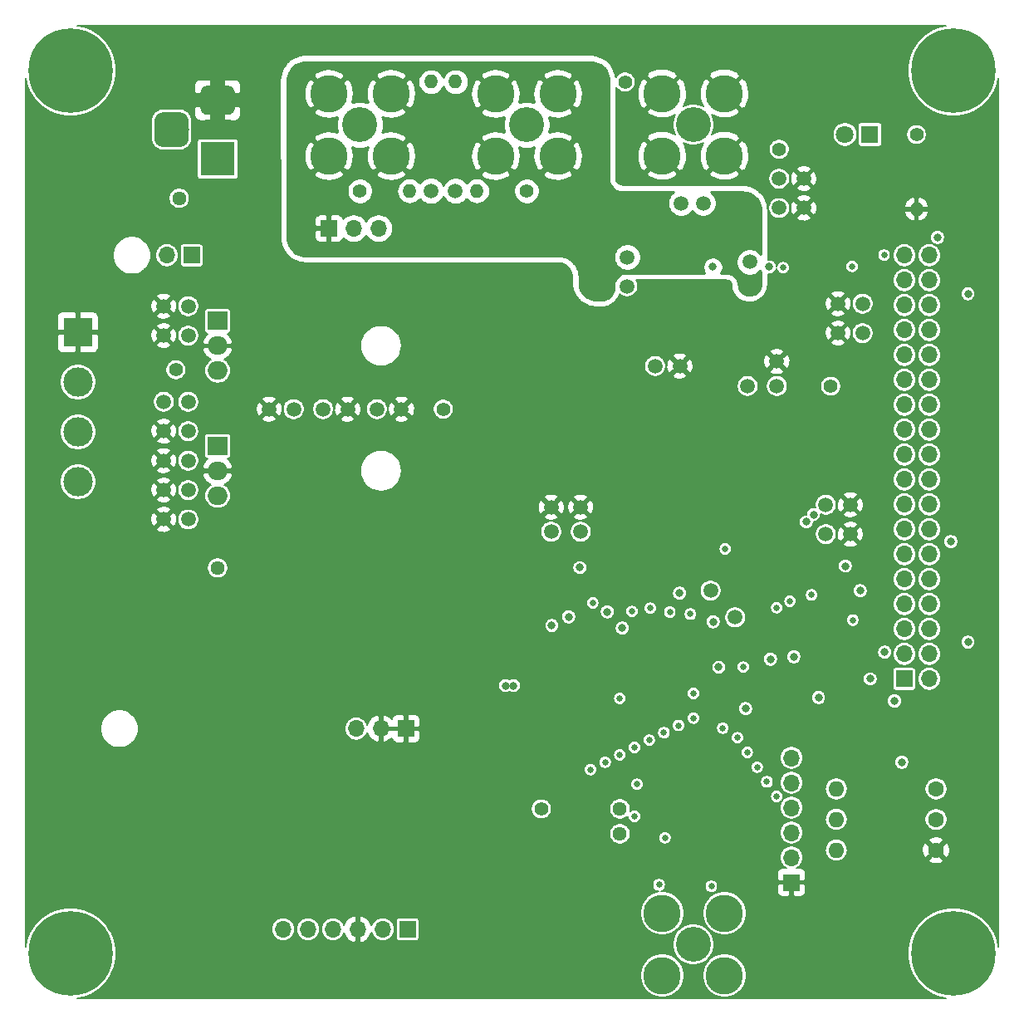
<source format=gbr>
G04 #@! TF.GenerationSoftware,KiCad,Pcbnew,(5.1.2)-1*
G04 #@! TF.CreationDate,2019-07-02T11:51:33-07:00*
G04 #@! TF.ProjectId,FIFO_P,4649464f-5f50-42e6-9b69-6361645f7063,rev?*
G04 #@! TF.SameCoordinates,Original*
G04 #@! TF.FileFunction,Copper,L2,Inr*
G04 #@! TF.FilePolarity,Positive*
%FSLAX46Y46*%
G04 Gerber Fmt 4.6, Leading zero omitted, Abs format (unit mm)*
G04 Created by KiCad (PCBNEW (5.1.2)-1) date 2019-07-02 11:51:33*
%MOMM*%
%LPD*%
G04 APERTURE LIST*
%ADD10O,1.700000X1.700000*%
%ADD11R,1.700000X1.700000*%
%ADD12C,0.100000*%
%ADD13C,3.500000*%
%ADD14C,3.000000*%
%ADD15R,3.500000X3.500000*%
%ADD16C,1.440000*%
%ADD17C,1.500000*%
%ADD18C,3.810000*%
%ADD19C,3.556000*%
%ADD20R,3.000000X3.000000*%
%ADD21O,2.000000X1.905000*%
%ADD22R,2.000000X1.905000*%
%ADD23O,1.600000X1.600000*%
%ADD24C,1.600000*%
%ADD25O,1.400000X1.400000*%
%ADD26C,1.400000*%
%ADD27C,1.399924*%
%ADD28C,0.900000*%
%ADD29C,8.600000*%
%ADD30C,1.800000*%
%ADD31R,1.800000X1.800000*%
%ADD32C,0.800000*%
%ADD33C,0.650000*%
%ADD34C,1.000000*%
%ADD35C,0.200000*%
%ADD36C,0.254000*%
G04 APERTURE END LIST*
D10*
X64320000Y-73320000D03*
D11*
X66860000Y-73320000D03*
D10*
X83620000Y-121580000D03*
X86160000Y-121580000D03*
D11*
X88700000Y-121580000D03*
D12*
G36*
X65760765Y-58754213D02*
G01*
X65845704Y-58766813D01*
X65928999Y-58787677D01*
X66009848Y-58816605D01*
X66087472Y-58853319D01*
X66161124Y-58897464D01*
X66230094Y-58948616D01*
X66293718Y-59006282D01*
X66351384Y-59069906D01*
X66402536Y-59138876D01*
X66446681Y-59212528D01*
X66483395Y-59290152D01*
X66512323Y-59371001D01*
X66533187Y-59454296D01*
X66545787Y-59539235D01*
X66550000Y-59625000D01*
X66550000Y-61375000D01*
X66545787Y-61460765D01*
X66533187Y-61545704D01*
X66512323Y-61628999D01*
X66483395Y-61709848D01*
X66446681Y-61787472D01*
X66402536Y-61861124D01*
X66351384Y-61930094D01*
X66293718Y-61993718D01*
X66230094Y-62051384D01*
X66161124Y-62102536D01*
X66087472Y-62146681D01*
X66009848Y-62183395D01*
X65928999Y-62212323D01*
X65845704Y-62233187D01*
X65760765Y-62245787D01*
X65675000Y-62250000D01*
X63925000Y-62250000D01*
X63839235Y-62245787D01*
X63754296Y-62233187D01*
X63671001Y-62212323D01*
X63590152Y-62183395D01*
X63512528Y-62146681D01*
X63438876Y-62102536D01*
X63369906Y-62051384D01*
X63306282Y-61993718D01*
X63248616Y-61930094D01*
X63197464Y-61861124D01*
X63153319Y-61787472D01*
X63116605Y-61709848D01*
X63087677Y-61628999D01*
X63066813Y-61545704D01*
X63054213Y-61460765D01*
X63050000Y-61375000D01*
X63050000Y-59625000D01*
X63054213Y-59539235D01*
X63066813Y-59454296D01*
X63087677Y-59371001D01*
X63116605Y-59290152D01*
X63153319Y-59212528D01*
X63197464Y-59138876D01*
X63248616Y-59069906D01*
X63306282Y-59006282D01*
X63369906Y-58948616D01*
X63438876Y-58897464D01*
X63512528Y-58853319D01*
X63590152Y-58816605D01*
X63671001Y-58787677D01*
X63754296Y-58766813D01*
X63839235Y-58754213D01*
X63925000Y-58750000D01*
X65675000Y-58750000D01*
X65760765Y-58754213D01*
X65760765Y-58754213D01*
G37*
D13*
X64800000Y-60500000D03*
D12*
G36*
X70573513Y-56003611D02*
G01*
X70646318Y-56014411D01*
X70717714Y-56032295D01*
X70787013Y-56057090D01*
X70853548Y-56088559D01*
X70916678Y-56126398D01*
X70975795Y-56170242D01*
X71030330Y-56219670D01*
X71079758Y-56274205D01*
X71123602Y-56333322D01*
X71161441Y-56396452D01*
X71192910Y-56462987D01*
X71217705Y-56532286D01*
X71235589Y-56603682D01*
X71246389Y-56676487D01*
X71250000Y-56750000D01*
X71250000Y-58250000D01*
X71246389Y-58323513D01*
X71235589Y-58396318D01*
X71217705Y-58467714D01*
X71192910Y-58537013D01*
X71161441Y-58603548D01*
X71123602Y-58666678D01*
X71079758Y-58725795D01*
X71030330Y-58780330D01*
X70975795Y-58829758D01*
X70916678Y-58873602D01*
X70853548Y-58911441D01*
X70787013Y-58942910D01*
X70717714Y-58967705D01*
X70646318Y-58985589D01*
X70573513Y-58996389D01*
X70500000Y-59000000D01*
X68500000Y-59000000D01*
X68426487Y-58996389D01*
X68353682Y-58985589D01*
X68282286Y-58967705D01*
X68212987Y-58942910D01*
X68146452Y-58911441D01*
X68083322Y-58873602D01*
X68024205Y-58829758D01*
X67969670Y-58780330D01*
X67920242Y-58725795D01*
X67876398Y-58666678D01*
X67838559Y-58603548D01*
X67807090Y-58537013D01*
X67782295Y-58467714D01*
X67764411Y-58396318D01*
X67753611Y-58323513D01*
X67750000Y-58250000D01*
X67750000Y-56750000D01*
X67753611Y-56676487D01*
X67764411Y-56603682D01*
X67782295Y-56532286D01*
X67807090Y-56462987D01*
X67838559Y-56396452D01*
X67876398Y-56333322D01*
X67920242Y-56274205D01*
X67969670Y-56219670D01*
X68024205Y-56170242D01*
X68083322Y-56126398D01*
X68146452Y-56088559D01*
X68212987Y-56057090D01*
X68282286Y-56032295D01*
X68353682Y-56014411D01*
X68426487Y-56003611D01*
X68500000Y-56000000D01*
X70500000Y-56000000D01*
X70573513Y-56003611D01*
X70573513Y-56003611D01*
G37*
D14*
X69500000Y-57500000D03*
D15*
X69500000Y-63500000D03*
D10*
X76164000Y-142022000D03*
X78704000Y-142022000D03*
X81244000Y-142022000D03*
X83784000Y-142022000D03*
X86324000Y-142022000D03*
D11*
X88864000Y-142022000D03*
D16*
X110515000Y-127226000D03*
X110515000Y-129766000D03*
X110515000Y-132306000D03*
D17*
X122250000Y-110236000D03*
X124750000Y-110236000D03*
D18*
X121175000Y-146750000D03*
D19*
X118000000Y-143575000D03*
D18*
X114825000Y-146750000D03*
X121175000Y-140400000D03*
X114825000Y-140400000D03*
D11*
X139500000Y-116500000D03*
D10*
X142040000Y-116500000D03*
X139500000Y-113960000D03*
X142040000Y-113960000D03*
X139500000Y-111420000D03*
X142040000Y-111420000D03*
X139500000Y-108880000D03*
X142040000Y-108880000D03*
X139500000Y-106340000D03*
X142040000Y-106340000D03*
X139500000Y-103800000D03*
X142040000Y-103800000D03*
X139500000Y-101260000D03*
X142040000Y-101260000D03*
X139500000Y-98720000D03*
X142040000Y-98720000D03*
X139500000Y-96180000D03*
X142040000Y-96180000D03*
X139500000Y-93640000D03*
X142040000Y-93640000D03*
X139500000Y-91100000D03*
X142040000Y-91100000D03*
X139500000Y-88560000D03*
X142040000Y-88560000D03*
X139500000Y-86020000D03*
X142040000Y-86020000D03*
X139500000Y-83480000D03*
X142040000Y-83480000D03*
X139500000Y-80940000D03*
X142040000Y-80940000D03*
X139500000Y-78400000D03*
X142040000Y-78400000D03*
X139500000Y-75860000D03*
X142040000Y-75860000D03*
X139500000Y-73320000D03*
X142040000Y-73320000D03*
D17*
X119750000Y-107500000D03*
X122250000Y-107500000D03*
X103500000Y-101500000D03*
X103500000Y-99000000D03*
D10*
X85902800Y-70561200D03*
X83362800Y-70561200D03*
D11*
X80822800Y-70561200D03*
D14*
X55250000Y-96410000D03*
D20*
X55250000Y-81170000D03*
D14*
X55250000Y-91330000D03*
X55250000Y-86250000D03*
D17*
X91250000Y-66750000D03*
X93750000Y-66750000D03*
X123750000Y-74000000D03*
X123750000Y-76500000D03*
X88250000Y-89000000D03*
X85750000Y-89000000D03*
X82750000Y-89000000D03*
X80250000Y-89000000D03*
X74750000Y-89000000D03*
X77250000Y-89000000D03*
X116615000Y-84606000D03*
X114115000Y-84606000D03*
D21*
X69500000Y-97830000D03*
X69500000Y-95290000D03*
D22*
X69500000Y-92750000D03*
D21*
X69500000Y-85080000D03*
X69500000Y-82540000D03*
D22*
X69500000Y-80000000D03*
D17*
X119000000Y-68000000D03*
X121500000Y-68000000D03*
X116750000Y-68000000D03*
X114250000Y-68000000D03*
D10*
X128000000Y-129630000D03*
X128000000Y-134710000D03*
X128000000Y-132170000D03*
X128000000Y-127090000D03*
D11*
X128000000Y-137250000D03*
D10*
X128000000Y-124550000D03*
X118000000Y-74250000D03*
D11*
X118000000Y-76790000D03*
D23*
X132580000Y-130840000D03*
D24*
X142740000Y-130840000D03*
D18*
X80825000Y-56825000D03*
X87175000Y-56825000D03*
X80825000Y-63175000D03*
D19*
X84000000Y-60000000D03*
D18*
X87175000Y-63175000D03*
D25*
X91250000Y-55630000D03*
D26*
X91250000Y-63250000D03*
D16*
X65576000Y-67500000D03*
D17*
X123515000Y-86656000D03*
X121015000Y-86656000D03*
X106500000Y-99000000D03*
X106500000Y-101500000D03*
D25*
X89080000Y-66750000D03*
D26*
X84000000Y-66750000D03*
D25*
X95920000Y-66750000D03*
D26*
X101000000Y-66750000D03*
D27*
X92500000Y-89000000D03*
D17*
X64000000Y-88250000D03*
X66500000Y-88250000D03*
D28*
X146780419Y-52219581D03*
X144500000Y-51275000D03*
X142219581Y-52219581D03*
X141275000Y-54500000D03*
X142219581Y-56780419D03*
X144500000Y-57725000D03*
X146780419Y-56780419D03*
X147725000Y-54500000D03*
D29*
X144500000Y-54500000D03*
D28*
X146780419Y-142219581D03*
X144500000Y-141275000D03*
X142219581Y-142219581D03*
X141275000Y-144500000D03*
X142219581Y-146780419D03*
X144500000Y-147725000D03*
X146780419Y-146780419D03*
X147725000Y-144500000D03*
D29*
X144500000Y-144500000D03*
D28*
X56780419Y-142219581D03*
X54500000Y-141275000D03*
X52219581Y-142219581D03*
X51275000Y-144500000D03*
X52219581Y-146780419D03*
X54500000Y-147725000D03*
X56780419Y-146780419D03*
X57725000Y-144500000D03*
D29*
X54500000Y-144500000D03*
X54500000Y-54500000D03*
D28*
X57725000Y-54500000D03*
X56780419Y-56780419D03*
X54500000Y-57725000D03*
X52219581Y-56780419D03*
X51275000Y-54500000D03*
X52219581Y-52219581D03*
X54500000Y-51275000D03*
X56780419Y-52219581D03*
D18*
X121175000Y-63175000D03*
X114825000Y-63175000D03*
X121175000Y-56825000D03*
D19*
X118000000Y-60000000D03*
D18*
X114825000Y-56825000D03*
D16*
X69500000Y-105186000D03*
D27*
X65250000Y-85000000D03*
X102500000Y-129750000D03*
X132015000Y-86656000D03*
X126750000Y-62500000D03*
D23*
X132580000Y-127720000D03*
D24*
X142740000Y-127720000D03*
D23*
X132580000Y-133970000D03*
D24*
X142740000Y-133970000D03*
D25*
X140750000Y-68620000D03*
D26*
X140750000Y-61000000D03*
D25*
X111042000Y-63276000D03*
D26*
X111042000Y-55656000D03*
D25*
X93750000Y-55630000D03*
D26*
X93750000Y-63250000D03*
D18*
X97825000Y-56825000D03*
X104175000Y-56825000D03*
X97825000Y-63175000D03*
D19*
X101000000Y-60000000D03*
D18*
X104175000Y-63175000D03*
D30*
X133460000Y-61000000D03*
D31*
X136000000Y-61000000D03*
D17*
X64000000Y-97250000D03*
X66500000Y-97250000D03*
X64000000Y-100250000D03*
X66500000Y-100250000D03*
X64000000Y-91250000D03*
X66500000Y-91250000D03*
X64000000Y-94250000D03*
X66500000Y-94250000D03*
X64000000Y-81500000D03*
X66500000Y-81500000D03*
X64000000Y-78500000D03*
X66500000Y-78500000D03*
X134000000Y-101750000D03*
X131500000Y-101750000D03*
X134000000Y-98750000D03*
X131500000Y-98750000D03*
X126515000Y-84156000D03*
X126515000Y-86656000D03*
X126750000Y-65500000D03*
X129250000Y-65500000D03*
X135250000Y-81250000D03*
X132750000Y-81250000D03*
X126750000Y-68500000D03*
X129250000Y-68500000D03*
X135250000Y-78250000D03*
X132750000Y-78250000D03*
X111250000Y-76500000D03*
X108750000Y-76500000D03*
X108750000Y-73500000D03*
X111250000Y-73500000D03*
D32*
X119850000Y-72250000D03*
X115750000Y-73250000D03*
X99665000Y-117191000D03*
X98839999Y-117191000D03*
D33*
X111990380Y-130509620D03*
D32*
X136025000Y-116500000D03*
X123329998Y-119529426D03*
X130765000Y-118406000D03*
X103568500Y-111066228D03*
X110744000Y-111315500D03*
D33*
X134180400Y-74450360D03*
X126500000Y-109250000D03*
X110500000Y-118500000D03*
X118000000Y-118000000D03*
D32*
X119982796Y-74500993D03*
X125750000Y-74500000D03*
X139250000Y-125000000D03*
D33*
X115100000Y-132700000D03*
D32*
X142881205Y-71494795D03*
X144250000Y-102500000D03*
X146000000Y-112750000D03*
X138500000Y-118750000D03*
X137500000Y-113775306D03*
X146000000Y-77250000D03*
D33*
X127165380Y-74584620D03*
X137442500Y-73307500D03*
X134250000Y-110500000D03*
D32*
X133500000Y-105000000D03*
X130250000Y-99750000D03*
X135015001Y-107515001D03*
X129500000Y-100500000D03*
D33*
X112250000Y-127250000D03*
X119831873Y-137660344D03*
X114500000Y-137500000D03*
X130050002Y-107949998D03*
X127849999Y-108599999D03*
D32*
X128250000Y-114250000D03*
D33*
X121250000Y-103250000D03*
D32*
X125857000Y-114490500D03*
X120015000Y-110680500D03*
D33*
X123100000Y-115300000D03*
D32*
X120586500Y-115316000D03*
D33*
X117700000Y-109900000D03*
D32*
X116586000Y-107759500D03*
D33*
X115600000Y-109700000D03*
X113600000Y-109300000D03*
X111734600Y-109626400D03*
D32*
X109220000Y-109664500D03*
D33*
X107750000Y-108750000D03*
D32*
X106426000Y-105156000D03*
X105283000Y-110172500D03*
D33*
X107500000Y-125750000D03*
X109000000Y-125000000D03*
X110500000Y-124250000D03*
X112000000Y-123500000D03*
X113500000Y-122750000D03*
X115000000Y-122000000D03*
X116500000Y-121250000D03*
X118000000Y-120500000D03*
X121009600Y-121509600D03*
X122500000Y-122500000D03*
X123500000Y-124000000D03*
X124500000Y-125500000D03*
X125500000Y-127000000D03*
X126500000Y-128500000D03*
D34*
X74500000Y-91500000D03*
D32*
X116250000Y-77500000D03*
X119750000Y-76250000D03*
X123500000Y-95250000D03*
X111500000Y-96750000D03*
X128877805Y-111233871D03*
X110500000Y-112500000D03*
X111765000Y-103156000D03*
X116265000Y-103156000D03*
D33*
X115663482Y-114099329D03*
X121750000Y-128750000D03*
D34*
X74500000Y-78750000D03*
X76193333Y-78750000D03*
X77886666Y-78750000D03*
X79579999Y-78750000D03*
X81273332Y-78750000D03*
X82966665Y-78750000D03*
X84659998Y-78750000D03*
X86353331Y-78750000D03*
X74500000Y-80443333D03*
X76193333Y-80443333D03*
X77886666Y-80443333D03*
X79579999Y-80443333D03*
X81273332Y-80443333D03*
X82966665Y-80443333D03*
X74500000Y-82136666D03*
X76193333Y-82136666D03*
X77886666Y-82136666D03*
X79579999Y-82136666D03*
X81273332Y-82136666D03*
X82966665Y-82136666D03*
X74500000Y-83829999D03*
X76193333Y-83829999D03*
X74500000Y-85523332D03*
X76193333Y-85523332D03*
X84659998Y-85523332D03*
X86353331Y-85523332D03*
X76193333Y-91500000D03*
X77886666Y-91500000D03*
X79579999Y-91500000D03*
X81273332Y-91500000D03*
X82966665Y-91500000D03*
X84659998Y-91500000D03*
X86353331Y-91500000D03*
X74500000Y-93193333D03*
X76193333Y-93193333D03*
X77886666Y-93193333D03*
X79579999Y-93193333D03*
X81273332Y-93193333D03*
X82966665Y-93193333D03*
X74500000Y-94886666D03*
X76193333Y-94886666D03*
X77886666Y-94886666D03*
X79579999Y-94886666D03*
X81273332Y-94886666D03*
X82966665Y-94886666D03*
X74500000Y-96579999D03*
X76193333Y-96579999D03*
X77886666Y-96579999D03*
X79579999Y-96579999D03*
X81273332Y-96579999D03*
X82966665Y-96579999D03*
X74500000Y-98273332D03*
X76193333Y-98273332D03*
X77886666Y-98273332D03*
X79579999Y-98273332D03*
X81273332Y-98273332D03*
X82966665Y-98273332D03*
X84659998Y-98273332D03*
X86353331Y-98273332D03*
D35*
G36*
X143143645Y-50028697D02*
G01*
X142297399Y-50379224D01*
X141535798Y-50888109D01*
X140888109Y-51535798D01*
X140379224Y-52297399D01*
X140028697Y-53143645D01*
X139850000Y-54042015D01*
X139850000Y-54957985D01*
X140028697Y-55856355D01*
X140379224Y-56702601D01*
X140888109Y-57464202D01*
X141535798Y-58111891D01*
X142297399Y-58620776D01*
X143143645Y-58971303D01*
X144042015Y-59150000D01*
X144957985Y-59150000D01*
X145856355Y-58971303D01*
X146702601Y-58620776D01*
X147464202Y-58111891D01*
X148111891Y-57464202D01*
X148620776Y-56702601D01*
X148971303Y-55856355D01*
X149100000Y-55209352D01*
X149100001Y-143790653D01*
X148971303Y-143143645D01*
X148620776Y-142297399D01*
X148111891Y-141535798D01*
X147464202Y-140888109D01*
X146702601Y-140379224D01*
X145856355Y-140028697D01*
X144957985Y-139850000D01*
X144042015Y-139850000D01*
X143143645Y-140028697D01*
X142297399Y-140379224D01*
X141535798Y-140888109D01*
X140888109Y-141535798D01*
X140379224Y-142297399D01*
X140028697Y-143143645D01*
X139850000Y-144042015D01*
X139850000Y-144957985D01*
X140028697Y-145856355D01*
X140379224Y-146702601D01*
X140888109Y-147464202D01*
X141535798Y-148111891D01*
X142297399Y-148620776D01*
X143143645Y-148971303D01*
X143790648Y-149100000D01*
X55209352Y-149100000D01*
X55856355Y-148971303D01*
X56702601Y-148620776D01*
X57464202Y-148111891D01*
X58111891Y-147464202D01*
X58620776Y-146702601D01*
X58693138Y-146527902D01*
X112570000Y-146527902D01*
X112570000Y-146972098D01*
X112656658Y-147407759D01*
X112826645Y-147818143D01*
X113073427Y-148187479D01*
X113387521Y-148501573D01*
X113756857Y-148748355D01*
X114167241Y-148918342D01*
X114602902Y-149005000D01*
X115047098Y-149005000D01*
X115482759Y-148918342D01*
X115893143Y-148748355D01*
X116262479Y-148501573D01*
X116576573Y-148187479D01*
X116823355Y-147818143D01*
X116993342Y-147407759D01*
X117080000Y-146972098D01*
X117080000Y-146527902D01*
X118920000Y-146527902D01*
X118920000Y-146972098D01*
X119006658Y-147407759D01*
X119176645Y-147818143D01*
X119423427Y-148187479D01*
X119737521Y-148501573D01*
X120106857Y-148748355D01*
X120517241Y-148918342D01*
X120952902Y-149005000D01*
X121397098Y-149005000D01*
X121832759Y-148918342D01*
X122243143Y-148748355D01*
X122612479Y-148501573D01*
X122926573Y-148187479D01*
X123173355Y-147818143D01*
X123343342Y-147407759D01*
X123430000Y-146972098D01*
X123430000Y-146527902D01*
X123343342Y-146092241D01*
X123173355Y-145681857D01*
X122926573Y-145312521D01*
X122612479Y-144998427D01*
X122243143Y-144751645D01*
X121832759Y-144581658D01*
X121397098Y-144495000D01*
X120952902Y-144495000D01*
X120517241Y-144581658D01*
X120106857Y-144751645D01*
X119737521Y-144998427D01*
X119423427Y-145312521D01*
X119176645Y-145681857D01*
X119006658Y-146092241D01*
X118920000Y-146527902D01*
X117080000Y-146527902D01*
X116993342Y-146092241D01*
X116823355Y-145681857D01*
X116576573Y-145312521D01*
X116262479Y-144998427D01*
X115893143Y-144751645D01*
X115482759Y-144581658D01*
X115047098Y-144495000D01*
X114602902Y-144495000D01*
X114167241Y-144581658D01*
X113756857Y-144751645D01*
X113387521Y-144998427D01*
X113073427Y-145312521D01*
X112826645Y-145681857D01*
X112656658Y-146092241D01*
X112570000Y-146527902D01*
X58693138Y-146527902D01*
X58971303Y-145856355D01*
X59150000Y-144957985D01*
X59150000Y-144042015D01*
X58971303Y-143143645D01*
X58620776Y-142297399D01*
X58436761Y-142022000D01*
X74958194Y-142022000D01*
X74981363Y-142257241D01*
X75049981Y-142483442D01*
X75161409Y-142691910D01*
X75311366Y-142874634D01*
X75494090Y-143024591D01*
X75702558Y-143136019D01*
X75928759Y-143204637D01*
X76105050Y-143222000D01*
X76222950Y-143222000D01*
X76399241Y-143204637D01*
X76625442Y-143136019D01*
X76833910Y-143024591D01*
X77016634Y-142874634D01*
X77166591Y-142691910D01*
X77278019Y-142483442D01*
X77346637Y-142257241D01*
X77369806Y-142022000D01*
X77498194Y-142022000D01*
X77521363Y-142257241D01*
X77589981Y-142483442D01*
X77701409Y-142691910D01*
X77851366Y-142874634D01*
X78034090Y-143024591D01*
X78242558Y-143136019D01*
X78468759Y-143204637D01*
X78645050Y-143222000D01*
X78762950Y-143222000D01*
X78939241Y-143204637D01*
X79165442Y-143136019D01*
X79373910Y-143024591D01*
X79556634Y-142874634D01*
X79706591Y-142691910D01*
X79818019Y-142483442D01*
X79886637Y-142257241D01*
X79909806Y-142022000D01*
X80038194Y-142022000D01*
X80061363Y-142257241D01*
X80129981Y-142483442D01*
X80241409Y-142691910D01*
X80391366Y-142874634D01*
X80574090Y-143024591D01*
X80782558Y-143136019D01*
X81008759Y-143204637D01*
X81185050Y-143222000D01*
X81302950Y-143222000D01*
X81479241Y-143204637D01*
X81705442Y-143136019D01*
X81913910Y-143024591D01*
X82096634Y-142874634D01*
X82246591Y-142691910D01*
X82358019Y-142483442D01*
X82379953Y-142411137D01*
X82477065Y-142668300D01*
X82628264Y-142910852D01*
X82823878Y-143119246D01*
X83056389Y-143285473D01*
X83316861Y-143403146D01*
X83405090Y-143429903D01*
X83630000Y-143318889D01*
X83630000Y-142176000D01*
X83610000Y-142176000D01*
X83610000Y-141868000D01*
X83630000Y-141868000D01*
X83630000Y-140725111D01*
X83938000Y-140725111D01*
X83938000Y-141868000D01*
X83958000Y-141868000D01*
X83958000Y-142176000D01*
X83938000Y-142176000D01*
X83938000Y-143318889D01*
X84162910Y-143429903D01*
X84251139Y-143403146D01*
X84334668Y-143365410D01*
X115872000Y-143365410D01*
X115872000Y-143784590D01*
X115953778Y-144195715D01*
X116114191Y-144582986D01*
X116347075Y-144931521D01*
X116643479Y-145227925D01*
X116992014Y-145460809D01*
X117379285Y-145621222D01*
X117790410Y-145703000D01*
X118209590Y-145703000D01*
X118620715Y-145621222D01*
X119007986Y-145460809D01*
X119356521Y-145227925D01*
X119652925Y-144931521D01*
X119885809Y-144582986D01*
X120046222Y-144195715D01*
X120128000Y-143784590D01*
X120128000Y-143365410D01*
X120046222Y-142954285D01*
X119885809Y-142567014D01*
X119652925Y-142218479D01*
X119356521Y-141922075D01*
X119007986Y-141689191D01*
X118620715Y-141528778D01*
X118209590Y-141447000D01*
X117790410Y-141447000D01*
X117379285Y-141528778D01*
X116992014Y-141689191D01*
X116643479Y-141922075D01*
X116347075Y-142218479D01*
X116114191Y-142567014D01*
X115953778Y-142954285D01*
X115872000Y-143365410D01*
X84334668Y-143365410D01*
X84511611Y-143285473D01*
X84744122Y-143119246D01*
X84939736Y-142910852D01*
X85090935Y-142668300D01*
X85188047Y-142411137D01*
X85209981Y-142483442D01*
X85321409Y-142691910D01*
X85471366Y-142874634D01*
X85654090Y-143024591D01*
X85862558Y-143136019D01*
X86088759Y-143204637D01*
X86265050Y-143222000D01*
X86382950Y-143222000D01*
X86559241Y-143204637D01*
X86785442Y-143136019D01*
X86993910Y-143024591D01*
X87176634Y-142874634D01*
X87326591Y-142691910D01*
X87438019Y-142483442D01*
X87506637Y-142257241D01*
X87529806Y-142022000D01*
X87506637Y-141786759D01*
X87438019Y-141560558D01*
X87326591Y-141352090D01*
X87178796Y-141172000D01*
X87662307Y-141172000D01*
X87662307Y-142872000D01*
X87669065Y-142940612D01*
X87689078Y-143006587D01*
X87721578Y-143067390D01*
X87765315Y-143120685D01*
X87818610Y-143164422D01*
X87879413Y-143196922D01*
X87945388Y-143216935D01*
X88014000Y-143223693D01*
X89714000Y-143223693D01*
X89782612Y-143216935D01*
X89848587Y-143196922D01*
X89909390Y-143164422D01*
X89962685Y-143120685D01*
X90006422Y-143067390D01*
X90038922Y-143006587D01*
X90058935Y-142940612D01*
X90065693Y-142872000D01*
X90065693Y-141172000D01*
X90058935Y-141103388D01*
X90038922Y-141037413D01*
X90006422Y-140976610D01*
X89962685Y-140923315D01*
X89909390Y-140879578D01*
X89848587Y-140847078D01*
X89782612Y-140827065D01*
X89714000Y-140820307D01*
X88014000Y-140820307D01*
X87945388Y-140827065D01*
X87879413Y-140847078D01*
X87818610Y-140879578D01*
X87765315Y-140923315D01*
X87721578Y-140976610D01*
X87689078Y-141037413D01*
X87669065Y-141103388D01*
X87662307Y-141172000D01*
X87178796Y-141172000D01*
X87176634Y-141169366D01*
X86993910Y-141019409D01*
X86785442Y-140907981D01*
X86559241Y-140839363D01*
X86382950Y-140822000D01*
X86265050Y-140822000D01*
X86088759Y-140839363D01*
X85862558Y-140907981D01*
X85654090Y-141019409D01*
X85471366Y-141169366D01*
X85321409Y-141352090D01*
X85209981Y-141560558D01*
X85188047Y-141632863D01*
X85090935Y-141375700D01*
X84939736Y-141133148D01*
X84744122Y-140924754D01*
X84511611Y-140758527D01*
X84251139Y-140640854D01*
X84162910Y-140614097D01*
X83938000Y-140725111D01*
X83630000Y-140725111D01*
X83405090Y-140614097D01*
X83316861Y-140640854D01*
X83056389Y-140758527D01*
X82823878Y-140924754D01*
X82628264Y-141133148D01*
X82477065Y-141375700D01*
X82379953Y-141632863D01*
X82358019Y-141560558D01*
X82246591Y-141352090D01*
X82096634Y-141169366D01*
X81913910Y-141019409D01*
X81705442Y-140907981D01*
X81479241Y-140839363D01*
X81302950Y-140822000D01*
X81185050Y-140822000D01*
X81008759Y-140839363D01*
X80782558Y-140907981D01*
X80574090Y-141019409D01*
X80391366Y-141169366D01*
X80241409Y-141352090D01*
X80129981Y-141560558D01*
X80061363Y-141786759D01*
X80038194Y-142022000D01*
X79909806Y-142022000D01*
X79886637Y-141786759D01*
X79818019Y-141560558D01*
X79706591Y-141352090D01*
X79556634Y-141169366D01*
X79373910Y-141019409D01*
X79165442Y-140907981D01*
X78939241Y-140839363D01*
X78762950Y-140822000D01*
X78645050Y-140822000D01*
X78468759Y-140839363D01*
X78242558Y-140907981D01*
X78034090Y-141019409D01*
X77851366Y-141169366D01*
X77701409Y-141352090D01*
X77589981Y-141560558D01*
X77521363Y-141786759D01*
X77498194Y-142022000D01*
X77369806Y-142022000D01*
X77346637Y-141786759D01*
X77278019Y-141560558D01*
X77166591Y-141352090D01*
X77016634Y-141169366D01*
X76833910Y-141019409D01*
X76625442Y-140907981D01*
X76399241Y-140839363D01*
X76222950Y-140822000D01*
X76105050Y-140822000D01*
X75928759Y-140839363D01*
X75702558Y-140907981D01*
X75494090Y-141019409D01*
X75311366Y-141169366D01*
X75161409Y-141352090D01*
X75049981Y-141560558D01*
X74981363Y-141786759D01*
X74958194Y-142022000D01*
X58436761Y-142022000D01*
X58111891Y-141535798D01*
X57464202Y-140888109D01*
X56702601Y-140379224D01*
X56216568Y-140177902D01*
X112570000Y-140177902D01*
X112570000Y-140622098D01*
X112656658Y-141057759D01*
X112826645Y-141468143D01*
X113073427Y-141837479D01*
X113387521Y-142151573D01*
X113756857Y-142398355D01*
X114167241Y-142568342D01*
X114602902Y-142655000D01*
X115047098Y-142655000D01*
X115482759Y-142568342D01*
X115893143Y-142398355D01*
X116262479Y-142151573D01*
X116576573Y-141837479D01*
X116823355Y-141468143D01*
X116993342Y-141057759D01*
X117080000Y-140622098D01*
X117080000Y-140177902D01*
X118920000Y-140177902D01*
X118920000Y-140622098D01*
X119006658Y-141057759D01*
X119176645Y-141468143D01*
X119423427Y-141837479D01*
X119737521Y-142151573D01*
X120106857Y-142398355D01*
X120517241Y-142568342D01*
X120952902Y-142655000D01*
X121397098Y-142655000D01*
X121832759Y-142568342D01*
X122243143Y-142398355D01*
X122612479Y-142151573D01*
X122926573Y-141837479D01*
X123173355Y-141468143D01*
X123343342Y-141057759D01*
X123430000Y-140622098D01*
X123430000Y-140177902D01*
X123343342Y-139742241D01*
X123173355Y-139331857D01*
X122926573Y-138962521D01*
X122612479Y-138648427D01*
X122243143Y-138401645D01*
X121832759Y-138231658D01*
X121397098Y-138145000D01*
X120952902Y-138145000D01*
X120517241Y-138231658D01*
X120106857Y-138401645D01*
X119737521Y-138648427D01*
X119423427Y-138962521D01*
X119176645Y-139331857D01*
X119006658Y-139742241D01*
X118920000Y-140177902D01*
X117080000Y-140177902D01*
X116993342Y-139742241D01*
X116823355Y-139331857D01*
X116576573Y-138962521D01*
X116262479Y-138648427D01*
X115893143Y-138401645D01*
X115482759Y-138231658D01*
X115047098Y-138145000D01*
X114706692Y-138145000D01*
X114819732Y-138098177D01*
X114930287Y-138024307D01*
X115024307Y-137930287D01*
X115098177Y-137819732D01*
X115149060Y-137696890D01*
X115169553Y-137593862D01*
X119156873Y-137593862D01*
X119156873Y-137726826D01*
X119182813Y-137857234D01*
X119233696Y-137980076D01*
X119307566Y-138090631D01*
X119401586Y-138184651D01*
X119512141Y-138258521D01*
X119634983Y-138309404D01*
X119765391Y-138335344D01*
X119898355Y-138335344D01*
X120028763Y-138309404D01*
X120151605Y-138258521D01*
X120262160Y-138184651D01*
X120346811Y-138100000D01*
X126539058Y-138100000D01*
X126550797Y-138219189D01*
X126585563Y-138333797D01*
X126642020Y-138439421D01*
X126717999Y-138532001D01*
X126810579Y-138607980D01*
X126916203Y-138664437D01*
X127030811Y-138699203D01*
X127150000Y-138710942D01*
X127694000Y-138708000D01*
X127846000Y-138556000D01*
X127846000Y-137404000D01*
X128154000Y-137404000D01*
X128154000Y-138556000D01*
X128306000Y-138708000D01*
X128850000Y-138710942D01*
X128969189Y-138699203D01*
X129083797Y-138664437D01*
X129189421Y-138607980D01*
X129282001Y-138532001D01*
X129357980Y-138439421D01*
X129414437Y-138333797D01*
X129449203Y-138219189D01*
X129460942Y-138100000D01*
X129458000Y-137556000D01*
X129306000Y-137404000D01*
X128154000Y-137404000D01*
X127846000Y-137404000D01*
X126694000Y-137404000D01*
X126542000Y-137556000D01*
X126539058Y-138100000D01*
X120346811Y-138100000D01*
X120356180Y-138090631D01*
X120430050Y-137980076D01*
X120480933Y-137857234D01*
X120506873Y-137726826D01*
X120506873Y-137593862D01*
X120480933Y-137463454D01*
X120430050Y-137340612D01*
X120356180Y-137230057D01*
X120262160Y-137136037D01*
X120151605Y-137062167D01*
X120028763Y-137011284D01*
X119898355Y-136985344D01*
X119765391Y-136985344D01*
X119634983Y-137011284D01*
X119512141Y-137062167D01*
X119401586Y-137136037D01*
X119307566Y-137230057D01*
X119233696Y-137340612D01*
X119182813Y-137463454D01*
X119156873Y-137593862D01*
X115169553Y-137593862D01*
X115175000Y-137566482D01*
X115175000Y-137433518D01*
X115149060Y-137303110D01*
X115098177Y-137180268D01*
X115024307Y-137069713D01*
X114930287Y-136975693D01*
X114819732Y-136901823D01*
X114696890Y-136850940D01*
X114566482Y-136825000D01*
X114433518Y-136825000D01*
X114303110Y-136850940D01*
X114180268Y-136901823D01*
X114069713Y-136975693D01*
X113975693Y-137069713D01*
X113901823Y-137180268D01*
X113850940Y-137303110D01*
X113825000Y-137433518D01*
X113825000Y-137566482D01*
X113850940Y-137696890D01*
X113901823Y-137819732D01*
X113975693Y-137930287D01*
X114069713Y-138024307D01*
X114180268Y-138098177D01*
X114303110Y-138149060D01*
X114433518Y-138175000D01*
X114452081Y-138175000D01*
X114167241Y-138231658D01*
X113756857Y-138401645D01*
X113387521Y-138648427D01*
X113073427Y-138962521D01*
X112826645Y-139331857D01*
X112656658Y-139742241D01*
X112570000Y-140177902D01*
X56216568Y-140177902D01*
X55856355Y-140028697D01*
X54957985Y-139850000D01*
X54042015Y-139850000D01*
X53143645Y-140028697D01*
X52297399Y-140379224D01*
X51535798Y-140888109D01*
X50888109Y-141535798D01*
X50379224Y-142297399D01*
X50028697Y-143143645D01*
X49900000Y-143790648D01*
X49900000Y-136400000D01*
X126539058Y-136400000D01*
X126542000Y-136944000D01*
X126694000Y-137096000D01*
X127846000Y-137096000D01*
X127846000Y-137076000D01*
X128154000Y-137076000D01*
X128154000Y-137096000D01*
X129306000Y-137096000D01*
X129458000Y-136944000D01*
X129460942Y-136400000D01*
X129449203Y-136280811D01*
X129414437Y-136166203D01*
X129357980Y-136060579D01*
X129282001Y-135967999D01*
X129189421Y-135892020D01*
X129083797Y-135835563D01*
X128969189Y-135800797D01*
X128850000Y-135789058D01*
X128523547Y-135790823D01*
X128669910Y-135712591D01*
X128852634Y-135562634D01*
X129002591Y-135379910D01*
X129114019Y-135171442D01*
X129182637Y-134945241D01*
X129205806Y-134710000D01*
X129182637Y-134474759D01*
X129114019Y-134248558D01*
X129002591Y-134040090D01*
X128945070Y-133970000D01*
X131424436Y-133970000D01*
X131446640Y-134195439D01*
X131512398Y-134412215D01*
X131619184Y-134611997D01*
X131762893Y-134787107D01*
X131938003Y-134930816D01*
X132137785Y-135037602D01*
X132354561Y-135103360D01*
X132523508Y-135120000D01*
X132636492Y-135120000D01*
X132805439Y-135103360D01*
X133022215Y-135037602D01*
X133157717Y-134965174D01*
X141962615Y-134965174D01*
X142037924Y-135198327D01*
X142291048Y-135311693D01*
X142561426Y-135373498D01*
X142838666Y-135381369D01*
X143112114Y-135335001D01*
X143371263Y-135236177D01*
X143442076Y-135198327D01*
X143517385Y-134965174D01*
X142740000Y-134187789D01*
X141962615Y-134965174D01*
X133157717Y-134965174D01*
X133221997Y-134930816D01*
X133397107Y-134787107D01*
X133540816Y-134611997D01*
X133647602Y-134412215D01*
X133713360Y-134195439D01*
X133725846Y-134068666D01*
X141328631Y-134068666D01*
X141374999Y-134342114D01*
X141473823Y-134601263D01*
X141511673Y-134672076D01*
X141744826Y-134747385D01*
X142522211Y-133970000D01*
X142957789Y-133970000D01*
X143735174Y-134747385D01*
X143968327Y-134672076D01*
X144081693Y-134418952D01*
X144143498Y-134148574D01*
X144151369Y-133871334D01*
X144105001Y-133597886D01*
X144006177Y-133338737D01*
X143968327Y-133267924D01*
X143735174Y-133192615D01*
X142957789Y-133970000D01*
X142522211Y-133970000D01*
X141744826Y-133192615D01*
X141511673Y-133267924D01*
X141398307Y-133521048D01*
X141336502Y-133791426D01*
X141328631Y-134068666D01*
X133725846Y-134068666D01*
X133735564Y-133970000D01*
X133713360Y-133744561D01*
X133647602Y-133527785D01*
X133540816Y-133328003D01*
X133397107Y-133152893D01*
X133221997Y-133009184D01*
X133157718Y-132974826D01*
X141962615Y-132974826D01*
X142740000Y-133752211D01*
X143517385Y-132974826D01*
X143442076Y-132741673D01*
X143188952Y-132628307D01*
X142918574Y-132566502D01*
X142641334Y-132558631D01*
X142367886Y-132604999D01*
X142108737Y-132703823D01*
X142037924Y-132741673D01*
X141962615Y-132974826D01*
X133157718Y-132974826D01*
X133022215Y-132902398D01*
X132805439Y-132836640D01*
X132636492Y-132820000D01*
X132523508Y-132820000D01*
X132354561Y-132836640D01*
X132137785Y-132902398D01*
X131938003Y-133009184D01*
X131762893Y-133152893D01*
X131619184Y-133328003D01*
X131512398Y-133527785D01*
X131446640Y-133744561D01*
X131424436Y-133970000D01*
X128945070Y-133970000D01*
X128852634Y-133857366D01*
X128669910Y-133707409D01*
X128461442Y-133595981D01*
X128235241Y-133527363D01*
X128058950Y-133510000D01*
X127941050Y-133510000D01*
X127764759Y-133527363D01*
X127538558Y-133595981D01*
X127330090Y-133707409D01*
X127147366Y-133857366D01*
X126997409Y-134040090D01*
X126885981Y-134248558D01*
X126817363Y-134474759D01*
X126794194Y-134710000D01*
X126817363Y-134945241D01*
X126885981Y-135171442D01*
X126997409Y-135379910D01*
X127147366Y-135562634D01*
X127330090Y-135712591D01*
X127476453Y-135790823D01*
X127150000Y-135789058D01*
X127030811Y-135800797D01*
X126916203Y-135835563D01*
X126810579Y-135892020D01*
X126717999Y-135967999D01*
X126642020Y-136060579D01*
X126585563Y-136166203D01*
X126550797Y-136280811D01*
X126539058Y-136400000D01*
X49900000Y-136400000D01*
X49900000Y-132200614D01*
X109445000Y-132200614D01*
X109445000Y-132411386D01*
X109486120Y-132618107D01*
X109566779Y-132812835D01*
X109683877Y-132988085D01*
X109832915Y-133137123D01*
X110008165Y-133254221D01*
X110202893Y-133334880D01*
X110409614Y-133376000D01*
X110620386Y-133376000D01*
X110827107Y-133334880D01*
X111021835Y-133254221D01*
X111197085Y-133137123D01*
X111346123Y-132988085D01*
X111463221Y-132812835D01*
X111537496Y-132633518D01*
X114425000Y-132633518D01*
X114425000Y-132766482D01*
X114450940Y-132896890D01*
X114501823Y-133019732D01*
X114575693Y-133130287D01*
X114669713Y-133224307D01*
X114780268Y-133298177D01*
X114903110Y-133349060D01*
X115033518Y-133375000D01*
X115166482Y-133375000D01*
X115296890Y-133349060D01*
X115419732Y-133298177D01*
X115530287Y-133224307D01*
X115624307Y-133130287D01*
X115698177Y-133019732D01*
X115749060Y-132896890D01*
X115775000Y-132766482D01*
X115775000Y-132633518D01*
X115749060Y-132503110D01*
X115698177Y-132380268D01*
X115624307Y-132269713D01*
X115530287Y-132175693D01*
X115521767Y-132170000D01*
X126794194Y-132170000D01*
X126817363Y-132405241D01*
X126885981Y-132631442D01*
X126997409Y-132839910D01*
X127147366Y-133022634D01*
X127330090Y-133172591D01*
X127538558Y-133284019D01*
X127764759Y-133352637D01*
X127941050Y-133370000D01*
X128058950Y-133370000D01*
X128235241Y-133352637D01*
X128461442Y-133284019D01*
X128669910Y-133172591D01*
X128852634Y-133022634D01*
X129002591Y-132839910D01*
X129114019Y-132631442D01*
X129182637Y-132405241D01*
X129205806Y-132170000D01*
X129182637Y-131934759D01*
X129114019Y-131708558D01*
X129002591Y-131500090D01*
X128852634Y-131317366D01*
X128669910Y-131167409D01*
X128461442Y-131055981D01*
X128235241Y-130987363D01*
X128058950Y-130970000D01*
X127941050Y-130970000D01*
X127764759Y-130987363D01*
X127538558Y-131055981D01*
X127330090Y-131167409D01*
X127147366Y-131317366D01*
X126997409Y-131500090D01*
X126885981Y-131708558D01*
X126817363Y-131934759D01*
X126794194Y-132170000D01*
X115521767Y-132170000D01*
X115419732Y-132101823D01*
X115296890Y-132050940D01*
X115166482Y-132025000D01*
X115033518Y-132025000D01*
X114903110Y-132050940D01*
X114780268Y-132101823D01*
X114669713Y-132175693D01*
X114575693Y-132269713D01*
X114501823Y-132380268D01*
X114450940Y-132503110D01*
X114425000Y-132633518D01*
X111537496Y-132633518D01*
X111543880Y-132618107D01*
X111585000Y-132411386D01*
X111585000Y-132200614D01*
X111543880Y-131993893D01*
X111463221Y-131799165D01*
X111346123Y-131623915D01*
X111197085Y-131474877D01*
X111021835Y-131357779D01*
X110827107Y-131277120D01*
X110620386Y-131236000D01*
X110409614Y-131236000D01*
X110202893Y-131277120D01*
X110008165Y-131357779D01*
X109832915Y-131474877D01*
X109683877Y-131623915D01*
X109566779Y-131799165D01*
X109486120Y-131993893D01*
X109445000Y-132200614D01*
X49900000Y-132200614D01*
X49900000Y-129646588D01*
X101450038Y-129646588D01*
X101450038Y-129853412D01*
X101490388Y-130056263D01*
X101569536Y-130247343D01*
X101684442Y-130419312D01*
X101830688Y-130565558D01*
X102002657Y-130680464D01*
X102193737Y-130759612D01*
X102396588Y-130799962D01*
X102603412Y-130799962D01*
X102806263Y-130759612D01*
X102997343Y-130680464D01*
X103169312Y-130565558D01*
X103315558Y-130419312D01*
X103430464Y-130247343D01*
X103509612Y-130056263D01*
X103549962Y-129853412D01*
X103549962Y-129660614D01*
X109445000Y-129660614D01*
X109445000Y-129871386D01*
X109486120Y-130078107D01*
X109566779Y-130272835D01*
X109683877Y-130448085D01*
X109832915Y-130597123D01*
X110008165Y-130714221D01*
X110202893Y-130794880D01*
X110409614Y-130836000D01*
X110620386Y-130836000D01*
X110827107Y-130794880D01*
X111021835Y-130714221D01*
X111197085Y-130597123D01*
X111315380Y-130478828D01*
X111315380Y-130576102D01*
X111341320Y-130706510D01*
X111392203Y-130829352D01*
X111466073Y-130939907D01*
X111560093Y-131033927D01*
X111670648Y-131107797D01*
X111793490Y-131158680D01*
X111923898Y-131184620D01*
X112056862Y-131184620D01*
X112187270Y-131158680D01*
X112310112Y-131107797D01*
X112420667Y-131033927D01*
X112514687Y-130939907D01*
X112581442Y-130840000D01*
X131424436Y-130840000D01*
X131446640Y-131065439D01*
X131512398Y-131282215D01*
X131619184Y-131481997D01*
X131762893Y-131657107D01*
X131938003Y-131800816D01*
X132137785Y-131907602D01*
X132354561Y-131973360D01*
X132523508Y-131990000D01*
X132636492Y-131990000D01*
X132805439Y-131973360D01*
X133022215Y-131907602D01*
X133221997Y-131800816D01*
X133397107Y-131657107D01*
X133540816Y-131481997D01*
X133647602Y-131282215D01*
X133713360Y-131065439D01*
X133735564Y-130840000D01*
X133724409Y-130726735D01*
X141590000Y-130726735D01*
X141590000Y-130953265D01*
X141634194Y-131175443D01*
X141720884Y-131384729D01*
X141846737Y-131573082D01*
X142006918Y-131733263D01*
X142195271Y-131859116D01*
X142404557Y-131945806D01*
X142626735Y-131990000D01*
X142853265Y-131990000D01*
X143075443Y-131945806D01*
X143284729Y-131859116D01*
X143473082Y-131733263D01*
X143633263Y-131573082D01*
X143759116Y-131384729D01*
X143845806Y-131175443D01*
X143890000Y-130953265D01*
X143890000Y-130726735D01*
X143845806Y-130504557D01*
X143759116Y-130295271D01*
X143633263Y-130106918D01*
X143473082Y-129946737D01*
X143284729Y-129820884D01*
X143075443Y-129734194D01*
X142853265Y-129690000D01*
X142626735Y-129690000D01*
X142404557Y-129734194D01*
X142195271Y-129820884D01*
X142006918Y-129946737D01*
X141846737Y-130106918D01*
X141720884Y-130295271D01*
X141634194Y-130504557D01*
X141590000Y-130726735D01*
X133724409Y-130726735D01*
X133713360Y-130614561D01*
X133647602Y-130397785D01*
X133540816Y-130198003D01*
X133397107Y-130022893D01*
X133221997Y-129879184D01*
X133022215Y-129772398D01*
X132805439Y-129706640D01*
X132636492Y-129690000D01*
X132523508Y-129690000D01*
X132354561Y-129706640D01*
X132137785Y-129772398D01*
X131938003Y-129879184D01*
X131762893Y-130022893D01*
X131619184Y-130198003D01*
X131512398Y-130397785D01*
X131446640Y-130614561D01*
X131424436Y-130840000D01*
X112581442Y-130840000D01*
X112588557Y-130829352D01*
X112639440Y-130706510D01*
X112665380Y-130576102D01*
X112665380Y-130443138D01*
X112639440Y-130312730D01*
X112588557Y-130189888D01*
X112514687Y-130079333D01*
X112420667Y-129985313D01*
X112310112Y-129911443D01*
X112187270Y-129860560D01*
X112056862Y-129834620D01*
X111923898Y-129834620D01*
X111793490Y-129860560D01*
X111670648Y-129911443D01*
X111562682Y-129983583D01*
X111585000Y-129871386D01*
X111585000Y-129660614D01*
X111543880Y-129453893D01*
X111463221Y-129259165D01*
X111346123Y-129083915D01*
X111197085Y-128934877D01*
X111021835Y-128817779D01*
X110827107Y-128737120D01*
X110620386Y-128696000D01*
X110409614Y-128696000D01*
X110202893Y-128737120D01*
X110008165Y-128817779D01*
X109832915Y-128934877D01*
X109683877Y-129083915D01*
X109566779Y-129259165D01*
X109486120Y-129453893D01*
X109445000Y-129660614D01*
X103549962Y-129660614D01*
X103549962Y-129646588D01*
X103509612Y-129443737D01*
X103430464Y-129252657D01*
X103315558Y-129080688D01*
X103169312Y-128934442D01*
X102997343Y-128819536D01*
X102806263Y-128740388D01*
X102603412Y-128700038D01*
X102396588Y-128700038D01*
X102193737Y-128740388D01*
X102002657Y-128819536D01*
X101830688Y-128934442D01*
X101684442Y-129080688D01*
X101569536Y-129252657D01*
X101490388Y-129443737D01*
X101450038Y-129646588D01*
X49900000Y-129646588D01*
X49900000Y-128433518D01*
X125825000Y-128433518D01*
X125825000Y-128566482D01*
X125850940Y-128696890D01*
X125901823Y-128819732D01*
X125975693Y-128930287D01*
X126069713Y-129024307D01*
X126180268Y-129098177D01*
X126303110Y-129149060D01*
X126433518Y-129175000D01*
X126566482Y-129175000D01*
X126696890Y-129149060D01*
X126819732Y-129098177D01*
X126930287Y-129024307D01*
X127010704Y-128943890D01*
X126997409Y-128960090D01*
X126885981Y-129168558D01*
X126817363Y-129394759D01*
X126794194Y-129630000D01*
X126817363Y-129865241D01*
X126885981Y-130091442D01*
X126997409Y-130299910D01*
X127147366Y-130482634D01*
X127330090Y-130632591D01*
X127538558Y-130744019D01*
X127764759Y-130812637D01*
X127941050Y-130830000D01*
X128058950Y-130830000D01*
X128235241Y-130812637D01*
X128461442Y-130744019D01*
X128669910Y-130632591D01*
X128852634Y-130482634D01*
X129002591Y-130299910D01*
X129114019Y-130091442D01*
X129182637Y-129865241D01*
X129205806Y-129630000D01*
X129182637Y-129394759D01*
X129114019Y-129168558D01*
X129002591Y-128960090D01*
X128852634Y-128777366D01*
X128669910Y-128627409D01*
X128461442Y-128515981D01*
X128235241Y-128447363D01*
X128058950Y-128430000D01*
X127941050Y-128430000D01*
X127764759Y-128447363D01*
X127538558Y-128515981D01*
X127330090Y-128627409D01*
X127147366Y-128777366D01*
X127034995Y-128914291D01*
X127098177Y-128819732D01*
X127149060Y-128696890D01*
X127175000Y-128566482D01*
X127175000Y-128433518D01*
X127149060Y-128303110D01*
X127098177Y-128180268D01*
X127024307Y-128069713D01*
X126930287Y-127975693D01*
X126819732Y-127901823D01*
X126696890Y-127850940D01*
X126566482Y-127825000D01*
X126433518Y-127825000D01*
X126303110Y-127850940D01*
X126180268Y-127901823D01*
X126069713Y-127975693D01*
X125975693Y-128069713D01*
X125901823Y-128180268D01*
X125850940Y-128303110D01*
X125825000Y-128433518D01*
X49900000Y-128433518D01*
X49900000Y-127183518D01*
X111575000Y-127183518D01*
X111575000Y-127316482D01*
X111600940Y-127446890D01*
X111651823Y-127569732D01*
X111725693Y-127680287D01*
X111819713Y-127774307D01*
X111930268Y-127848177D01*
X112053110Y-127899060D01*
X112183518Y-127925000D01*
X112316482Y-127925000D01*
X112446890Y-127899060D01*
X112569732Y-127848177D01*
X112680287Y-127774307D01*
X112774307Y-127680287D01*
X112848177Y-127569732D01*
X112899060Y-127446890D01*
X112925000Y-127316482D01*
X112925000Y-127183518D01*
X112899060Y-127053110D01*
X112849524Y-126933518D01*
X124825000Y-126933518D01*
X124825000Y-127066482D01*
X124850940Y-127196890D01*
X124901823Y-127319732D01*
X124975693Y-127430287D01*
X125069713Y-127524307D01*
X125180268Y-127598177D01*
X125303110Y-127649060D01*
X125433518Y-127675000D01*
X125566482Y-127675000D01*
X125696890Y-127649060D01*
X125819732Y-127598177D01*
X125930287Y-127524307D01*
X126024307Y-127430287D01*
X126098177Y-127319732D01*
X126149060Y-127196890D01*
X126170321Y-127090000D01*
X126794194Y-127090000D01*
X126817363Y-127325241D01*
X126885981Y-127551442D01*
X126997409Y-127759910D01*
X127147366Y-127942634D01*
X127330090Y-128092591D01*
X127538558Y-128204019D01*
X127764759Y-128272637D01*
X127941050Y-128290000D01*
X128058950Y-128290000D01*
X128235241Y-128272637D01*
X128461442Y-128204019D01*
X128669910Y-128092591D01*
X128852634Y-127942634D01*
X129002591Y-127759910D01*
X129023923Y-127720000D01*
X131424436Y-127720000D01*
X131446640Y-127945439D01*
X131512398Y-128162215D01*
X131619184Y-128361997D01*
X131762893Y-128537107D01*
X131938003Y-128680816D01*
X132137785Y-128787602D01*
X132354561Y-128853360D01*
X132523508Y-128870000D01*
X132636492Y-128870000D01*
X132805439Y-128853360D01*
X133022215Y-128787602D01*
X133221997Y-128680816D01*
X133397107Y-128537107D01*
X133540816Y-128361997D01*
X133647602Y-128162215D01*
X133713360Y-127945439D01*
X133735564Y-127720000D01*
X133724409Y-127606735D01*
X141590000Y-127606735D01*
X141590000Y-127833265D01*
X141634194Y-128055443D01*
X141720884Y-128264729D01*
X141846737Y-128453082D01*
X142006918Y-128613263D01*
X142195271Y-128739116D01*
X142404557Y-128825806D01*
X142626735Y-128870000D01*
X142853265Y-128870000D01*
X143075443Y-128825806D01*
X143284729Y-128739116D01*
X143473082Y-128613263D01*
X143633263Y-128453082D01*
X143759116Y-128264729D01*
X143845806Y-128055443D01*
X143890000Y-127833265D01*
X143890000Y-127606735D01*
X143845806Y-127384557D01*
X143759116Y-127175271D01*
X143633263Y-126986918D01*
X143473082Y-126826737D01*
X143284729Y-126700884D01*
X143075443Y-126614194D01*
X142853265Y-126570000D01*
X142626735Y-126570000D01*
X142404557Y-126614194D01*
X142195271Y-126700884D01*
X142006918Y-126826737D01*
X141846737Y-126986918D01*
X141720884Y-127175271D01*
X141634194Y-127384557D01*
X141590000Y-127606735D01*
X133724409Y-127606735D01*
X133713360Y-127494561D01*
X133647602Y-127277785D01*
X133540816Y-127078003D01*
X133397107Y-126902893D01*
X133221997Y-126759184D01*
X133022215Y-126652398D01*
X132805439Y-126586640D01*
X132636492Y-126570000D01*
X132523508Y-126570000D01*
X132354561Y-126586640D01*
X132137785Y-126652398D01*
X131938003Y-126759184D01*
X131762893Y-126902893D01*
X131619184Y-127078003D01*
X131512398Y-127277785D01*
X131446640Y-127494561D01*
X131424436Y-127720000D01*
X129023923Y-127720000D01*
X129114019Y-127551442D01*
X129182637Y-127325241D01*
X129205806Y-127090000D01*
X129182637Y-126854759D01*
X129114019Y-126628558D01*
X129002591Y-126420090D01*
X128852634Y-126237366D01*
X128669910Y-126087409D01*
X128461442Y-125975981D01*
X128235241Y-125907363D01*
X128058950Y-125890000D01*
X127941050Y-125890000D01*
X127764759Y-125907363D01*
X127538558Y-125975981D01*
X127330090Y-126087409D01*
X127147366Y-126237366D01*
X126997409Y-126420090D01*
X126885981Y-126628558D01*
X126817363Y-126854759D01*
X126794194Y-127090000D01*
X126170321Y-127090000D01*
X126175000Y-127066482D01*
X126175000Y-126933518D01*
X126149060Y-126803110D01*
X126098177Y-126680268D01*
X126024307Y-126569713D01*
X125930287Y-126475693D01*
X125819732Y-126401823D01*
X125696890Y-126350940D01*
X125566482Y-126325000D01*
X125433518Y-126325000D01*
X125303110Y-126350940D01*
X125180268Y-126401823D01*
X125069713Y-126475693D01*
X124975693Y-126569713D01*
X124901823Y-126680268D01*
X124850940Y-126803110D01*
X124825000Y-126933518D01*
X112849524Y-126933518D01*
X112848177Y-126930268D01*
X112774307Y-126819713D01*
X112680287Y-126725693D01*
X112569732Y-126651823D01*
X112446890Y-126600940D01*
X112316482Y-126575000D01*
X112183518Y-126575000D01*
X112053110Y-126600940D01*
X111930268Y-126651823D01*
X111819713Y-126725693D01*
X111725693Y-126819713D01*
X111651823Y-126930268D01*
X111600940Y-127053110D01*
X111575000Y-127183518D01*
X49900000Y-127183518D01*
X49900000Y-125683518D01*
X106825000Y-125683518D01*
X106825000Y-125816482D01*
X106850940Y-125946890D01*
X106901823Y-126069732D01*
X106975693Y-126180287D01*
X107069713Y-126274307D01*
X107180268Y-126348177D01*
X107303110Y-126399060D01*
X107433518Y-126425000D01*
X107566482Y-126425000D01*
X107696890Y-126399060D01*
X107819732Y-126348177D01*
X107930287Y-126274307D01*
X108024307Y-126180287D01*
X108098177Y-126069732D01*
X108149060Y-125946890D01*
X108175000Y-125816482D01*
X108175000Y-125683518D01*
X108149060Y-125553110D01*
X108098177Y-125430268D01*
X108024307Y-125319713D01*
X107930287Y-125225693D01*
X107819732Y-125151823D01*
X107696890Y-125100940D01*
X107566482Y-125075000D01*
X107433518Y-125075000D01*
X107303110Y-125100940D01*
X107180268Y-125151823D01*
X107069713Y-125225693D01*
X106975693Y-125319713D01*
X106901823Y-125430268D01*
X106850940Y-125553110D01*
X106825000Y-125683518D01*
X49900000Y-125683518D01*
X49900000Y-124933518D01*
X108325000Y-124933518D01*
X108325000Y-125066482D01*
X108350940Y-125196890D01*
X108401823Y-125319732D01*
X108475693Y-125430287D01*
X108569713Y-125524307D01*
X108680268Y-125598177D01*
X108803110Y-125649060D01*
X108933518Y-125675000D01*
X109066482Y-125675000D01*
X109196890Y-125649060D01*
X109319732Y-125598177D01*
X109430287Y-125524307D01*
X109521076Y-125433518D01*
X123825000Y-125433518D01*
X123825000Y-125566482D01*
X123850940Y-125696890D01*
X123901823Y-125819732D01*
X123975693Y-125930287D01*
X124069713Y-126024307D01*
X124180268Y-126098177D01*
X124303110Y-126149060D01*
X124433518Y-126175000D01*
X124566482Y-126175000D01*
X124696890Y-126149060D01*
X124819732Y-126098177D01*
X124930287Y-126024307D01*
X125024307Y-125930287D01*
X125098177Y-125819732D01*
X125149060Y-125696890D01*
X125175000Y-125566482D01*
X125175000Y-125433518D01*
X125149060Y-125303110D01*
X125098177Y-125180268D01*
X125024307Y-125069713D01*
X124930287Y-124975693D01*
X124819732Y-124901823D01*
X124696890Y-124850940D01*
X124566482Y-124825000D01*
X124433518Y-124825000D01*
X124303110Y-124850940D01*
X124180268Y-124901823D01*
X124069713Y-124975693D01*
X123975693Y-125069713D01*
X123901823Y-125180268D01*
X123850940Y-125303110D01*
X123825000Y-125433518D01*
X109521076Y-125433518D01*
X109524307Y-125430287D01*
X109598177Y-125319732D01*
X109649060Y-125196890D01*
X109675000Y-125066482D01*
X109675000Y-124933518D01*
X109649060Y-124803110D01*
X109598177Y-124680268D01*
X109524307Y-124569713D01*
X109430287Y-124475693D01*
X109319732Y-124401823D01*
X109196890Y-124350940D01*
X109066482Y-124325000D01*
X108933518Y-124325000D01*
X108803110Y-124350940D01*
X108680268Y-124401823D01*
X108569713Y-124475693D01*
X108475693Y-124569713D01*
X108401823Y-124680268D01*
X108350940Y-124803110D01*
X108325000Y-124933518D01*
X49900000Y-124933518D01*
X49900000Y-124183518D01*
X109825000Y-124183518D01*
X109825000Y-124316482D01*
X109850940Y-124446890D01*
X109901823Y-124569732D01*
X109975693Y-124680287D01*
X110069713Y-124774307D01*
X110180268Y-124848177D01*
X110303110Y-124899060D01*
X110433518Y-124925000D01*
X110566482Y-124925000D01*
X110696890Y-124899060D01*
X110819732Y-124848177D01*
X110930287Y-124774307D01*
X111024307Y-124680287D01*
X111098177Y-124569732D01*
X111149060Y-124446890D01*
X111175000Y-124316482D01*
X111175000Y-124183518D01*
X111149060Y-124053110D01*
X111098177Y-123930268D01*
X111024307Y-123819713D01*
X110930287Y-123725693D01*
X110819732Y-123651823D01*
X110696890Y-123600940D01*
X110566482Y-123575000D01*
X110433518Y-123575000D01*
X110303110Y-123600940D01*
X110180268Y-123651823D01*
X110069713Y-123725693D01*
X109975693Y-123819713D01*
X109901823Y-123930268D01*
X109850940Y-124053110D01*
X109825000Y-124183518D01*
X49900000Y-124183518D01*
X49900000Y-121387942D01*
X57540000Y-121387942D01*
X57540000Y-121772058D01*
X57614938Y-122148794D01*
X57761933Y-122503671D01*
X57975336Y-122823052D01*
X58246948Y-123094664D01*
X58566329Y-123308067D01*
X58921206Y-123455062D01*
X59297942Y-123530000D01*
X59682058Y-123530000D01*
X60058794Y-123455062D01*
X60110805Y-123433518D01*
X111325000Y-123433518D01*
X111325000Y-123566482D01*
X111350940Y-123696890D01*
X111401823Y-123819732D01*
X111475693Y-123930287D01*
X111569713Y-124024307D01*
X111680268Y-124098177D01*
X111803110Y-124149060D01*
X111933518Y-124175000D01*
X112066482Y-124175000D01*
X112196890Y-124149060D01*
X112319732Y-124098177D01*
X112430287Y-124024307D01*
X112521076Y-123933518D01*
X122825000Y-123933518D01*
X122825000Y-124066482D01*
X122850940Y-124196890D01*
X122901823Y-124319732D01*
X122975693Y-124430287D01*
X123069713Y-124524307D01*
X123180268Y-124598177D01*
X123303110Y-124649060D01*
X123433518Y-124675000D01*
X123566482Y-124675000D01*
X123696890Y-124649060D01*
X123819732Y-124598177D01*
X123891834Y-124550000D01*
X126794194Y-124550000D01*
X126817363Y-124785241D01*
X126885981Y-125011442D01*
X126997409Y-125219910D01*
X127147366Y-125402634D01*
X127330090Y-125552591D01*
X127538558Y-125664019D01*
X127764759Y-125732637D01*
X127941050Y-125750000D01*
X128058950Y-125750000D01*
X128235241Y-125732637D01*
X128461442Y-125664019D01*
X128669910Y-125552591D01*
X128852634Y-125402634D01*
X129002591Y-125219910D01*
X129114019Y-125011442D01*
X129139898Y-124926131D01*
X138500000Y-124926131D01*
X138500000Y-125073869D01*
X138528822Y-125218767D01*
X138585359Y-125355258D01*
X138667437Y-125478097D01*
X138771903Y-125582563D01*
X138894742Y-125664641D01*
X139031233Y-125721178D01*
X139176131Y-125750000D01*
X139323869Y-125750000D01*
X139468767Y-125721178D01*
X139605258Y-125664641D01*
X139728097Y-125582563D01*
X139832563Y-125478097D01*
X139914641Y-125355258D01*
X139971178Y-125218767D01*
X140000000Y-125073869D01*
X140000000Y-124926131D01*
X139971178Y-124781233D01*
X139914641Y-124644742D01*
X139832563Y-124521903D01*
X139728097Y-124417437D01*
X139605258Y-124335359D01*
X139468767Y-124278822D01*
X139323869Y-124250000D01*
X139176131Y-124250000D01*
X139031233Y-124278822D01*
X138894742Y-124335359D01*
X138771903Y-124417437D01*
X138667437Y-124521903D01*
X138585359Y-124644742D01*
X138528822Y-124781233D01*
X138500000Y-124926131D01*
X129139898Y-124926131D01*
X129182637Y-124785241D01*
X129205806Y-124550000D01*
X129182637Y-124314759D01*
X129114019Y-124088558D01*
X129002591Y-123880090D01*
X128852634Y-123697366D01*
X128669910Y-123547409D01*
X128461442Y-123435981D01*
X128235241Y-123367363D01*
X128058950Y-123350000D01*
X127941050Y-123350000D01*
X127764759Y-123367363D01*
X127538558Y-123435981D01*
X127330090Y-123547409D01*
X127147366Y-123697366D01*
X126997409Y-123880090D01*
X126885981Y-124088558D01*
X126817363Y-124314759D01*
X126794194Y-124550000D01*
X123891834Y-124550000D01*
X123930287Y-124524307D01*
X124024307Y-124430287D01*
X124098177Y-124319732D01*
X124149060Y-124196890D01*
X124175000Y-124066482D01*
X124175000Y-123933518D01*
X124149060Y-123803110D01*
X124098177Y-123680268D01*
X124024307Y-123569713D01*
X123930287Y-123475693D01*
X123819732Y-123401823D01*
X123696890Y-123350940D01*
X123566482Y-123325000D01*
X123433518Y-123325000D01*
X123303110Y-123350940D01*
X123180268Y-123401823D01*
X123069713Y-123475693D01*
X122975693Y-123569713D01*
X122901823Y-123680268D01*
X122850940Y-123803110D01*
X122825000Y-123933518D01*
X112521076Y-123933518D01*
X112524307Y-123930287D01*
X112598177Y-123819732D01*
X112649060Y-123696890D01*
X112675000Y-123566482D01*
X112675000Y-123433518D01*
X112649060Y-123303110D01*
X112598177Y-123180268D01*
X112524307Y-123069713D01*
X112430287Y-122975693D01*
X112319732Y-122901823D01*
X112196890Y-122850940D01*
X112066482Y-122825000D01*
X111933518Y-122825000D01*
X111803110Y-122850940D01*
X111680268Y-122901823D01*
X111569713Y-122975693D01*
X111475693Y-123069713D01*
X111401823Y-123180268D01*
X111350940Y-123303110D01*
X111325000Y-123433518D01*
X60110805Y-123433518D01*
X60413671Y-123308067D01*
X60733052Y-123094664D01*
X61004664Y-122823052D01*
X61218067Y-122503671D01*
X61365062Y-122148794D01*
X61440000Y-121772058D01*
X61440000Y-121580000D01*
X82414194Y-121580000D01*
X82437363Y-121815241D01*
X82505981Y-122041442D01*
X82617409Y-122249910D01*
X82767366Y-122432634D01*
X82950090Y-122582591D01*
X83158558Y-122694019D01*
X83384759Y-122762637D01*
X83561050Y-122780000D01*
X83678950Y-122780000D01*
X83855241Y-122762637D01*
X84081442Y-122694019D01*
X84289910Y-122582591D01*
X84472634Y-122432634D01*
X84622591Y-122249910D01*
X84734019Y-122041442D01*
X84755953Y-121969137D01*
X84853065Y-122226300D01*
X85004264Y-122468852D01*
X85199878Y-122677246D01*
X85432389Y-122843473D01*
X85692861Y-122961146D01*
X85781090Y-122987903D01*
X86006000Y-122876889D01*
X86006000Y-121734000D01*
X86314000Y-121734000D01*
X86314000Y-122876889D01*
X86538910Y-122987903D01*
X86627139Y-122961146D01*
X86887611Y-122843473D01*
X87120122Y-122677246D01*
X87249803Y-122539093D01*
X87250797Y-122549189D01*
X87285563Y-122663797D01*
X87342020Y-122769421D01*
X87417999Y-122862001D01*
X87510579Y-122937980D01*
X87616203Y-122994437D01*
X87730811Y-123029203D01*
X87850000Y-123040942D01*
X88394000Y-123038000D01*
X88546000Y-122886000D01*
X88546000Y-121734000D01*
X88854000Y-121734000D01*
X88854000Y-122886000D01*
X89006000Y-123038000D01*
X89550000Y-123040942D01*
X89669189Y-123029203D01*
X89783797Y-122994437D01*
X89889421Y-122937980D01*
X89982001Y-122862001D01*
X90057980Y-122769421D01*
X90103895Y-122683518D01*
X112825000Y-122683518D01*
X112825000Y-122816482D01*
X112850940Y-122946890D01*
X112901823Y-123069732D01*
X112975693Y-123180287D01*
X113069713Y-123274307D01*
X113180268Y-123348177D01*
X113303110Y-123399060D01*
X113433518Y-123425000D01*
X113566482Y-123425000D01*
X113696890Y-123399060D01*
X113819732Y-123348177D01*
X113930287Y-123274307D01*
X114024307Y-123180287D01*
X114098177Y-123069732D01*
X114149060Y-122946890D01*
X114175000Y-122816482D01*
X114175000Y-122683518D01*
X114149060Y-122553110D01*
X114098177Y-122430268D01*
X114024307Y-122319713D01*
X113930287Y-122225693D01*
X113819732Y-122151823D01*
X113696890Y-122100940D01*
X113566482Y-122075000D01*
X113433518Y-122075000D01*
X113303110Y-122100940D01*
X113180268Y-122151823D01*
X113069713Y-122225693D01*
X112975693Y-122319713D01*
X112901823Y-122430268D01*
X112850940Y-122553110D01*
X112825000Y-122683518D01*
X90103895Y-122683518D01*
X90114437Y-122663797D01*
X90149203Y-122549189D01*
X90160942Y-122430000D01*
X90158257Y-121933518D01*
X114325000Y-121933518D01*
X114325000Y-122066482D01*
X114350940Y-122196890D01*
X114401823Y-122319732D01*
X114475693Y-122430287D01*
X114569713Y-122524307D01*
X114680268Y-122598177D01*
X114803110Y-122649060D01*
X114933518Y-122675000D01*
X115066482Y-122675000D01*
X115196890Y-122649060D01*
X115319732Y-122598177D01*
X115430287Y-122524307D01*
X115521076Y-122433518D01*
X121825000Y-122433518D01*
X121825000Y-122566482D01*
X121850940Y-122696890D01*
X121901823Y-122819732D01*
X121975693Y-122930287D01*
X122069713Y-123024307D01*
X122180268Y-123098177D01*
X122303110Y-123149060D01*
X122433518Y-123175000D01*
X122566482Y-123175000D01*
X122696890Y-123149060D01*
X122819732Y-123098177D01*
X122930287Y-123024307D01*
X123024307Y-122930287D01*
X123098177Y-122819732D01*
X123149060Y-122696890D01*
X123175000Y-122566482D01*
X123175000Y-122433518D01*
X123149060Y-122303110D01*
X123098177Y-122180268D01*
X123024307Y-122069713D01*
X122930287Y-121975693D01*
X122819732Y-121901823D01*
X122696890Y-121850940D01*
X122566482Y-121825000D01*
X122433518Y-121825000D01*
X122303110Y-121850940D01*
X122180268Y-121901823D01*
X122069713Y-121975693D01*
X121975693Y-122069713D01*
X121901823Y-122180268D01*
X121850940Y-122303110D01*
X121825000Y-122433518D01*
X115521076Y-122433518D01*
X115524307Y-122430287D01*
X115598177Y-122319732D01*
X115649060Y-122196890D01*
X115675000Y-122066482D01*
X115675000Y-121933518D01*
X115649060Y-121803110D01*
X115598177Y-121680268D01*
X115524307Y-121569713D01*
X115430287Y-121475693D01*
X115319732Y-121401823D01*
X115196890Y-121350940D01*
X115066482Y-121325000D01*
X114933518Y-121325000D01*
X114803110Y-121350940D01*
X114680268Y-121401823D01*
X114569713Y-121475693D01*
X114475693Y-121569713D01*
X114401823Y-121680268D01*
X114350940Y-121803110D01*
X114325000Y-121933518D01*
X90158257Y-121933518D01*
X90158000Y-121886000D01*
X90006000Y-121734000D01*
X88854000Y-121734000D01*
X88546000Y-121734000D01*
X86314000Y-121734000D01*
X86006000Y-121734000D01*
X85986000Y-121734000D01*
X85986000Y-121426000D01*
X86006000Y-121426000D01*
X86006000Y-120283111D01*
X86314000Y-120283111D01*
X86314000Y-121426000D01*
X88546000Y-121426000D01*
X88546000Y-120274000D01*
X88854000Y-120274000D01*
X88854000Y-121426000D01*
X90006000Y-121426000D01*
X90158000Y-121274000D01*
X90158489Y-121183518D01*
X115825000Y-121183518D01*
X115825000Y-121316482D01*
X115850940Y-121446890D01*
X115901823Y-121569732D01*
X115975693Y-121680287D01*
X116069713Y-121774307D01*
X116180268Y-121848177D01*
X116303110Y-121899060D01*
X116433518Y-121925000D01*
X116566482Y-121925000D01*
X116696890Y-121899060D01*
X116819732Y-121848177D01*
X116930287Y-121774307D01*
X117024307Y-121680287D01*
X117098177Y-121569732D01*
X117149060Y-121446890D01*
X117149810Y-121443118D01*
X120334600Y-121443118D01*
X120334600Y-121576082D01*
X120360540Y-121706490D01*
X120411423Y-121829332D01*
X120485293Y-121939887D01*
X120579313Y-122033907D01*
X120689868Y-122107777D01*
X120812710Y-122158660D01*
X120943118Y-122184600D01*
X121076082Y-122184600D01*
X121206490Y-122158660D01*
X121329332Y-122107777D01*
X121439887Y-122033907D01*
X121533907Y-121939887D01*
X121607777Y-121829332D01*
X121658660Y-121706490D01*
X121684600Y-121576082D01*
X121684600Y-121443118D01*
X121658660Y-121312710D01*
X121607777Y-121189868D01*
X121533907Y-121079313D01*
X121439887Y-120985293D01*
X121329332Y-120911423D01*
X121206490Y-120860540D01*
X121076082Y-120834600D01*
X120943118Y-120834600D01*
X120812710Y-120860540D01*
X120689868Y-120911423D01*
X120579313Y-120985293D01*
X120485293Y-121079313D01*
X120411423Y-121189868D01*
X120360540Y-121312710D01*
X120334600Y-121443118D01*
X117149810Y-121443118D01*
X117175000Y-121316482D01*
X117175000Y-121183518D01*
X117149060Y-121053110D01*
X117098177Y-120930268D01*
X117024307Y-120819713D01*
X116930287Y-120725693D01*
X116819732Y-120651823D01*
X116696890Y-120600940D01*
X116566482Y-120575000D01*
X116433518Y-120575000D01*
X116303110Y-120600940D01*
X116180268Y-120651823D01*
X116069713Y-120725693D01*
X115975693Y-120819713D01*
X115901823Y-120930268D01*
X115850940Y-121053110D01*
X115825000Y-121183518D01*
X90158489Y-121183518D01*
X90160942Y-120730000D01*
X90149203Y-120610811D01*
X90114437Y-120496203D01*
X90080932Y-120433518D01*
X117325000Y-120433518D01*
X117325000Y-120566482D01*
X117350940Y-120696890D01*
X117401823Y-120819732D01*
X117475693Y-120930287D01*
X117569713Y-121024307D01*
X117680268Y-121098177D01*
X117803110Y-121149060D01*
X117933518Y-121175000D01*
X118066482Y-121175000D01*
X118196890Y-121149060D01*
X118319732Y-121098177D01*
X118430287Y-121024307D01*
X118524307Y-120930287D01*
X118598177Y-120819732D01*
X118649060Y-120696890D01*
X118675000Y-120566482D01*
X118675000Y-120433518D01*
X118649060Y-120303110D01*
X118598177Y-120180268D01*
X118524307Y-120069713D01*
X118430287Y-119975693D01*
X118319732Y-119901823D01*
X118196890Y-119850940D01*
X118066482Y-119825000D01*
X117933518Y-119825000D01*
X117803110Y-119850940D01*
X117680268Y-119901823D01*
X117569713Y-119975693D01*
X117475693Y-120069713D01*
X117401823Y-120180268D01*
X117350940Y-120303110D01*
X117325000Y-120433518D01*
X90080932Y-120433518D01*
X90057980Y-120390579D01*
X89982001Y-120297999D01*
X89889421Y-120222020D01*
X89783797Y-120165563D01*
X89669189Y-120130797D01*
X89550000Y-120119058D01*
X89006000Y-120122000D01*
X88854000Y-120274000D01*
X88546000Y-120274000D01*
X88394000Y-120122000D01*
X87850000Y-120119058D01*
X87730811Y-120130797D01*
X87616203Y-120165563D01*
X87510579Y-120222020D01*
X87417999Y-120297999D01*
X87342020Y-120390579D01*
X87285563Y-120496203D01*
X87250797Y-120610811D01*
X87249803Y-120620907D01*
X87120122Y-120482754D01*
X86887611Y-120316527D01*
X86627139Y-120198854D01*
X86538910Y-120172097D01*
X86314000Y-120283111D01*
X86006000Y-120283111D01*
X85781090Y-120172097D01*
X85692861Y-120198854D01*
X85432389Y-120316527D01*
X85199878Y-120482754D01*
X85004264Y-120691148D01*
X84853065Y-120933700D01*
X84755953Y-121190863D01*
X84734019Y-121118558D01*
X84622591Y-120910090D01*
X84472634Y-120727366D01*
X84289910Y-120577409D01*
X84081442Y-120465981D01*
X83855241Y-120397363D01*
X83678950Y-120380000D01*
X83561050Y-120380000D01*
X83384759Y-120397363D01*
X83158558Y-120465981D01*
X82950090Y-120577409D01*
X82767366Y-120727366D01*
X82617409Y-120910090D01*
X82505981Y-121118558D01*
X82437363Y-121344759D01*
X82414194Y-121580000D01*
X61440000Y-121580000D01*
X61440000Y-121387942D01*
X61365062Y-121011206D01*
X61218067Y-120656329D01*
X61004664Y-120336948D01*
X60733052Y-120065336D01*
X60413671Y-119851933D01*
X60058794Y-119704938D01*
X59682058Y-119630000D01*
X59297942Y-119630000D01*
X58921206Y-119704938D01*
X58566329Y-119851933D01*
X58246948Y-120065336D01*
X57975336Y-120336948D01*
X57761933Y-120656329D01*
X57614938Y-121011206D01*
X57540000Y-121387942D01*
X49900000Y-121387942D01*
X49900000Y-119455557D01*
X122579998Y-119455557D01*
X122579998Y-119603295D01*
X122608820Y-119748193D01*
X122665357Y-119884684D01*
X122747435Y-120007523D01*
X122851901Y-120111989D01*
X122974740Y-120194067D01*
X123111231Y-120250604D01*
X123256129Y-120279426D01*
X123403867Y-120279426D01*
X123548765Y-120250604D01*
X123685256Y-120194067D01*
X123808095Y-120111989D01*
X123912561Y-120007523D01*
X123994639Y-119884684D01*
X124051176Y-119748193D01*
X124079998Y-119603295D01*
X124079998Y-119455557D01*
X124051176Y-119310659D01*
X123994639Y-119174168D01*
X123912561Y-119051329D01*
X123808095Y-118946863D01*
X123685256Y-118864785D01*
X123548765Y-118808248D01*
X123403867Y-118779426D01*
X123256129Y-118779426D01*
X123111231Y-118808248D01*
X122974740Y-118864785D01*
X122851901Y-118946863D01*
X122747435Y-119051329D01*
X122665357Y-119174168D01*
X122608820Y-119310659D01*
X122579998Y-119455557D01*
X49900000Y-119455557D01*
X49900000Y-118433518D01*
X109825000Y-118433518D01*
X109825000Y-118566482D01*
X109850940Y-118696890D01*
X109901823Y-118819732D01*
X109975693Y-118930287D01*
X110069713Y-119024307D01*
X110180268Y-119098177D01*
X110303110Y-119149060D01*
X110433518Y-119175000D01*
X110566482Y-119175000D01*
X110696890Y-119149060D01*
X110819732Y-119098177D01*
X110930287Y-119024307D01*
X111024307Y-118930287D01*
X111098177Y-118819732D01*
X111149060Y-118696890D01*
X111175000Y-118566482D01*
X111175000Y-118433518D01*
X111149060Y-118303110D01*
X111098177Y-118180268D01*
X111024307Y-118069713D01*
X110930287Y-117975693D01*
X110867168Y-117933518D01*
X117325000Y-117933518D01*
X117325000Y-118066482D01*
X117350940Y-118196890D01*
X117401823Y-118319732D01*
X117475693Y-118430287D01*
X117569713Y-118524307D01*
X117680268Y-118598177D01*
X117803110Y-118649060D01*
X117933518Y-118675000D01*
X118066482Y-118675000D01*
X118196890Y-118649060D01*
X118319732Y-118598177D01*
X118430287Y-118524307D01*
X118524307Y-118430287D01*
X118589892Y-118332131D01*
X130015000Y-118332131D01*
X130015000Y-118479869D01*
X130043822Y-118624767D01*
X130100359Y-118761258D01*
X130182437Y-118884097D01*
X130286903Y-118988563D01*
X130409742Y-119070641D01*
X130546233Y-119127178D01*
X130691131Y-119156000D01*
X130838869Y-119156000D01*
X130983767Y-119127178D01*
X131120258Y-119070641D01*
X131243097Y-118988563D01*
X131347563Y-118884097D01*
X131429641Y-118761258D01*
X131464902Y-118676131D01*
X137750000Y-118676131D01*
X137750000Y-118823869D01*
X137778822Y-118968767D01*
X137835359Y-119105258D01*
X137917437Y-119228097D01*
X138021903Y-119332563D01*
X138144742Y-119414641D01*
X138281233Y-119471178D01*
X138426131Y-119500000D01*
X138573869Y-119500000D01*
X138718767Y-119471178D01*
X138855258Y-119414641D01*
X138978097Y-119332563D01*
X139082563Y-119228097D01*
X139164641Y-119105258D01*
X139221178Y-118968767D01*
X139250000Y-118823869D01*
X139250000Y-118676131D01*
X139221178Y-118531233D01*
X139164641Y-118394742D01*
X139082563Y-118271903D01*
X138978097Y-118167437D01*
X138855258Y-118085359D01*
X138718767Y-118028822D01*
X138573869Y-118000000D01*
X138426131Y-118000000D01*
X138281233Y-118028822D01*
X138144742Y-118085359D01*
X138021903Y-118167437D01*
X137917437Y-118271903D01*
X137835359Y-118394742D01*
X137778822Y-118531233D01*
X137750000Y-118676131D01*
X131464902Y-118676131D01*
X131486178Y-118624767D01*
X131515000Y-118479869D01*
X131515000Y-118332131D01*
X131486178Y-118187233D01*
X131429641Y-118050742D01*
X131347563Y-117927903D01*
X131243097Y-117823437D01*
X131120258Y-117741359D01*
X130983767Y-117684822D01*
X130838869Y-117656000D01*
X130691131Y-117656000D01*
X130546233Y-117684822D01*
X130409742Y-117741359D01*
X130286903Y-117823437D01*
X130182437Y-117927903D01*
X130100359Y-118050742D01*
X130043822Y-118187233D01*
X130015000Y-118332131D01*
X118589892Y-118332131D01*
X118598177Y-118319732D01*
X118649060Y-118196890D01*
X118675000Y-118066482D01*
X118675000Y-117933518D01*
X118649060Y-117803110D01*
X118598177Y-117680268D01*
X118524307Y-117569713D01*
X118430287Y-117475693D01*
X118319732Y-117401823D01*
X118196890Y-117350940D01*
X118066482Y-117325000D01*
X117933518Y-117325000D01*
X117803110Y-117350940D01*
X117680268Y-117401823D01*
X117569713Y-117475693D01*
X117475693Y-117569713D01*
X117401823Y-117680268D01*
X117350940Y-117803110D01*
X117325000Y-117933518D01*
X110867168Y-117933518D01*
X110819732Y-117901823D01*
X110696890Y-117850940D01*
X110566482Y-117825000D01*
X110433518Y-117825000D01*
X110303110Y-117850940D01*
X110180268Y-117901823D01*
X110069713Y-117975693D01*
X109975693Y-118069713D01*
X109901823Y-118180268D01*
X109850940Y-118303110D01*
X109825000Y-118433518D01*
X49900000Y-118433518D01*
X49900000Y-117117131D01*
X98089999Y-117117131D01*
X98089999Y-117264869D01*
X98118821Y-117409767D01*
X98175358Y-117546258D01*
X98257436Y-117669097D01*
X98361902Y-117773563D01*
X98484741Y-117855641D01*
X98621232Y-117912178D01*
X98766130Y-117941000D01*
X98913868Y-117941000D01*
X99058766Y-117912178D01*
X99195257Y-117855641D01*
X99252500Y-117817393D01*
X99309742Y-117855641D01*
X99446233Y-117912178D01*
X99591131Y-117941000D01*
X99738869Y-117941000D01*
X99883767Y-117912178D01*
X100020258Y-117855641D01*
X100143097Y-117773563D01*
X100247563Y-117669097D01*
X100329641Y-117546258D01*
X100386178Y-117409767D01*
X100415000Y-117264869D01*
X100415000Y-117117131D01*
X100386178Y-116972233D01*
X100329641Y-116835742D01*
X100247563Y-116712903D01*
X100143097Y-116608437D01*
X100020258Y-116526359D01*
X99883767Y-116469822D01*
X99738869Y-116441000D01*
X99591131Y-116441000D01*
X99446233Y-116469822D01*
X99309742Y-116526359D01*
X99252499Y-116564607D01*
X99195257Y-116526359D01*
X99058766Y-116469822D01*
X98913868Y-116441000D01*
X98766130Y-116441000D01*
X98621232Y-116469822D01*
X98484741Y-116526359D01*
X98361902Y-116608437D01*
X98257436Y-116712903D01*
X98175358Y-116835742D01*
X98118821Y-116972233D01*
X98089999Y-117117131D01*
X49900000Y-117117131D01*
X49900000Y-116426131D01*
X135275000Y-116426131D01*
X135275000Y-116573869D01*
X135303822Y-116718767D01*
X135360359Y-116855258D01*
X135442437Y-116978097D01*
X135546903Y-117082563D01*
X135669742Y-117164641D01*
X135806233Y-117221178D01*
X135951131Y-117250000D01*
X136098869Y-117250000D01*
X136243767Y-117221178D01*
X136380258Y-117164641D01*
X136503097Y-117082563D01*
X136607563Y-116978097D01*
X136689641Y-116855258D01*
X136746178Y-116718767D01*
X136775000Y-116573869D01*
X136775000Y-116426131D01*
X136746178Y-116281233D01*
X136689641Y-116144742D01*
X136607563Y-116021903D01*
X136503097Y-115917437D01*
X136380258Y-115835359D01*
X136243767Y-115778822D01*
X136098869Y-115750000D01*
X135951131Y-115750000D01*
X135806233Y-115778822D01*
X135669742Y-115835359D01*
X135546903Y-115917437D01*
X135442437Y-116021903D01*
X135360359Y-116144742D01*
X135303822Y-116281233D01*
X135275000Y-116426131D01*
X49900000Y-116426131D01*
X49900000Y-115242131D01*
X119836500Y-115242131D01*
X119836500Y-115389869D01*
X119865322Y-115534767D01*
X119921859Y-115671258D01*
X120003937Y-115794097D01*
X120108403Y-115898563D01*
X120231242Y-115980641D01*
X120367733Y-116037178D01*
X120512631Y-116066000D01*
X120660369Y-116066000D01*
X120805267Y-116037178D01*
X120941758Y-115980641D01*
X121064597Y-115898563D01*
X121169063Y-115794097D01*
X121251141Y-115671258D01*
X121307678Y-115534767D01*
X121336500Y-115389869D01*
X121336500Y-115242131D01*
X121334787Y-115233518D01*
X122425000Y-115233518D01*
X122425000Y-115366482D01*
X122450940Y-115496890D01*
X122501823Y-115619732D01*
X122575693Y-115730287D01*
X122669713Y-115824307D01*
X122780268Y-115898177D01*
X122903110Y-115949060D01*
X123033518Y-115975000D01*
X123166482Y-115975000D01*
X123296890Y-115949060D01*
X123419732Y-115898177D01*
X123530287Y-115824307D01*
X123624307Y-115730287D01*
X123677952Y-115650000D01*
X138298307Y-115650000D01*
X138298307Y-117350000D01*
X138305065Y-117418612D01*
X138325078Y-117484587D01*
X138357578Y-117545390D01*
X138401315Y-117598685D01*
X138454610Y-117642422D01*
X138515413Y-117674922D01*
X138581388Y-117694935D01*
X138650000Y-117701693D01*
X140350000Y-117701693D01*
X140418612Y-117694935D01*
X140484587Y-117674922D01*
X140545390Y-117642422D01*
X140598685Y-117598685D01*
X140642422Y-117545390D01*
X140674922Y-117484587D01*
X140694935Y-117418612D01*
X140701693Y-117350000D01*
X140701693Y-116500000D01*
X140834194Y-116500000D01*
X140857363Y-116735241D01*
X140925981Y-116961442D01*
X141037409Y-117169910D01*
X141187366Y-117352634D01*
X141370090Y-117502591D01*
X141578558Y-117614019D01*
X141804759Y-117682637D01*
X141981050Y-117700000D01*
X142098950Y-117700000D01*
X142275241Y-117682637D01*
X142501442Y-117614019D01*
X142709910Y-117502591D01*
X142892634Y-117352634D01*
X143042591Y-117169910D01*
X143154019Y-116961442D01*
X143222637Y-116735241D01*
X143245806Y-116500000D01*
X143222637Y-116264759D01*
X143154019Y-116038558D01*
X143042591Y-115830090D01*
X142892634Y-115647366D01*
X142709910Y-115497409D01*
X142501442Y-115385981D01*
X142275241Y-115317363D01*
X142098950Y-115300000D01*
X141981050Y-115300000D01*
X141804759Y-115317363D01*
X141578558Y-115385981D01*
X141370090Y-115497409D01*
X141187366Y-115647366D01*
X141037409Y-115830090D01*
X140925981Y-116038558D01*
X140857363Y-116264759D01*
X140834194Y-116500000D01*
X140701693Y-116500000D01*
X140701693Y-115650000D01*
X140694935Y-115581388D01*
X140674922Y-115515413D01*
X140642422Y-115454610D01*
X140598685Y-115401315D01*
X140545390Y-115357578D01*
X140484587Y-115325078D01*
X140418612Y-115305065D01*
X140350000Y-115298307D01*
X138650000Y-115298307D01*
X138581388Y-115305065D01*
X138515413Y-115325078D01*
X138454610Y-115357578D01*
X138401315Y-115401315D01*
X138357578Y-115454610D01*
X138325078Y-115515413D01*
X138305065Y-115581388D01*
X138298307Y-115650000D01*
X123677952Y-115650000D01*
X123698177Y-115619732D01*
X123749060Y-115496890D01*
X123775000Y-115366482D01*
X123775000Y-115233518D01*
X123749060Y-115103110D01*
X123698177Y-114980268D01*
X123624307Y-114869713D01*
X123530287Y-114775693D01*
X123419732Y-114701823D01*
X123296890Y-114650940D01*
X123166482Y-114625000D01*
X123033518Y-114625000D01*
X122903110Y-114650940D01*
X122780268Y-114701823D01*
X122669713Y-114775693D01*
X122575693Y-114869713D01*
X122501823Y-114980268D01*
X122450940Y-115103110D01*
X122425000Y-115233518D01*
X121334787Y-115233518D01*
X121307678Y-115097233D01*
X121251141Y-114960742D01*
X121169063Y-114837903D01*
X121064597Y-114733437D01*
X120941758Y-114651359D01*
X120805267Y-114594822D01*
X120660369Y-114566000D01*
X120512631Y-114566000D01*
X120367733Y-114594822D01*
X120231242Y-114651359D01*
X120108403Y-114733437D01*
X120003937Y-114837903D01*
X119921859Y-114960742D01*
X119865322Y-115097233D01*
X119836500Y-115242131D01*
X49900000Y-115242131D01*
X49900000Y-114416631D01*
X125107000Y-114416631D01*
X125107000Y-114564369D01*
X125135822Y-114709267D01*
X125192359Y-114845758D01*
X125274437Y-114968597D01*
X125378903Y-115073063D01*
X125501742Y-115155141D01*
X125638233Y-115211678D01*
X125783131Y-115240500D01*
X125930869Y-115240500D01*
X126075767Y-115211678D01*
X126212258Y-115155141D01*
X126335097Y-115073063D01*
X126439563Y-114968597D01*
X126521641Y-114845758D01*
X126578178Y-114709267D01*
X126607000Y-114564369D01*
X126607000Y-114416631D01*
X126578178Y-114271733D01*
X126538578Y-114176131D01*
X127500000Y-114176131D01*
X127500000Y-114323869D01*
X127528822Y-114468767D01*
X127585359Y-114605258D01*
X127667437Y-114728097D01*
X127771903Y-114832563D01*
X127894742Y-114914641D01*
X128031233Y-114971178D01*
X128176131Y-115000000D01*
X128323869Y-115000000D01*
X128468767Y-114971178D01*
X128605258Y-114914641D01*
X128728097Y-114832563D01*
X128832563Y-114728097D01*
X128914641Y-114605258D01*
X128971178Y-114468767D01*
X129000000Y-114323869D01*
X129000000Y-114176131D01*
X128971178Y-114031233D01*
X128914641Y-113894742D01*
X128832563Y-113771903D01*
X128762097Y-113701437D01*
X136750000Y-113701437D01*
X136750000Y-113849175D01*
X136778822Y-113994073D01*
X136835359Y-114130564D01*
X136917437Y-114253403D01*
X137021903Y-114357869D01*
X137144742Y-114439947D01*
X137281233Y-114496484D01*
X137426131Y-114525306D01*
X137573869Y-114525306D01*
X137718767Y-114496484D01*
X137855258Y-114439947D01*
X137978097Y-114357869D01*
X138082563Y-114253403D01*
X138164641Y-114130564D01*
X138221178Y-113994073D01*
X138227955Y-113960000D01*
X138294194Y-113960000D01*
X138317363Y-114195241D01*
X138385981Y-114421442D01*
X138497409Y-114629910D01*
X138647366Y-114812634D01*
X138830090Y-114962591D01*
X139038558Y-115074019D01*
X139264759Y-115142637D01*
X139441050Y-115160000D01*
X139558950Y-115160000D01*
X139735241Y-115142637D01*
X139961442Y-115074019D01*
X140169910Y-114962591D01*
X140352634Y-114812634D01*
X140502591Y-114629910D01*
X140614019Y-114421442D01*
X140682637Y-114195241D01*
X140705806Y-113960000D01*
X140834194Y-113960000D01*
X140857363Y-114195241D01*
X140925981Y-114421442D01*
X141037409Y-114629910D01*
X141187366Y-114812634D01*
X141370090Y-114962591D01*
X141578558Y-115074019D01*
X141804759Y-115142637D01*
X141981050Y-115160000D01*
X142098950Y-115160000D01*
X142275241Y-115142637D01*
X142501442Y-115074019D01*
X142709910Y-114962591D01*
X142892634Y-114812634D01*
X143042591Y-114629910D01*
X143154019Y-114421442D01*
X143222637Y-114195241D01*
X143245806Y-113960000D01*
X143222637Y-113724759D01*
X143154019Y-113498558D01*
X143042591Y-113290090D01*
X142892634Y-113107366D01*
X142709910Y-112957409D01*
X142501442Y-112845981D01*
X142275241Y-112777363D01*
X142098950Y-112760000D01*
X141981050Y-112760000D01*
X141804759Y-112777363D01*
X141578558Y-112845981D01*
X141370090Y-112957409D01*
X141187366Y-113107366D01*
X141037409Y-113290090D01*
X140925981Y-113498558D01*
X140857363Y-113724759D01*
X140834194Y-113960000D01*
X140705806Y-113960000D01*
X140682637Y-113724759D01*
X140614019Y-113498558D01*
X140502591Y-113290090D01*
X140352634Y-113107366D01*
X140169910Y-112957409D01*
X139961442Y-112845981D01*
X139735241Y-112777363D01*
X139558950Y-112760000D01*
X139441050Y-112760000D01*
X139264759Y-112777363D01*
X139038558Y-112845981D01*
X138830090Y-112957409D01*
X138647366Y-113107366D01*
X138497409Y-113290090D01*
X138385981Y-113498558D01*
X138317363Y-113724759D01*
X138294194Y-113960000D01*
X138227955Y-113960000D01*
X138250000Y-113849175D01*
X138250000Y-113701437D01*
X138221178Y-113556539D01*
X138164641Y-113420048D01*
X138082563Y-113297209D01*
X137978097Y-113192743D01*
X137855258Y-113110665D01*
X137718767Y-113054128D01*
X137573869Y-113025306D01*
X137426131Y-113025306D01*
X137281233Y-113054128D01*
X137144742Y-113110665D01*
X137021903Y-113192743D01*
X136917437Y-113297209D01*
X136835359Y-113420048D01*
X136778822Y-113556539D01*
X136750000Y-113701437D01*
X128762097Y-113701437D01*
X128728097Y-113667437D01*
X128605258Y-113585359D01*
X128468767Y-113528822D01*
X128323869Y-113500000D01*
X128176131Y-113500000D01*
X128031233Y-113528822D01*
X127894742Y-113585359D01*
X127771903Y-113667437D01*
X127667437Y-113771903D01*
X127585359Y-113894742D01*
X127528822Y-114031233D01*
X127500000Y-114176131D01*
X126538578Y-114176131D01*
X126521641Y-114135242D01*
X126439563Y-114012403D01*
X126335097Y-113907937D01*
X126212258Y-113825859D01*
X126075767Y-113769322D01*
X125930869Y-113740500D01*
X125783131Y-113740500D01*
X125638233Y-113769322D01*
X125501742Y-113825859D01*
X125378903Y-113907937D01*
X125274437Y-114012403D01*
X125192359Y-114135242D01*
X125135822Y-114271733D01*
X125107000Y-114416631D01*
X49900000Y-114416631D01*
X49900000Y-112676131D01*
X145250000Y-112676131D01*
X145250000Y-112823869D01*
X145278822Y-112968767D01*
X145335359Y-113105258D01*
X145417437Y-113228097D01*
X145521903Y-113332563D01*
X145644742Y-113414641D01*
X145781233Y-113471178D01*
X145926131Y-113500000D01*
X146073869Y-113500000D01*
X146218767Y-113471178D01*
X146355258Y-113414641D01*
X146478097Y-113332563D01*
X146582563Y-113228097D01*
X146664641Y-113105258D01*
X146721178Y-112968767D01*
X146750000Y-112823869D01*
X146750000Y-112676131D01*
X146721178Y-112531233D01*
X146664641Y-112394742D01*
X146582563Y-112271903D01*
X146478097Y-112167437D01*
X146355258Y-112085359D01*
X146218767Y-112028822D01*
X146073869Y-112000000D01*
X145926131Y-112000000D01*
X145781233Y-112028822D01*
X145644742Y-112085359D01*
X145521903Y-112167437D01*
X145417437Y-112271903D01*
X145335359Y-112394742D01*
X145278822Y-112531233D01*
X145250000Y-112676131D01*
X49900000Y-112676131D01*
X49900000Y-110992359D01*
X102818500Y-110992359D01*
X102818500Y-111140097D01*
X102847322Y-111284995D01*
X102903859Y-111421486D01*
X102985937Y-111544325D01*
X103090403Y-111648791D01*
X103213242Y-111730869D01*
X103349733Y-111787406D01*
X103494631Y-111816228D01*
X103642369Y-111816228D01*
X103787267Y-111787406D01*
X103923758Y-111730869D01*
X104046597Y-111648791D01*
X104151063Y-111544325D01*
X104233141Y-111421486D01*
X104289678Y-111284995D01*
X104298303Y-111241631D01*
X109994000Y-111241631D01*
X109994000Y-111389369D01*
X110022822Y-111534267D01*
X110079359Y-111670758D01*
X110161437Y-111793597D01*
X110265903Y-111898063D01*
X110388742Y-111980141D01*
X110525233Y-112036678D01*
X110670131Y-112065500D01*
X110817869Y-112065500D01*
X110962767Y-112036678D01*
X111099258Y-111980141D01*
X111222097Y-111898063D01*
X111326563Y-111793597D01*
X111408641Y-111670758D01*
X111465178Y-111534267D01*
X111494000Y-111389369D01*
X111494000Y-111241631D01*
X111465178Y-111096733D01*
X111408641Y-110960242D01*
X111326563Y-110837403D01*
X111222097Y-110732937D01*
X111099258Y-110650859D01*
X110992484Y-110606631D01*
X119265000Y-110606631D01*
X119265000Y-110754369D01*
X119293822Y-110899267D01*
X119350359Y-111035758D01*
X119432437Y-111158597D01*
X119536903Y-111263063D01*
X119659742Y-111345141D01*
X119796233Y-111401678D01*
X119941131Y-111430500D01*
X120088869Y-111430500D01*
X120141656Y-111420000D01*
X138294194Y-111420000D01*
X138317363Y-111655241D01*
X138385981Y-111881442D01*
X138497409Y-112089910D01*
X138647366Y-112272634D01*
X138830090Y-112422591D01*
X139038558Y-112534019D01*
X139264759Y-112602637D01*
X139441050Y-112620000D01*
X139558950Y-112620000D01*
X139735241Y-112602637D01*
X139961442Y-112534019D01*
X140169910Y-112422591D01*
X140352634Y-112272634D01*
X140502591Y-112089910D01*
X140614019Y-111881442D01*
X140682637Y-111655241D01*
X140705806Y-111420000D01*
X140834194Y-111420000D01*
X140857363Y-111655241D01*
X140925981Y-111881442D01*
X141037409Y-112089910D01*
X141187366Y-112272634D01*
X141370090Y-112422591D01*
X141578558Y-112534019D01*
X141804759Y-112602637D01*
X141981050Y-112620000D01*
X142098950Y-112620000D01*
X142275241Y-112602637D01*
X142501442Y-112534019D01*
X142709910Y-112422591D01*
X142892634Y-112272634D01*
X143042591Y-112089910D01*
X143154019Y-111881442D01*
X143222637Y-111655241D01*
X143245806Y-111420000D01*
X143222637Y-111184759D01*
X143154019Y-110958558D01*
X143042591Y-110750090D01*
X142892634Y-110567366D01*
X142709910Y-110417409D01*
X142501442Y-110305981D01*
X142275241Y-110237363D01*
X142098950Y-110220000D01*
X141981050Y-110220000D01*
X141804759Y-110237363D01*
X141578558Y-110305981D01*
X141370090Y-110417409D01*
X141187366Y-110567366D01*
X141037409Y-110750090D01*
X140925981Y-110958558D01*
X140857363Y-111184759D01*
X140834194Y-111420000D01*
X140705806Y-111420000D01*
X140682637Y-111184759D01*
X140614019Y-110958558D01*
X140502591Y-110750090D01*
X140352634Y-110567366D01*
X140169910Y-110417409D01*
X139961442Y-110305981D01*
X139735241Y-110237363D01*
X139558950Y-110220000D01*
X139441050Y-110220000D01*
X139264759Y-110237363D01*
X139038558Y-110305981D01*
X138830090Y-110417409D01*
X138647366Y-110567366D01*
X138497409Y-110750090D01*
X138385981Y-110958558D01*
X138317363Y-111184759D01*
X138294194Y-111420000D01*
X120141656Y-111420000D01*
X120233767Y-111401678D01*
X120370258Y-111345141D01*
X120493097Y-111263063D01*
X120597563Y-111158597D01*
X120679641Y-111035758D01*
X120736178Y-110899267D01*
X120765000Y-110754369D01*
X120765000Y-110606631D01*
X120736178Y-110461733D01*
X120679641Y-110325242D01*
X120597563Y-110202403D01*
X120522819Y-110127659D01*
X121150000Y-110127659D01*
X121150000Y-110344341D01*
X121192273Y-110556858D01*
X121275193Y-110757045D01*
X121395575Y-110937209D01*
X121548791Y-111090425D01*
X121728955Y-111210807D01*
X121929142Y-111293727D01*
X122141659Y-111336000D01*
X122358341Y-111336000D01*
X122570858Y-111293727D01*
X122771045Y-111210807D01*
X122951209Y-111090425D01*
X123104425Y-110937209D01*
X123224807Y-110757045D01*
X123307727Y-110556858D01*
X123332261Y-110433518D01*
X133575000Y-110433518D01*
X133575000Y-110566482D01*
X133600940Y-110696890D01*
X133651823Y-110819732D01*
X133725693Y-110930287D01*
X133819713Y-111024307D01*
X133930268Y-111098177D01*
X134053110Y-111149060D01*
X134183518Y-111175000D01*
X134316482Y-111175000D01*
X134446890Y-111149060D01*
X134569732Y-111098177D01*
X134680287Y-111024307D01*
X134774307Y-110930287D01*
X134848177Y-110819732D01*
X134899060Y-110696890D01*
X134925000Y-110566482D01*
X134925000Y-110433518D01*
X134899060Y-110303110D01*
X134848177Y-110180268D01*
X134774307Y-110069713D01*
X134680287Y-109975693D01*
X134569732Y-109901823D01*
X134446890Y-109850940D01*
X134316482Y-109825000D01*
X134183518Y-109825000D01*
X134053110Y-109850940D01*
X133930268Y-109901823D01*
X133819713Y-109975693D01*
X133725693Y-110069713D01*
X133651823Y-110180268D01*
X133600940Y-110303110D01*
X133575000Y-110433518D01*
X123332261Y-110433518D01*
X123350000Y-110344341D01*
X123350000Y-110127659D01*
X123307727Y-109915142D01*
X123224807Y-109714955D01*
X123104425Y-109534791D01*
X122951209Y-109381575D01*
X122771045Y-109261193D01*
X122583521Y-109183518D01*
X125825000Y-109183518D01*
X125825000Y-109316482D01*
X125850940Y-109446890D01*
X125901823Y-109569732D01*
X125975693Y-109680287D01*
X126069713Y-109774307D01*
X126180268Y-109848177D01*
X126303110Y-109899060D01*
X126433518Y-109925000D01*
X126566482Y-109925000D01*
X126696890Y-109899060D01*
X126819732Y-109848177D01*
X126930287Y-109774307D01*
X127024307Y-109680287D01*
X127098177Y-109569732D01*
X127149060Y-109446890D01*
X127175000Y-109316482D01*
X127175000Y-109183518D01*
X127149060Y-109053110D01*
X127098177Y-108930268D01*
X127024307Y-108819713D01*
X126930287Y-108725693D01*
X126819732Y-108651823D01*
X126696890Y-108600940D01*
X126566482Y-108575000D01*
X126433518Y-108575000D01*
X126303110Y-108600940D01*
X126180268Y-108651823D01*
X126069713Y-108725693D01*
X125975693Y-108819713D01*
X125901823Y-108930268D01*
X125850940Y-109053110D01*
X125825000Y-109183518D01*
X122583521Y-109183518D01*
X122570858Y-109178273D01*
X122358341Y-109136000D01*
X122141659Y-109136000D01*
X121929142Y-109178273D01*
X121728955Y-109261193D01*
X121548791Y-109381575D01*
X121395575Y-109534791D01*
X121275193Y-109714955D01*
X121192273Y-109915142D01*
X121150000Y-110127659D01*
X120522819Y-110127659D01*
X120493097Y-110097937D01*
X120370258Y-110015859D01*
X120233767Y-109959322D01*
X120088869Y-109930500D01*
X119941131Y-109930500D01*
X119796233Y-109959322D01*
X119659742Y-110015859D01*
X119536903Y-110097937D01*
X119432437Y-110202403D01*
X119350359Y-110325242D01*
X119293822Y-110461733D01*
X119265000Y-110606631D01*
X110992484Y-110606631D01*
X110962767Y-110594322D01*
X110817869Y-110565500D01*
X110670131Y-110565500D01*
X110525233Y-110594322D01*
X110388742Y-110650859D01*
X110265903Y-110732937D01*
X110161437Y-110837403D01*
X110079359Y-110960242D01*
X110022822Y-111096733D01*
X109994000Y-111241631D01*
X104298303Y-111241631D01*
X104318500Y-111140097D01*
X104318500Y-110992359D01*
X104289678Y-110847461D01*
X104233141Y-110710970D01*
X104151063Y-110588131D01*
X104046597Y-110483665D01*
X103923758Y-110401587D01*
X103787267Y-110345050D01*
X103642369Y-110316228D01*
X103494631Y-110316228D01*
X103349733Y-110345050D01*
X103213242Y-110401587D01*
X103090403Y-110483665D01*
X102985937Y-110588131D01*
X102903859Y-110710970D01*
X102847322Y-110847461D01*
X102818500Y-110992359D01*
X49900000Y-110992359D01*
X49900000Y-110098631D01*
X104533000Y-110098631D01*
X104533000Y-110246369D01*
X104561822Y-110391267D01*
X104618359Y-110527758D01*
X104700437Y-110650597D01*
X104804903Y-110755063D01*
X104927742Y-110837141D01*
X105064233Y-110893678D01*
X105209131Y-110922500D01*
X105356869Y-110922500D01*
X105501767Y-110893678D01*
X105638258Y-110837141D01*
X105761097Y-110755063D01*
X105865563Y-110650597D01*
X105947641Y-110527758D01*
X106004178Y-110391267D01*
X106033000Y-110246369D01*
X106033000Y-110098631D01*
X106004178Y-109953733D01*
X105947641Y-109817242D01*
X105865563Y-109694403D01*
X105761791Y-109590631D01*
X108470000Y-109590631D01*
X108470000Y-109738369D01*
X108498822Y-109883267D01*
X108555359Y-110019758D01*
X108637437Y-110142597D01*
X108741903Y-110247063D01*
X108864742Y-110329141D01*
X109001233Y-110385678D01*
X109146131Y-110414500D01*
X109293869Y-110414500D01*
X109438767Y-110385678D01*
X109575258Y-110329141D01*
X109698097Y-110247063D01*
X109802563Y-110142597D01*
X109884641Y-110019758D01*
X109941178Y-109883267D01*
X109970000Y-109738369D01*
X109970000Y-109590631D01*
X109963891Y-109559918D01*
X111059600Y-109559918D01*
X111059600Y-109692882D01*
X111085540Y-109823290D01*
X111136423Y-109946132D01*
X111210293Y-110056687D01*
X111304313Y-110150707D01*
X111414868Y-110224577D01*
X111537710Y-110275460D01*
X111668118Y-110301400D01*
X111801082Y-110301400D01*
X111931490Y-110275460D01*
X112054332Y-110224577D01*
X112164887Y-110150707D01*
X112258907Y-110056687D01*
X112332777Y-109946132D01*
X112383660Y-109823290D01*
X112409600Y-109692882D01*
X112409600Y-109559918D01*
X112383660Y-109429510D01*
X112332777Y-109306668D01*
X112283901Y-109233518D01*
X112925000Y-109233518D01*
X112925000Y-109366482D01*
X112950940Y-109496890D01*
X113001823Y-109619732D01*
X113075693Y-109730287D01*
X113169713Y-109824307D01*
X113280268Y-109898177D01*
X113403110Y-109949060D01*
X113533518Y-109975000D01*
X113666482Y-109975000D01*
X113796890Y-109949060D01*
X113919732Y-109898177D01*
X114030287Y-109824307D01*
X114124307Y-109730287D01*
X114188965Y-109633518D01*
X114925000Y-109633518D01*
X114925000Y-109766482D01*
X114950940Y-109896890D01*
X115001823Y-110019732D01*
X115075693Y-110130287D01*
X115169713Y-110224307D01*
X115280268Y-110298177D01*
X115403110Y-110349060D01*
X115533518Y-110375000D01*
X115666482Y-110375000D01*
X115796890Y-110349060D01*
X115919732Y-110298177D01*
X116030287Y-110224307D01*
X116124307Y-110130287D01*
X116198177Y-110019732D01*
X116249060Y-109896890D01*
X116261665Y-109833518D01*
X117025000Y-109833518D01*
X117025000Y-109966482D01*
X117050940Y-110096890D01*
X117101823Y-110219732D01*
X117175693Y-110330287D01*
X117269713Y-110424307D01*
X117380268Y-110498177D01*
X117503110Y-110549060D01*
X117633518Y-110575000D01*
X117766482Y-110575000D01*
X117896890Y-110549060D01*
X118019732Y-110498177D01*
X118130287Y-110424307D01*
X118224307Y-110330287D01*
X118298177Y-110219732D01*
X118349060Y-110096890D01*
X118375000Y-109966482D01*
X118375000Y-109833518D01*
X118349060Y-109703110D01*
X118298177Y-109580268D01*
X118224307Y-109469713D01*
X118130287Y-109375693D01*
X118019732Y-109301823D01*
X117896890Y-109250940D01*
X117766482Y-109225000D01*
X117633518Y-109225000D01*
X117503110Y-109250940D01*
X117380268Y-109301823D01*
X117269713Y-109375693D01*
X117175693Y-109469713D01*
X117101823Y-109580268D01*
X117050940Y-109703110D01*
X117025000Y-109833518D01*
X116261665Y-109833518D01*
X116275000Y-109766482D01*
X116275000Y-109633518D01*
X116249060Y-109503110D01*
X116198177Y-109380268D01*
X116124307Y-109269713D01*
X116030287Y-109175693D01*
X115919732Y-109101823D01*
X115796890Y-109050940D01*
X115666482Y-109025000D01*
X115533518Y-109025000D01*
X115403110Y-109050940D01*
X115280268Y-109101823D01*
X115169713Y-109175693D01*
X115075693Y-109269713D01*
X115001823Y-109380268D01*
X114950940Y-109503110D01*
X114925000Y-109633518D01*
X114188965Y-109633518D01*
X114198177Y-109619732D01*
X114249060Y-109496890D01*
X114275000Y-109366482D01*
X114275000Y-109233518D01*
X114249060Y-109103110D01*
X114198177Y-108980268D01*
X114124307Y-108869713D01*
X114030287Y-108775693D01*
X113919732Y-108701823D01*
X113796890Y-108650940D01*
X113666482Y-108625000D01*
X113533518Y-108625000D01*
X113403110Y-108650940D01*
X113280268Y-108701823D01*
X113169713Y-108775693D01*
X113075693Y-108869713D01*
X113001823Y-108980268D01*
X112950940Y-109103110D01*
X112925000Y-109233518D01*
X112283901Y-109233518D01*
X112258907Y-109196113D01*
X112164887Y-109102093D01*
X112054332Y-109028223D01*
X111931490Y-108977340D01*
X111801082Y-108951400D01*
X111668118Y-108951400D01*
X111537710Y-108977340D01*
X111414868Y-109028223D01*
X111304313Y-109102093D01*
X111210293Y-109196113D01*
X111136423Y-109306668D01*
X111085540Y-109429510D01*
X111059600Y-109559918D01*
X109963891Y-109559918D01*
X109941178Y-109445733D01*
X109884641Y-109309242D01*
X109802563Y-109186403D01*
X109698097Y-109081937D01*
X109575258Y-108999859D01*
X109438767Y-108943322D01*
X109293869Y-108914500D01*
X109146131Y-108914500D01*
X109001233Y-108943322D01*
X108864742Y-108999859D01*
X108741903Y-109081937D01*
X108637437Y-109186403D01*
X108555359Y-109309242D01*
X108498822Y-109445733D01*
X108470000Y-109590631D01*
X105761791Y-109590631D01*
X105761097Y-109589937D01*
X105638258Y-109507859D01*
X105501767Y-109451322D01*
X105356869Y-109422500D01*
X105209131Y-109422500D01*
X105064233Y-109451322D01*
X104927742Y-109507859D01*
X104804903Y-109589937D01*
X104700437Y-109694403D01*
X104618359Y-109817242D01*
X104561822Y-109953733D01*
X104533000Y-110098631D01*
X49900000Y-110098631D01*
X49900000Y-108683518D01*
X107075000Y-108683518D01*
X107075000Y-108816482D01*
X107100940Y-108946890D01*
X107151823Y-109069732D01*
X107225693Y-109180287D01*
X107319713Y-109274307D01*
X107430268Y-109348177D01*
X107553110Y-109399060D01*
X107683518Y-109425000D01*
X107816482Y-109425000D01*
X107946890Y-109399060D01*
X108069732Y-109348177D01*
X108180287Y-109274307D01*
X108274307Y-109180287D01*
X108348177Y-109069732D01*
X108399060Y-108946890D01*
X108425000Y-108816482D01*
X108425000Y-108683518D01*
X108399060Y-108553110D01*
X108348177Y-108430268D01*
X108274307Y-108319713D01*
X108180287Y-108225693D01*
X108069732Y-108151823D01*
X107946890Y-108100940D01*
X107816482Y-108075000D01*
X107683518Y-108075000D01*
X107553110Y-108100940D01*
X107430268Y-108151823D01*
X107319713Y-108225693D01*
X107225693Y-108319713D01*
X107151823Y-108430268D01*
X107100940Y-108553110D01*
X107075000Y-108683518D01*
X49900000Y-108683518D01*
X49900000Y-107685631D01*
X115836000Y-107685631D01*
X115836000Y-107833369D01*
X115864822Y-107978267D01*
X115921359Y-108114758D01*
X116003437Y-108237597D01*
X116107903Y-108342063D01*
X116230742Y-108424141D01*
X116367233Y-108480678D01*
X116512131Y-108509500D01*
X116659869Y-108509500D01*
X116804767Y-108480678D01*
X116941258Y-108424141D01*
X117064097Y-108342063D01*
X117168563Y-108237597D01*
X117250641Y-108114758D01*
X117307178Y-107978267D01*
X117336000Y-107833369D01*
X117336000Y-107685631D01*
X117307178Y-107540733D01*
X117250641Y-107404242D01*
X117242234Y-107391659D01*
X118650000Y-107391659D01*
X118650000Y-107608341D01*
X118692273Y-107820858D01*
X118775193Y-108021045D01*
X118895575Y-108201209D01*
X119048791Y-108354425D01*
X119228955Y-108474807D01*
X119429142Y-108557727D01*
X119641659Y-108600000D01*
X119858341Y-108600000D01*
X120070858Y-108557727D01*
X120129306Y-108533517D01*
X127174999Y-108533517D01*
X127174999Y-108666481D01*
X127200939Y-108796889D01*
X127251822Y-108919731D01*
X127325692Y-109030286D01*
X127419712Y-109124306D01*
X127530267Y-109198176D01*
X127653109Y-109249059D01*
X127783517Y-109274999D01*
X127916481Y-109274999D01*
X128046889Y-109249059D01*
X128169731Y-109198176D01*
X128280286Y-109124306D01*
X128374306Y-109030286D01*
X128448176Y-108919731D01*
X128464633Y-108880000D01*
X138294194Y-108880000D01*
X138317363Y-109115241D01*
X138385981Y-109341442D01*
X138497409Y-109549910D01*
X138647366Y-109732634D01*
X138830090Y-109882591D01*
X139038558Y-109994019D01*
X139264759Y-110062637D01*
X139441050Y-110080000D01*
X139558950Y-110080000D01*
X139735241Y-110062637D01*
X139961442Y-109994019D01*
X140169910Y-109882591D01*
X140352634Y-109732634D01*
X140502591Y-109549910D01*
X140614019Y-109341442D01*
X140682637Y-109115241D01*
X140705806Y-108880000D01*
X140834194Y-108880000D01*
X140857363Y-109115241D01*
X140925981Y-109341442D01*
X141037409Y-109549910D01*
X141187366Y-109732634D01*
X141370090Y-109882591D01*
X141578558Y-109994019D01*
X141804759Y-110062637D01*
X141981050Y-110080000D01*
X142098950Y-110080000D01*
X142275241Y-110062637D01*
X142501442Y-109994019D01*
X142709910Y-109882591D01*
X142892634Y-109732634D01*
X143042591Y-109549910D01*
X143154019Y-109341442D01*
X143222637Y-109115241D01*
X143245806Y-108880000D01*
X143222637Y-108644759D01*
X143154019Y-108418558D01*
X143042591Y-108210090D01*
X142892634Y-108027366D01*
X142709910Y-107877409D01*
X142501442Y-107765981D01*
X142275241Y-107697363D01*
X142098950Y-107680000D01*
X141981050Y-107680000D01*
X141804759Y-107697363D01*
X141578558Y-107765981D01*
X141370090Y-107877409D01*
X141187366Y-108027366D01*
X141037409Y-108210090D01*
X140925981Y-108418558D01*
X140857363Y-108644759D01*
X140834194Y-108880000D01*
X140705806Y-108880000D01*
X140682637Y-108644759D01*
X140614019Y-108418558D01*
X140502591Y-108210090D01*
X140352634Y-108027366D01*
X140169910Y-107877409D01*
X139961442Y-107765981D01*
X139735241Y-107697363D01*
X139558950Y-107680000D01*
X139441050Y-107680000D01*
X139264759Y-107697363D01*
X139038558Y-107765981D01*
X138830090Y-107877409D01*
X138647366Y-108027366D01*
X138497409Y-108210090D01*
X138385981Y-108418558D01*
X138317363Y-108644759D01*
X138294194Y-108880000D01*
X128464633Y-108880000D01*
X128499059Y-108796889D01*
X128524999Y-108666481D01*
X128524999Y-108533517D01*
X128499059Y-108403109D01*
X128448176Y-108280267D01*
X128374306Y-108169712D01*
X128280286Y-108075692D01*
X128169731Y-108001822D01*
X128046889Y-107950939D01*
X127916481Y-107924999D01*
X127783517Y-107924999D01*
X127653109Y-107950939D01*
X127530267Y-108001822D01*
X127419712Y-108075692D01*
X127325692Y-108169712D01*
X127251822Y-108280267D01*
X127200939Y-108403109D01*
X127174999Y-108533517D01*
X120129306Y-108533517D01*
X120271045Y-108474807D01*
X120451209Y-108354425D01*
X120604425Y-108201209D01*
X120724807Y-108021045D01*
X120781773Y-107883516D01*
X129375002Y-107883516D01*
X129375002Y-108016480D01*
X129400942Y-108146888D01*
X129451825Y-108269730D01*
X129525695Y-108380285D01*
X129619715Y-108474305D01*
X129730270Y-108548175D01*
X129853112Y-108599058D01*
X129983520Y-108624998D01*
X130116484Y-108624998D01*
X130246892Y-108599058D01*
X130369734Y-108548175D01*
X130480289Y-108474305D01*
X130574309Y-108380285D01*
X130648179Y-108269730D01*
X130699062Y-108146888D01*
X130725002Y-108016480D01*
X130725002Y-107883516D01*
X130699062Y-107753108D01*
X130648179Y-107630266D01*
X130574309Y-107519711D01*
X130495730Y-107441132D01*
X134265001Y-107441132D01*
X134265001Y-107588870D01*
X134293823Y-107733768D01*
X134350360Y-107870259D01*
X134432438Y-107993098D01*
X134536904Y-108097564D01*
X134659743Y-108179642D01*
X134796234Y-108236179D01*
X134941132Y-108265001D01*
X135088870Y-108265001D01*
X135233768Y-108236179D01*
X135370259Y-108179642D01*
X135493098Y-108097564D01*
X135597564Y-107993098D01*
X135679642Y-107870259D01*
X135736179Y-107733768D01*
X135765001Y-107588870D01*
X135765001Y-107441132D01*
X135736179Y-107296234D01*
X135679642Y-107159743D01*
X135597564Y-107036904D01*
X135493098Y-106932438D01*
X135370259Y-106850360D01*
X135233768Y-106793823D01*
X135088870Y-106765001D01*
X134941132Y-106765001D01*
X134796234Y-106793823D01*
X134659743Y-106850360D01*
X134536904Y-106932438D01*
X134432438Y-107036904D01*
X134350360Y-107159743D01*
X134293823Y-107296234D01*
X134265001Y-107441132D01*
X130495730Y-107441132D01*
X130480289Y-107425691D01*
X130369734Y-107351821D01*
X130246892Y-107300938D01*
X130116484Y-107274998D01*
X129983520Y-107274998D01*
X129853112Y-107300938D01*
X129730270Y-107351821D01*
X129619715Y-107425691D01*
X129525695Y-107519711D01*
X129451825Y-107630266D01*
X129400942Y-107753108D01*
X129375002Y-107883516D01*
X120781773Y-107883516D01*
X120807727Y-107820858D01*
X120850000Y-107608341D01*
X120850000Y-107391659D01*
X120807727Y-107179142D01*
X120724807Y-106978955D01*
X120604425Y-106798791D01*
X120451209Y-106645575D01*
X120271045Y-106525193D01*
X120070858Y-106442273D01*
X119858341Y-106400000D01*
X119641659Y-106400000D01*
X119429142Y-106442273D01*
X119228955Y-106525193D01*
X119048791Y-106645575D01*
X118895575Y-106798791D01*
X118775193Y-106978955D01*
X118692273Y-107179142D01*
X118650000Y-107391659D01*
X117242234Y-107391659D01*
X117168563Y-107281403D01*
X117064097Y-107176937D01*
X116941258Y-107094859D01*
X116804767Y-107038322D01*
X116659869Y-107009500D01*
X116512131Y-107009500D01*
X116367233Y-107038322D01*
X116230742Y-107094859D01*
X116107903Y-107176937D01*
X116003437Y-107281403D01*
X115921359Y-107404242D01*
X115864822Y-107540733D01*
X115836000Y-107685631D01*
X49900000Y-107685631D01*
X49900000Y-106340000D01*
X138294194Y-106340000D01*
X138317363Y-106575241D01*
X138385981Y-106801442D01*
X138497409Y-107009910D01*
X138647366Y-107192634D01*
X138830090Y-107342591D01*
X139038558Y-107454019D01*
X139264759Y-107522637D01*
X139441050Y-107540000D01*
X139558950Y-107540000D01*
X139735241Y-107522637D01*
X139961442Y-107454019D01*
X140169910Y-107342591D01*
X140352634Y-107192634D01*
X140502591Y-107009910D01*
X140614019Y-106801442D01*
X140682637Y-106575241D01*
X140705806Y-106340000D01*
X140834194Y-106340000D01*
X140857363Y-106575241D01*
X140925981Y-106801442D01*
X141037409Y-107009910D01*
X141187366Y-107192634D01*
X141370090Y-107342591D01*
X141578558Y-107454019D01*
X141804759Y-107522637D01*
X141981050Y-107540000D01*
X142098950Y-107540000D01*
X142275241Y-107522637D01*
X142501442Y-107454019D01*
X142709910Y-107342591D01*
X142892634Y-107192634D01*
X143042591Y-107009910D01*
X143154019Y-106801442D01*
X143222637Y-106575241D01*
X143245806Y-106340000D01*
X143222637Y-106104759D01*
X143154019Y-105878558D01*
X143042591Y-105670090D01*
X142892634Y-105487366D01*
X142709910Y-105337409D01*
X142501442Y-105225981D01*
X142275241Y-105157363D01*
X142098950Y-105140000D01*
X141981050Y-105140000D01*
X141804759Y-105157363D01*
X141578558Y-105225981D01*
X141370090Y-105337409D01*
X141187366Y-105487366D01*
X141037409Y-105670090D01*
X140925981Y-105878558D01*
X140857363Y-106104759D01*
X140834194Y-106340000D01*
X140705806Y-106340000D01*
X140682637Y-106104759D01*
X140614019Y-105878558D01*
X140502591Y-105670090D01*
X140352634Y-105487366D01*
X140169910Y-105337409D01*
X139961442Y-105225981D01*
X139735241Y-105157363D01*
X139558950Y-105140000D01*
X139441050Y-105140000D01*
X139264759Y-105157363D01*
X139038558Y-105225981D01*
X138830090Y-105337409D01*
X138647366Y-105487366D01*
X138497409Y-105670090D01*
X138385981Y-105878558D01*
X138317363Y-106104759D01*
X138294194Y-106340000D01*
X49900000Y-106340000D01*
X49900000Y-105080614D01*
X68430000Y-105080614D01*
X68430000Y-105291386D01*
X68471120Y-105498107D01*
X68551779Y-105692835D01*
X68668877Y-105868085D01*
X68817915Y-106017123D01*
X68993165Y-106134221D01*
X69187893Y-106214880D01*
X69394614Y-106256000D01*
X69605386Y-106256000D01*
X69812107Y-106214880D01*
X70006835Y-106134221D01*
X70182085Y-106017123D01*
X70331123Y-105868085D01*
X70448221Y-105692835D01*
X70528880Y-105498107D01*
X70570000Y-105291386D01*
X70570000Y-105082131D01*
X105676000Y-105082131D01*
X105676000Y-105229869D01*
X105704822Y-105374767D01*
X105761359Y-105511258D01*
X105843437Y-105634097D01*
X105947903Y-105738563D01*
X106070742Y-105820641D01*
X106207233Y-105877178D01*
X106352131Y-105906000D01*
X106499869Y-105906000D01*
X106644767Y-105877178D01*
X106781258Y-105820641D01*
X106904097Y-105738563D01*
X107008563Y-105634097D01*
X107090641Y-105511258D01*
X107147178Y-105374767D01*
X107176000Y-105229869D01*
X107176000Y-105082131D01*
X107147178Y-104937233D01*
X107142580Y-104926131D01*
X132750000Y-104926131D01*
X132750000Y-105073869D01*
X132778822Y-105218767D01*
X132835359Y-105355258D01*
X132917437Y-105478097D01*
X133021903Y-105582563D01*
X133144742Y-105664641D01*
X133281233Y-105721178D01*
X133426131Y-105750000D01*
X133573869Y-105750000D01*
X133718767Y-105721178D01*
X133855258Y-105664641D01*
X133978097Y-105582563D01*
X134082563Y-105478097D01*
X134164641Y-105355258D01*
X134221178Y-105218767D01*
X134250000Y-105073869D01*
X134250000Y-104926131D01*
X134221178Y-104781233D01*
X134164641Y-104644742D01*
X134082563Y-104521903D01*
X133978097Y-104417437D01*
X133855258Y-104335359D01*
X133718767Y-104278822D01*
X133573869Y-104250000D01*
X133426131Y-104250000D01*
X133281233Y-104278822D01*
X133144742Y-104335359D01*
X133021903Y-104417437D01*
X132917437Y-104521903D01*
X132835359Y-104644742D01*
X132778822Y-104781233D01*
X132750000Y-104926131D01*
X107142580Y-104926131D01*
X107090641Y-104800742D01*
X107008563Y-104677903D01*
X106904097Y-104573437D01*
X106781258Y-104491359D01*
X106644767Y-104434822D01*
X106499869Y-104406000D01*
X106352131Y-104406000D01*
X106207233Y-104434822D01*
X106070742Y-104491359D01*
X105947903Y-104573437D01*
X105843437Y-104677903D01*
X105761359Y-104800742D01*
X105704822Y-104937233D01*
X105676000Y-105082131D01*
X70570000Y-105082131D01*
X70570000Y-105080614D01*
X70528880Y-104873893D01*
X70448221Y-104679165D01*
X70331123Y-104503915D01*
X70182085Y-104354877D01*
X70006835Y-104237779D01*
X69812107Y-104157120D01*
X69605386Y-104116000D01*
X69394614Y-104116000D01*
X69187893Y-104157120D01*
X68993165Y-104237779D01*
X68817915Y-104354877D01*
X68668877Y-104503915D01*
X68551779Y-104679165D01*
X68471120Y-104873893D01*
X68430000Y-105080614D01*
X49900000Y-105080614D01*
X49900000Y-103183518D01*
X120575000Y-103183518D01*
X120575000Y-103316482D01*
X120600940Y-103446890D01*
X120651823Y-103569732D01*
X120725693Y-103680287D01*
X120819713Y-103774307D01*
X120930268Y-103848177D01*
X121053110Y-103899060D01*
X121183518Y-103925000D01*
X121316482Y-103925000D01*
X121446890Y-103899060D01*
X121569732Y-103848177D01*
X121641834Y-103800000D01*
X138294194Y-103800000D01*
X138317363Y-104035241D01*
X138385981Y-104261442D01*
X138497409Y-104469910D01*
X138647366Y-104652634D01*
X138830090Y-104802591D01*
X139038558Y-104914019D01*
X139264759Y-104982637D01*
X139441050Y-105000000D01*
X139558950Y-105000000D01*
X139735241Y-104982637D01*
X139961442Y-104914019D01*
X140169910Y-104802591D01*
X140352634Y-104652634D01*
X140502591Y-104469910D01*
X140614019Y-104261442D01*
X140682637Y-104035241D01*
X140705806Y-103800000D01*
X140834194Y-103800000D01*
X140857363Y-104035241D01*
X140925981Y-104261442D01*
X141037409Y-104469910D01*
X141187366Y-104652634D01*
X141370090Y-104802591D01*
X141578558Y-104914019D01*
X141804759Y-104982637D01*
X141981050Y-105000000D01*
X142098950Y-105000000D01*
X142275241Y-104982637D01*
X142501442Y-104914019D01*
X142709910Y-104802591D01*
X142892634Y-104652634D01*
X143042591Y-104469910D01*
X143154019Y-104261442D01*
X143222637Y-104035241D01*
X143245806Y-103800000D01*
X143222637Y-103564759D01*
X143154019Y-103338558D01*
X143042591Y-103130090D01*
X142892634Y-102947366D01*
X142709910Y-102797409D01*
X142501442Y-102685981D01*
X142275241Y-102617363D01*
X142098950Y-102600000D01*
X141981050Y-102600000D01*
X141804759Y-102617363D01*
X141578558Y-102685981D01*
X141370090Y-102797409D01*
X141187366Y-102947366D01*
X141037409Y-103130090D01*
X140925981Y-103338558D01*
X140857363Y-103564759D01*
X140834194Y-103800000D01*
X140705806Y-103800000D01*
X140682637Y-103564759D01*
X140614019Y-103338558D01*
X140502591Y-103130090D01*
X140352634Y-102947366D01*
X140169910Y-102797409D01*
X139961442Y-102685981D01*
X139735241Y-102617363D01*
X139558950Y-102600000D01*
X139441050Y-102600000D01*
X139264759Y-102617363D01*
X139038558Y-102685981D01*
X138830090Y-102797409D01*
X138647366Y-102947366D01*
X138497409Y-103130090D01*
X138385981Y-103338558D01*
X138317363Y-103564759D01*
X138294194Y-103800000D01*
X121641834Y-103800000D01*
X121680287Y-103774307D01*
X121774307Y-103680287D01*
X121848177Y-103569732D01*
X121899060Y-103446890D01*
X121925000Y-103316482D01*
X121925000Y-103183518D01*
X121899060Y-103053110D01*
X121848177Y-102930268D01*
X121774307Y-102819713D01*
X121680287Y-102725693D01*
X121569732Y-102651823D01*
X121446890Y-102600940D01*
X121316482Y-102575000D01*
X121183518Y-102575000D01*
X121053110Y-102600940D01*
X120930268Y-102651823D01*
X120819713Y-102725693D01*
X120725693Y-102819713D01*
X120651823Y-102930268D01*
X120600940Y-103053110D01*
X120575000Y-103183518D01*
X49900000Y-103183518D01*
X49900000Y-101209369D01*
X63258420Y-101209369D01*
X63327638Y-101437427D01*
X63572213Y-101545782D01*
X63833227Y-101604341D01*
X64100650Y-101610853D01*
X64364205Y-101565069D01*
X64613764Y-101468747D01*
X64672362Y-101437427D01*
X64686253Y-101391659D01*
X102400000Y-101391659D01*
X102400000Y-101608341D01*
X102442273Y-101820858D01*
X102525193Y-102021045D01*
X102645575Y-102201209D01*
X102798791Y-102354425D01*
X102978955Y-102474807D01*
X103179142Y-102557727D01*
X103391659Y-102600000D01*
X103608341Y-102600000D01*
X103820858Y-102557727D01*
X104021045Y-102474807D01*
X104201209Y-102354425D01*
X104354425Y-102201209D01*
X104474807Y-102021045D01*
X104557727Y-101820858D01*
X104600000Y-101608341D01*
X104600000Y-101391659D01*
X105400000Y-101391659D01*
X105400000Y-101608341D01*
X105442273Y-101820858D01*
X105525193Y-102021045D01*
X105645575Y-102201209D01*
X105798791Y-102354425D01*
X105978955Y-102474807D01*
X106179142Y-102557727D01*
X106391659Y-102600000D01*
X106608341Y-102600000D01*
X106820858Y-102557727D01*
X107021045Y-102474807D01*
X107201209Y-102354425D01*
X107354425Y-102201209D01*
X107474807Y-102021045D01*
X107557727Y-101820858D01*
X107593372Y-101641659D01*
X130400000Y-101641659D01*
X130400000Y-101858341D01*
X130442273Y-102070858D01*
X130525193Y-102271045D01*
X130645575Y-102451209D01*
X130798791Y-102604425D01*
X130978955Y-102724807D01*
X131179142Y-102807727D01*
X131391659Y-102850000D01*
X131608341Y-102850000D01*
X131820858Y-102807727D01*
X132021045Y-102724807D01*
X132044149Y-102709369D01*
X133258420Y-102709369D01*
X133327638Y-102937427D01*
X133572213Y-103045782D01*
X133833227Y-103104341D01*
X134100650Y-103110853D01*
X134364205Y-103065069D01*
X134613764Y-102968747D01*
X134672362Y-102937427D01*
X134741580Y-102709369D01*
X134000000Y-101967789D01*
X133258420Y-102709369D01*
X132044149Y-102709369D01*
X132201209Y-102604425D01*
X132354425Y-102451209D01*
X132474807Y-102271045D01*
X132557727Y-102070858D01*
X132600000Y-101858341D01*
X132600000Y-101850650D01*
X132639147Y-101850650D01*
X132684931Y-102114205D01*
X132781253Y-102363764D01*
X132812573Y-102422362D01*
X133040631Y-102491580D01*
X133782211Y-101750000D01*
X134217789Y-101750000D01*
X134959369Y-102491580D01*
X135187427Y-102422362D01*
X135295782Y-102177787D01*
X135354341Y-101916773D01*
X135360853Y-101649350D01*
X135315069Y-101385795D01*
X135266517Y-101260000D01*
X138294194Y-101260000D01*
X138317363Y-101495241D01*
X138385981Y-101721442D01*
X138497409Y-101929910D01*
X138647366Y-102112634D01*
X138830090Y-102262591D01*
X139038558Y-102374019D01*
X139264759Y-102442637D01*
X139441050Y-102460000D01*
X139558950Y-102460000D01*
X139735241Y-102442637D01*
X139961442Y-102374019D01*
X140169910Y-102262591D01*
X140352634Y-102112634D01*
X140502591Y-101929910D01*
X140614019Y-101721442D01*
X140682637Y-101495241D01*
X140705806Y-101260000D01*
X140834194Y-101260000D01*
X140857363Y-101495241D01*
X140925981Y-101721442D01*
X141037409Y-101929910D01*
X141187366Y-102112634D01*
X141370090Y-102262591D01*
X141578558Y-102374019D01*
X141804759Y-102442637D01*
X141981050Y-102460000D01*
X142098950Y-102460000D01*
X142275241Y-102442637D01*
X142329653Y-102426131D01*
X143500000Y-102426131D01*
X143500000Y-102573869D01*
X143528822Y-102718767D01*
X143585359Y-102855258D01*
X143667437Y-102978097D01*
X143771903Y-103082563D01*
X143894742Y-103164641D01*
X144031233Y-103221178D01*
X144176131Y-103250000D01*
X144323869Y-103250000D01*
X144468767Y-103221178D01*
X144605258Y-103164641D01*
X144728097Y-103082563D01*
X144832563Y-102978097D01*
X144914641Y-102855258D01*
X144971178Y-102718767D01*
X145000000Y-102573869D01*
X145000000Y-102426131D01*
X144971178Y-102281233D01*
X144914641Y-102144742D01*
X144832563Y-102021903D01*
X144728097Y-101917437D01*
X144605258Y-101835359D01*
X144468767Y-101778822D01*
X144323869Y-101750000D01*
X144176131Y-101750000D01*
X144031233Y-101778822D01*
X143894742Y-101835359D01*
X143771903Y-101917437D01*
X143667437Y-102021903D01*
X143585359Y-102144742D01*
X143528822Y-102281233D01*
X143500000Y-102426131D01*
X142329653Y-102426131D01*
X142501442Y-102374019D01*
X142709910Y-102262591D01*
X142892634Y-102112634D01*
X143042591Y-101929910D01*
X143154019Y-101721442D01*
X143222637Y-101495241D01*
X143245806Y-101260000D01*
X143222637Y-101024759D01*
X143154019Y-100798558D01*
X143042591Y-100590090D01*
X142892634Y-100407366D01*
X142709910Y-100257409D01*
X142501442Y-100145981D01*
X142275241Y-100077363D01*
X142098950Y-100060000D01*
X141981050Y-100060000D01*
X141804759Y-100077363D01*
X141578558Y-100145981D01*
X141370090Y-100257409D01*
X141187366Y-100407366D01*
X141037409Y-100590090D01*
X140925981Y-100798558D01*
X140857363Y-101024759D01*
X140834194Y-101260000D01*
X140705806Y-101260000D01*
X140682637Y-101024759D01*
X140614019Y-100798558D01*
X140502591Y-100590090D01*
X140352634Y-100407366D01*
X140169910Y-100257409D01*
X139961442Y-100145981D01*
X139735241Y-100077363D01*
X139558950Y-100060000D01*
X139441050Y-100060000D01*
X139264759Y-100077363D01*
X139038558Y-100145981D01*
X138830090Y-100257409D01*
X138647366Y-100407366D01*
X138497409Y-100590090D01*
X138385981Y-100798558D01*
X138317363Y-101024759D01*
X138294194Y-101260000D01*
X135266517Y-101260000D01*
X135218747Y-101136236D01*
X135187427Y-101077638D01*
X134959369Y-101008420D01*
X134217789Y-101750000D01*
X133782211Y-101750000D01*
X133040631Y-101008420D01*
X132812573Y-101077638D01*
X132704218Y-101322213D01*
X132645659Y-101583227D01*
X132639147Y-101850650D01*
X132600000Y-101850650D01*
X132600000Y-101641659D01*
X132557727Y-101429142D01*
X132474807Y-101228955D01*
X132354425Y-101048791D01*
X132201209Y-100895575D01*
X132044150Y-100790631D01*
X133258420Y-100790631D01*
X134000000Y-101532211D01*
X134741580Y-100790631D01*
X134672362Y-100562573D01*
X134427787Y-100454218D01*
X134166773Y-100395659D01*
X133899350Y-100389147D01*
X133635795Y-100434931D01*
X133386236Y-100531253D01*
X133327638Y-100562573D01*
X133258420Y-100790631D01*
X132044150Y-100790631D01*
X132021045Y-100775193D01*
X131820858Y-100692273D01*
X131608341Y-100650000D01*
X131391659Y-100650000D01*
X131179142Y-100692273D01*
X130978955Y-100775193D01*
X130798791Y-100895575D01*
X130645575Y-101048791D01*
X130525193Y-101228955D01*
X130442273Y-101429142D01*
X130400000Y-101641659D01*
X107593372Y-101641659D01*
X107600000Y-101608341D01*
X107600000Y-101391659D01*
X107557727Y-101179142D01*
X107474807Y-100978955D01*
X107354425Y-100798791D01*
X107201209Y-100645575D01*
X107021045Y-100525193D01*
X106820858Y-100442273D01*
X106739709Y-100426131D01*
X128750000Y-100426131D01*
X128750000Y-100573869D01*
X128778822Y-100718767D01*
X128835359Y-100855258D01*
X128917437Y-100978097D01*
X129021903Y-101082563D01*
X129144742Y-101164641D01*
X129281233Y-101221178D01*
X129426131Y-101250000D01*
X129573869Y-101250000D01*
X129718767Y-101221178D01*
X129855258Y-101164641D01*
X129978097Y-101082563D01*
X130082563Y-100978097D01*
X130164641Y-100855258D01*
X130221178Y-100718767D01*
X130250000Y-100573869D01*
X130250000Y-100500000D01*
X130323869Y-100500000D01*
X130468767Y-100471178D01*
X130605258Y-100414641D01*
X130728097Y-100332563D01*
X130832563Y-100228097D01*
X130914641Y-100105258D01*
X130971178Y-99968767D01*
X131000000Y-99823869D01*
X131000000Y-99733524D01*
X131179142Y-99807727D01*
X131391659Y-99850000D01*
X131608341Y-99850000D01*
X131820858Y-99807727D01*
X132021045Y-99724807D01*
X132044149Y-99709369D01*
X133258420Y-99709369D01*
X133327638Y-99937427D01*
X133572213Y-100045782D01*
X133833227Y-100104341D01*
X134100650Y-100110853D01*
X134364205Y-100065069D01*
X134613764Y-99968747D01*
X134672362Y-99937427D01*
X134741580Y-99709369D01*
X134000000Y-98967789D01*
X133258420Y-99709369D01*
X132044149Y-99709369D01*
X132201209Y-99604425D01*
X132354425Y-99451209D01*
X132474807Y-99271045D01*
X132557727Y-99070858D01*
X132600000Y-98858341D01*
X132600000Y-98850650D01*
X132639147Y-98850650D01*
X132684931Y-99114205D01*
X132781253Y-99363764D01*
X132812573Y-99422362D01*
X133040631Y-99491580D01*
X133782211Y-98750000D01*
X134217789Y-98750000D01*
X134959369Y-99491580D01*
X135187427Y-99422362D01*
X135295782Y-99177787D01*
X135354341Y-98916773D01*
X135359132Y-98720000D01*
X138294194Y-98720000D01*
X138317363Y-98955241D01*
X138385981Y-99181442D01*
X138497409Y-99389910D01*
X138647366Y-99572634D01*
X138830090Y-99722591D01*
X139038558Y-99834019D01*
X139264759Y-99902637D01*
X139441050Y-99920000D01*
X139558950Y-99920000D01*
X139735241Y-99902637D01*
X139961442Y-99834019D01*
X140169910Y-99722591D01*
X140352634Y-99572634D01*
X140502591Y-99389910D01*
X140614019Y-99181442D01*
X140682637Y-98955241D01*
X140705806Y-98720000D01*
X140834194Y-98720000D01*
X140857363Y-98955241D01*
X140925981Y-99181442D01*
X141037409Y-99389910D01*
X141187366Y-99572634D01*
X141370090Y-99722591D01*
X141578558Y-99834019D01*
X141804759Y-99902637D01*
X141981050Y-99920000D01*
X142098950Y-99920000D01*
X142275241Y-99902637D01*
X142501442Y-99834019D01*
X142709910Y-99722591D01*
X142892634Y-99572634D01*
X143042591Y-99389910D01*
X143154019Y-99181442D01*
X143222637Y-98955241D01*
X143245806Y-98720000D01*
X143222637Y-98484759D01*
X143154019Y-98258558D01*
X143042591Y-98050090D01*
X142892634Y-97867366D01*
X142709910Y-97717409D01*
X142501442Y-97605981D01*
X142275241Y-97537363D01*
X142098950Y-97520000D01*
X141981050Y-97520000D01*
X141804759Y-97537363D01*
X141578558Y-97605981D01*
X141370090Y-97717409D01*
X141187366Y-97867366D01*
X141037409Y-98050090D01*
X140925981Y-98258558D01*
X140857363Y-98484759D01*
X140834194Y-98720000D01*
X140705806Y-98720000D01*
X140682637Y-98484759D01*
X140614019Y-98258558D01*
X140502591Y-98050090D01*
X140352634Y-97867366D01*
X140169910Y-97717409D01*
X139961442Y-97605981D01*
X139735241Y-97537363D01*
X139558950Y-97520000D01*
X139441050Y-97520000D01*
X139264759Y-97537363D01*
X139038558Y-97605981D01*
X138830090Y-97717409D01*
X138647366Y-97867366D01*
X138497409Y-98050090D01*
X138385981Y-98258558D01*
X138317363Y-98484759D01*
X138294194Y-98720000D01*
X135359132Y-98720000D01*
X135360853Y-98649350D01*
X135315069Y-98385795D01*
X135218747Y-98136236D01*
X135187427Y-98077638D01*
X134959369Y-98008420D01*
X134217789Y-98750000D01*
X133782211Y-98750000D01*
X133040631Y-98008420D01*
X132812573Y-98077638D01*
X132704218Y-98322213D01*
X132645659Y-98583227D01*
X132639147Y-98850650D01*
X132600000Y-98850650D01*
X132600000Y-98641659D01*
X132557727Y-98429142D01*
X132474807Y-98228955D01*
X132354425Y-98048791D01*
X132201209Y-97895575D01*
X132044150Y-97790631D01*
X133258420Y-97790631D01*
X134000000Y-98532211D01*
X134741580Y-97790631D01*
X134672362Y-97562573D01*
X134427787Y-97454218D01*
X134166773Y-97395659D01*
X133899350Y-97389147D01*
X133635795Y-97434931D01*
X133386236Y-97531253D01*
X133327638Y-97562573D01*
X133258420Y-97790631D01*
X132044150Y-97790631D01*
X132021045Y-97775193D01*
X131820858Y-97692273D01*
X131608341Y-97650000D01*
X131391659Y-97650000D01*
X131179142Y-97692273D01*
X130978955Y-97775193D01*
X130798791Y-97895575D01*
X130645575Y-98048791D01*
X130525193Y-98228955D01*
X130442273Y-98429142D01*
X130400000Y-98641659D01*
X130400000Y-98858341D01*
X130432475Y-99021603D01*
X130323869Y-99000000D01*
X130176131Y-99000000D01*
X130031233Y-99028822D01*
X129894742Y-99085359D01*
X129771903Y-99167437D01*
X129667437Y-99271903D01*
X129585359Y-99394742D01*
X129528822Y-99531233D01*
X129500000Y-99676131D01*
X129500000Y-99750000D01*
X129426131Y-99750000D01*
X129281233Y-99778822D01*
X129144742Y-99835359D01*
X129021903Y-99917437D01*
X128917437Y-100021903D01*
X128835359Y-100144742D01*
X128778822Y-100281233D01*
X128750000Y-100426131D01*
X106739709Y-100426131D01*
X106608341Y-100400000D01*
X106391659Y-100400000D01*
X106179142Y-100442273D01*
X105978955Y-100525193D01*
X105798791Y-100645575D01*
X105645575Y-100798791D01*
X105525193Y-100978955D01*
X105442273Y-101179142D01*
X105400000Y-101391659D01*
X104600000Y-101391659D01*
X104557727Y-101179142D01*
X104474807Y-100978955D01*
X104354425Y-100798791D01*
X104201209Y-100645575D01*
X104021045Y-100525193D01*
X103820858Y-100442273D01*
X103608341Y-100400000D01*
X103391659Y-100400000D01*
X103179142Y-100442273D01*
X102978955Y-100525193D01*
X102798791Y-100645575D01*
X102645575Y-100798791D01*
X102525193Y-100978955D01*
X102442273Y-101179142D01*
X102400000Y-101391659D01*
X64686253Y-101391659D01*
X64741580Y-101209369D01*
X64000000Y-100467789D01*
X63258420Y-101209369D01*
X49900000Y-101209369D01*
X49900000Y-100350650D01*
X62639147Y-100350650D01*
X62684931Y-100614205D01*
X62781253Y-100863764D01*
X62812573Y-100922362D01*
X63040631Y-100991580D01*
X63782211Y-100250000D01*
X64217789Y-100250000D01*
X64959369Y-100991580D01*
X65187427Y-100922362D01*
X65295782Y-100677787D01*
X65354341Y-100416773D01*
X65360853Y-100149350D01*
X65359517Y-100141659D01*
X65400000Y-100141659D01*
X65400000Y-100358341D01*
X65442273Y-100570858D01*
X65525193Y-100771045D01*
X65645575Y-100951209D01*
X65798791Y-101104425D01*
X65978955Y-101224807D01*
X66179142Y-101307727D01*
X66391659Y-101350000D01*
X66608341Y-101350000D01*
X66820858Y-101307727D01*
X67021045Y-101224807D01*
X67201209Y-101104425D01*
X67354425Y-100951209D01*
X67474807Y-100771045D01*
X67557727Y-100570858D01*
X67600000Y-100358341D01*
X67600000Y-100141659D01*
X67563740Y-99959369D01*
X102758420Y-99959369D01*
X102827638Y-100187427D01*
X103072213Y-100295782D01*
X103333227Y-100354341D01*
X103600650Y-100360853D01*
X103864205Y-100315069D01*
X104113764Y-100218747D01*
X104172362Y-100187427D01*
X104241580Y-99959369D01*
X105758420Y-99959369D01*
X105827638Y-100187427D01*
X106072213Y-100295782D01*
X106333227Y-100354341D01*
X106600650Y-100360853D01*
X106864205Y-100315069D01*
X107113764Y-100218747D01*
X107172362Y-100187427D01*
X107241580Y-99959369D01*
X106500000Y-99217789D01*
X105758420Y-99959369D01*
X104241580Y-99959369D01*
X103500000Y-99217789D01*
X102758420Y-99959369D01*
X67563740Y-99959369D01*
X67557727Y-99929142D01*
X67474807Y-99728955D01*
X67354425Y-99548791D01*
X67201209Y-99395575D01*
X67021045Y-99275193D01*
X66820858Y-99192273D01*
X66608341Y-99150000D01*
X66391659Y-99150000D01*
X66179142Y-99192273D01*
X65978955Y-99275193D01*
X65798791Y-99395575D01*
X65645575Y-99548791D01*
X65525193Y-99728955D01*
X65442273Y-99929142D01*
X65400000Y-100141659D01*
X65359517Y-100141659D01*
X65315069Y-99885795D01*
X65218747Y-99636236D01*
X65187427Y-99577638D01*
X64959369Y-99508420D01*
X64217789Y-100250000D01*
X63782211Y-100250000D01*
X63040631Y-99508420D01*
X62812573Y-99577638D01*
X62704218Y-99822213D01*
X62645659Y-100083227D01*
X62639147Y-100350650D01*
X49900000Y-100350650D01*
X49900000Y-99290631D01*
X63258420Y-99290631D01*
X64000000Y-100032211D01*
X64741580Y-99290631D01*
X64672362Y-99062573D01*
X64427787Y-98954218D01*
X64166773Y-98895659D01*
X63899350Y-98889147D01*
X63635795Y-98934931D01*
X63386236Y-99031253D01*
X63327638Y-99062573D01*
X63258420Y-99290631D01*
X49900000Y-99290631D01*
X49900000Y-96227791D01*
X53400000Y-96227791D01*
X53400000Y-96592209D01*
X53471095Y-96949625D01*
X53610552Y-97286303D01*
X53813011Y-97589306D01*
X54070694Y-97846989D01*
X54373697Y-98049448D01*
X54710375Y-98188905D01*
X55067791Y-98260000D01*
X55432209Y-98260000D01*
X55686746Y-98209369D01*
X63258420Y-98209369D01*
X63327638Y-98437427D01*
X63572213Y-98545782D01*
X63833227Y-98604341D01*
X64100650Y-98610853D01*
X64364205Y-98565069D01*
X64613764Y-98468747D01*
X64672362Y-98437427D01*
X64741580Y-98209369D01*
X64000000Y-97467789D01*
X63258420Y-98209369D01*
X55686746Y-98209369D01*
X55789625Y-98188905D01*
X56126303Y-98049448D01*
X56429306Y-97846989D01*
X56686989Y-97589306D01*
X56846452Y-97350650D01*
X62639147Y-97350650D01*
X62684931Y-97614205D01*
X62781253Y-97863764D01*
X62812573Y-97922362D01*
X63040631Y-97991580D01*
X63782211Y-97250000D01*
X64217789Y-97250000D01*
X64959369Y-97991580D01*
X65187427Y-97922362D01*
X65295782Y-97677787D01*
X65354341Y-97416773D01*
X65360853Y-97149350D01*
X65359517Y-97141659D01*
X65400000Y-97141659D01*
X65400000Y-97358341D01*
X65442273Y-97570858D01*
X65525193Y-97771045D01*
X65645575Y-97951209D01*
X65798791Y-98104425D01*
X65978955Y-98224807D01*
X66179142Y-98307727D01*
X66391659Y-98350000D01*
X66608341Y-98350000D01*
X66820858Y-98307727D01*
X67021045Y-98224807D01*
X67201209Y-98104425D01*
X67354425Y-97951209D01*
X67474807Y-97771045D01*
X67557727Y-97570858D01*
X67600000Y-97358341D01*
X67600000Y-97141659D01*
X67557727Y-96929142D01*
X67474807Y-96728955D01*
X67354425Y-96548791D01*
X67201209Y-96395575D01*
X67021045Y-96275193D01*
X66820858Y-96192273D01*
X66608341Y-96150000D01*
X66391659Y-96150000D01*
X66179142Y-96192273D01*
X65978955Y-96275193D01*
X65798791Y-96395575D01*
X65645575Y-96548791D01*
X65525193Y-96728955D01*
X65442273Y-96929142D01*
X65400000Y-97141659D01*
X65359517Y-97141659D01*
X65315069Y-96885795D01*
X65218747Y-96636236D01*
X65187427Y-96577638D01*
X64959369Y-96508420D01*
X64217789Y-97250000D01*
X63782211Y-97250000D01*
X63040631Y-96508420D01*
X62812573Y-96577638D01*
X62704218Y-96822213D01*
X62645659Y-97083227D01*
X62639147Y-97350650D01*
X56846452Y-97350650D01*
X56889448Y-97286303D01*
X57028905Y-96949625D01*
X57100000Y-96592209D01*
X57100000Y-96290631D01*
X63258420Y-96290631D01*
X64000000Y-97032211D01*
X64741580Y-96290631D01*
X64672362Y-96062573D01*
X64427787Y-95954218D01*
X64166773Y-95895659D01*
X63899350Y-95889147D01*
X63635795Y-95934931D01*
X63386236Y-96031253D01*
X63327638Y-96062573D01*
X63258420Y-96290631D01*
X57100000Y-96290631D01*
X57100000Y-96227791D01*
X57028905Y-95870375D01*
X56952132Y-95685028D01*
X67942826Y-95685028D01*
X67995533Y-95844399D01*
X68131686Y-96117987D01*
X68318597Y-96359756D01*
X68549084Y-96560414D01*
X68798021Y-96702938D01*
X68725369Y-96741771D01*
X68527037Y-96904537D01*
X68364271Y-97102869D01*
X68243325Y-97329143D01*
X68168846Y-97574665D01*
X68143698Y-97830000D01*
X68168846Y-98085335D01*
X68243325Y-98330857D01*
X68364271Y-98557131D01*
X68527037Y-98755463D01*
X68725369Y-98918229D01*
X68951643Y-99039175D01*
X69197165Y-99113654D01*
X69388514Y-99132500D01*
X69611486Y-99132500D01*
X69802835Y-99113654D01*
X69845703Y-99100650D01*
X102139147Y-99100650D01*
X102184931Y-99364205D01*
X102281253Y-99613764D01*
X102312573Y-99672362D01*
X102540631Y-99741580D01*
X103282211Y-99000000D01*
X103717789Y-99000000D01*
X104459369Y-99741580D01*
X104687427Y-99672362D01*
X104795782Y-99427787D01*
X104854341Y-99166773D01*
X104855951Y-99100650D01*
X105139147Y-99100650D01*
X105184931Y-99364205D01*
X105281253Y-99613764D01*
X105312573Y-99672362D01*
X105540631Y-99741580D01*
X106282211Y-99000000D01*
X106717789Y-99000000D01*
X107459369Y-99741580D01*
X107687427Y-99672362D01*
X107795782Y-99427787D01*
X107854341Y-99166773D01*
X107860853Y-98899350D01*
X107815069Y-98635795D01*
X107718747Y-98386236D01*
X107687427Y-98327638D01*
X107459369Y-98258420D01*
X106717789Y-99000000D01*
X106282211Y-99000000D01*
X105540631Y-98258420D01*
X105312573Y-98327638D01*
X105204218Y-98572213D01*
X105145659Y-98833227D01*
X105139147Y-99100650D01*
X104855951Y-99100650D01*
X104860853Y-98899350D01*
X104815069Y-98635795D01*
X104718747Y-98386236D01*
X104687427Y-98327638D01*
X104459369Y-98258420D01*
X103717789Y-99000000D01*
X103282211Y-99000000D01*
X102540631Y-98258420D01*
X102312573Y-98327638D01*
X102204218Y-98572213D01*
X102145659Y-98833227D01*
X102139147Y-99100650D01*
X69845703Y-99100650D01*
X70048357Y-99039175D01*
X70274631Y-98918229D01*
X70472963Y-98755463D01*
X70635729Y-98557131D01*
X70756675Y-98330857D01*
X70831154Y-98085335D01*
X70835556Y-98040631D01*
X102758420Y-98040631D01*
X103500000Y-98782211D01*
X104241580Y-98040631D01*
X105758420Y-98040631D01*
X106500000Y-98782211D01*
X107241580Y-98040631D01*
X107172362Y-97812573D01*
X106927787Y-97704218D01*
X106666773Y-97645659D01*
X106399350Y-97639147D01*
X106135795Y-97684931D01*
X105886236Y-97781253D01*
X105827638Y-97812573D01*
X105758420Y-98040631D01*
X104241580Y-98040631D01*
X104172362Y-97812573D01*
X103927787Y-97704218D01*
X103666773Y-97645659D01*
X103399350Y-97639147D01*
X103135795Y-97684931D01*
X102886236Y-97781253D01*
X102827638Y-97812573D01*
X102758420Y-98040631D01*
X70835556Y-98040631D01*
X70856302Y-97830000D01*
X70831154Y-97574665D01*
X70756675Y-97329143D01*
X70635729Y-97102869D01*
X70472963Y-96904537D01*
X70274631Y-96741771D01*
X70201979Y-96702938D01*
X70450916Y-96560414D01*
X70681403Y-96359756D01*
X70868314Y-96117987D01*
X71004467Y-95844399D01*
X71057174Y-95685028D01*
X70947556Y-95444000D01*
X69654000Y-95444000D01*
X69654000Y-95464000D01*
X69346000Y-95464000D01*
X69346000Y-95444000D01*
X68052444Y-95444000D01*
X67942826Y-95685028D01*
X56952132Y-95685028D01*
X56889448Y-95533697D01*
X56686989Y-95230694D01*
X56665664Y-95209369D01*
X63258420Y-95209369D01*
X63327638Y-95437427D01*
X63572213Y-95545782D01*
X63833227Y-95604341D01*
X64100650Y-95610853D01*
X64364205Y-95565069D01*
X64613764Y-95468747D01*
X64672362Y-95437427D01*
X64741580Y-95209369D01*
X64000000Y-94467789D01*
X63258420Y-95209369D01*
X56665664Y-95209369D01*
X56429306Y-94973011D01*
X56126303Y-94770552D01*
X55789625Y-94631095D01*
X55432209Y-94560000D01*
X55067791Y-94560000D01*
X54710375Y-94631095D01*
X54373697Y-94770552D01*
X54070694Y-94973011D01*
X53813011Y-95230694D01*
X53610552Y-95533697D01*
X53471095Y-95870375D01*
X53400000Y-96227791D01*
X49900000Y-96227791D01*
X49900000Y-94350650D01*
X62639147Y-94350650D01*
X62684931Y-94614205D01*
X62781253Y-94863764D01*
X62812573Y-94922362D01*
X63040631Y-94991580D01*
X63782211Y-94250000D01*
X64217789Y-94250000D01*
X64959369Y-94991580D01*
X65187427Y-94922362D01*
X65295782Y-94677787D01*
X65354341Y-94416773D01*
X65360853Y-94149350D01*
X65359517Y-94141659D01*
X65400000Y-94141659D01*
X65400000Y-94358341D01*
X65442273Y-94570858D01*
X65525193Y-94771045D01*
X65645575Y-94951209D01*
X65798791Y-95104425D01*
X65978955Y-95224807D01*
X66179142Y-95307727D01*
X66391659Y-95350000D01*
X66608341Y-95350000D01*
X66820858Y-95307727D01*
X66863654Y-95290000D01*
X84049839Y-95290000D01*
X84090385Y-95701672D01*
X84210465Y-96097524D01*
X84405465Y-96462343D01*
X84667891Y-96782109D01*
X84987657Y-97044535D01*
X85352476Y-97239535D01*
X85748328Y-97359615D01*
X86056833Y-97390000D01*
X86263167Y-97390000D01*
X86571672Y-97359615D01*
X86967524Y-97239535D01*
X87332343Y-97044535D01*
X87652109Y-96782109D01*
X87914535Y-96462343D01*
X88065450Y-96180000D01*
X138294194Y-96180000D01*
X138317363Y-96415241D01*
X138385981Y-96641442D01*
X138497409Y-96849910D01*
X138647366Y-97032634D01*
X138830090Y-97182591D01*
X139038558Y-97294019D01*
X139264759Y-97362637D01*
X139441050Y-97380000D01*
X139558950Y-97380000D01*
X139735241Y-97362637D01*
X139961442Y-97294019D01*
X140169910Y-97182591D01*
X140352634Y-97032634D01*
X140502591Y-96849910D01*
X140614019Y-96641442D01*
X140682637Y-96415241D01*
X140705806Y-96180000D01*
X140834194Y-96180000D01*
X140857363Y-96415241D01*
X140925981Y-96641442D01*
X141037409Y-96849910D01*
X141187366Y-97032634D01*
X141370090Y-97182591D01*
X141578558Y-97294019D01*
X141804759Y-97362637D01*
X141981050Y-97380000D01*
X142098950Y-97380000D01*
X142275241Y-97362637D01*
X142501442Y-97294019D01*
X142709910Y-97182591D01*
X142892634Y-97032634D01*
X143042591Y-96849910D01*
X143154019Y-96641442D01*
X143222637Y-96415241D01*
X143245806Y-96180000D01*
X143222637Y-95944759D01*
X143154019Y-95718558D01*
X143042591Y-95510090D01*
X142892634Y-95327366D01*
X142709910Y-95177409D01*
X142501442Y-95065981D01*
X142275241Y-94997363D01*
X142098950Y-94980000D01*
X141981050Y-94980000D01*
X141804759Y-94997363D01*
X141578558Y-95065981D01*
X141370090Y-95177409D01*
X141187366Y-95327366D01*
X141037409Y-95510090D01*
X140925981Y-95718558D01*
X140857363Y-95944759D01*
X140834194Y-96180000D01*
X140705806Y-96180000D01*
X140682637Y-95944759D01*
X140614019Y-95718558D01*
X140502591Y-95510090D01*
X140352634Y-95327366D01*
X140169910Y-95177409D01*
X139961442Y-95065981D01*
X139735241Y-94997363D01*
X139558950Y-94980000D01*
X139441050Y-94980000D01*
X139264759Y-94997363D01*
X139038558Y-95065981D01*
X138830090Y-95177409D01*
X138647366Y-95327366D01*
X138497409Y-95510090D01*
X138385981Y-95718558D01*
X138317363Y-95944759D01*
X138294194Y-96180000D01*
X88065450Y-96180000D01*
X88109535Y-96097524D01*
X88229615Y-95701672D01*
X88270161Y-95290000D01*
X88229615Y-94878328D01*
X88109535Y-94482476D01*
X87914535Y-94117657D01*
X87652109Y-93797891D01*
X87459719Y-93640000D01*
X138294194Y-93640000D01*
X138317363Y-93875241D01*
X138385981Y-94101442D01*
X138497409Y-94309910D01*
X138647366Y-94492634D01*
X138830090Y-94642591D01*
X139038558Y-94754019D01*
X139264759Y-94822637D01*
X139441050Y-94840000D01*
X139558950Y-94840000D01*
X139735241Y-94822637D01*
X139961442Y-94754019D01*
X140169910Y-94642591D01*
X140352634Y-94492634D01*
X140502591Y-94309910D01*
X140614019Y-94101442D01*
X140682637Y-93875241D01*
X140705806Y-93640000D01*
X140834194Y-93640000D01*
X140857363Y-93875241D01*
X140925981Y-94101442D01*
X141037409Y-94309910D01*
X141187366Y-94492634D01*
X141370090Y-94642591D01*
X141578558Y-94754019D01*
X141804759Y-94822637D01*
X141981050Y-94840000D01*
X142098950Y-94840000D01*
X142275241Y-94822637D01*
X142501442Y-94754019D01*
X142709910Y-94642591D01*
X142892634Y-94492634D01*
X143042591Y-94309910D01*
X143154019Y-94101442D01*
X143222637Y-93875241D01*
X143245806Y-93640000D01*
X143222637Y-93404759D01*
X143154019Y-93178558D01*
X143042591Y-92970090D01*
X142892634Y-92787366D01*
X142709910Y-92637409D01*
X142501442Y-92525981D01*
X142275241Y-92457363D01*
X142098950Y-92440000D01*
X141981050Y-92440000D01*
X141804759Y-92457363D01*
X141578558Y-92525981D01*
X141370090Y-92637409D01*
X141187366Y-92787366D01*
X141037409Y-92970090D01*
X140925981Y-93178558D01*
X140857363Y-93404759D01*
X140834194Y-93640000D01*
X140705806Y-93640000D01*
X140682637Y-93404759D01*
X140614019Y-93178558D01*
X140502591Y-92970090D01*
X140352634Y-92787366D01*
X140169910Y-92637409D01*
X139961442Y-92525981D01*
X139735241Y-92457363D01*
X139558950Y-92440000D01*
X139441050Y-92440000D01*
X139264759Y-92457363D01*
X139038558Y-92525981D01*
X138830090Y-92637409D01*
X138647366Y-92787366D01*
X138497409Y-92970090D01*
X138385981Y-93178558D01*
X138317363Y-93404759D01*
X138294194Y-93640000D01*
X87459719Y-93640000D01*
X87332343Y-93535465D01*
X86967524Y-93340465D01*
X86571672Y-93220385D01*
X86263167Y-93190000D01*
X86056833Y-93190000D01*
X85748328Y-93220385D01*
X85352476Y-93340465D01*
X84987657Y-93535465D01*
X84667891Y-93797891D01*
X84405465Y-94117657D01*
X84210465Y-94482476D01*
X84090385Y-94878328D01*
X84049839Y-95290000D01*
X66863654Y-95290000D01*
X67021045Y-95224807D01*
X67201209Y-95104425D01*
X67354425Y-94951209D01*
X67392001Y-94894972D01*
X67942826Y-94894972D01*
X68052444Y-95136000D01*
X69346000Y-95136000D01*
X69346000Y-95116000D01*
X69654000Y-95116000D01*
X69654000Y-95136000D01*
X70947556Y-95136000D01*
X71057174Y-94894972D01*
X71004467Y-94735601D01*
X70868314Y-94462013D01*
X70681403Y-94220244D01*
X70490668Y-94054193D01*
X70500000Y-94054193D01*
X70568612Y-94047435D01*
X70634587Y-94027422D01*
X70695390Y-93994922D01*
X70748685Y-93951185D01*
X70792422Y-93897890D01*
X70824922Y-93837087D01*
X70844935Y-93771112D01*
X70851693Y-93702500D01*
X70851693Y-91797500D01*
X70844935Y-91728888D01*
X70824922Y-91662913D01*
X70792422Y-91602110D01*
X70748685Y-91548815D01*
X70695390Y-91505078D01*
X70634587Y-91472578D01*
X70568612Y-91452565D01*
X70500000Y-91445807D01*
X68500000Y-91445807D01*
X68431388Y-91452565D01*
X68365413Y-91472578D01*
X68304610Y-91505078D01*
X68251315Y-91548815D01*
X68207578Y-91602110D01*
X68175078Y-91662913D01*
X68155065Y-91728888D01*
X68148307Y-91797500D01*
X68148307Y-93702500D01*
X68155065Y-93771112D01*
X68175078Y-93837087D01*
X68207578Y-93897890D01*
X68251315Y-93951185D01*
X68304610Y-93994922D01*
X68365413Y-94027422D01*
X68431388Y-94047435D01*
X68500000Y-94054193D01*
X68509332Y-94054193D01*
X68318597Y-94220244D01*
X68131686Y-94462013D01*
X67995533Y-94735601D01*
X67942826Y-94894972D01*
X67392001Y-94894972D01*
X67474807Y-94771045D01*
X67557727Y-94570858D01*
X67600000Y-94358341D01*
X67600000Y-94141659D01*
X67557727Y-93929142D01*
X67474807Y-93728955D01*
X67354425Y-93548791D01*
X67201209Y-93395575D01*
X67021045Y-93275193D01*
X66820858Y-93192273D01*
X66608341Y-93150000D01*
X66391659Y-93150000D01*
X66179142Y-93192273D01*
X65978955Y-93275193D01*
X65798791Y-93395575D01*
X65645575Y-93548791D01*
X65525193Y-93728955D01*
X65442273Y-93929142D01*
X65400000Y-94141659D01*
X65359517Y-94141659D01*
X65315069Y-93885795D01*
X65218747Y-93636236D01*
X65187427Y-93577638D01*
X64959369Y-93508420D01*
X64217789Y-94250000D01*
X63782211Y-94250000D01*
X63040631Y-93508420D01*
X62812573Y-93577638D01*
X62704218Y-93822213D01*
X62645659Y-94083227D01*
X62639147Y-94350650D01*
X49900000Y-94350650D01*
X49900000Y-93290631D01*
X63258420Y-93290631D01*
X64000000Y-94032211D01*
X64741580Y-93290631D01*
X64672362Y-93062573D01*
X64427787Y-92954218D01*
X64166773Y-92895659D01*
X63899350Y-92889147D01*
X63635795Y-92934931D01*
X63386236Y-93031253D01*
X63327638Y-93062573D01*
X63258420Y-93290631D01*
X49900000Y-93290631D01*
X49900000Y-91147791D01*
X53400000Y-91147791D01*
X53400000Y-91512209D01*
X53471095Y-91869625D01*
X53610552Y-92206303D01*
X53813011Y-92509306D01*
X54070694Y-92766989D01*
X54373697Y-92969448D01*
X54710375Y-93108905D01*
X55067791Y-93180000D01*
X55432209Y-93180000D01*
X55789625Y-93108905D01*
X56126303Y-92969448D01*
X56429306Y-92766989D01*
X56686989Y-92509306D01*
X56887399Y-92209369D01*
X63258420Y-92209369D01*
X63327638Y-92437427D01*
X63572213Y-92545782D01*
X63833227Y-92604341D01*
X64100650Y-92610853D01*
X64364205Y-92565069D01*
X64613764Y-92468747D01*
X64672362Y-92437427D01*
X64741580Y-92209369D01*
X64000000Y-91467789D01*
X63258420Y-92209369D01*
X56887399Y-92209369D01*
X56889448Y-92206303D01*
X57028905Y-91869625D01*
X57100000Y-91512209D01*
X57100000Y-91350650D01*
X62639147Y-91350650D01*
X62684931Y-91614205D01*
X62781253Y-91863764D01*
X62812573Y-91922362D01*
X63040631Y-91991580D01*
X63782211Y-91250000D01*
X64217789Y-91250000D01*
X64959369Y-91991580D01*
X65187427Y-91922362D01*
X65295782Y-91677787D01*
X65354341Y-91416773D01*
X65360853Y-91149350D01*
X65359517Y-91141659D01*
X65400000Y-91141659D01*
X65400000Y-91358341D01*
X65442273Y-91570858D01*
X65525193Y-91771045D01*
X65645575Y-91951209D01*
X65798791Y-92104425D01*
X65978955Y-92224807D01*
X66179142Y-92307727D01*
X66391659Y-92350000D01*
X66608341Y-92350000D01*
X66820858Y-92307727D01*
X67021045Y-92224807D01*
X67201209Y-92104425D01*
X67354425Y-91951209D01*
X67474807Y-91771045D01*
X67557727Y-91570858D01*
X67600000Y-91358341D01*
X67600000Y-91141659D01*
X67591714Y-91100000D01*
X138294194Y-91100000D01*
X138317363Y-91335241D01*
X138385981Y-91561442D01*
X138497409Y-91769910D01*
X138647366Y-91952634D01*
X138830090Y-92102591D01*
X139038558Y-92214019D01*
X139264759Y-92282637D01*
X139441050Y-92300000D01*
X139558950Y-92300000D01*
X139735241Y-92282637D01*
X139961442Y-92214019D01*
X140169910Y-92102591D01*
X140352634Y-91952634D01*
X140502591Y-91769910D01*
X140614019Y-91561442D01*
X140682637Y-91335241D01*
X140705806Y-91100000D01*
X140834194Y-91100000D01*
X140857363Y-91335241D01*
X140925981Y-91561442D01*
X141037409Y-91769910D01*
X141187366Y-91952634D01*
X141370090Y-92102591D01*
X141578558Y-92214019D01*
X141804759Y-92282637D01*
X141981050Y-92300000D01*
X142098950Y-92300000D01*
X142275241Y-92282637D01*
X142501442Y-92214019D01*
X142709910Y-92102591D01*
X142892634Y-91952634D01*
X143042591Y-91769910D01*
X143154019Y-91561442D01*
X143222637Y-91335241D01*
X143245806Y-91100000D01*
X143222637Y-90864759D01*
X143154019Y-90638558D01*
X143042591Y-90430090D01*
X142892634Y-90247366D01*
X142709910Y-90097409D01*
X142501442Y-89985981D01*
X142275241Y-89917363D01*
X142098950Y-89900000D01*
X141981050Y-89900000D01*
X141804759Y-89917363D01*
X141578558Y-89985981D01*
X141370090Y-90097409D01*
X141187366Y-90247366D01*
X141037409Y-90430090D01*
X140925981Y-90638558D01*
X140857363Y-90864759D01*
X140834194Y-91100000D01*
X140705806Y-91100000D01*
X140682637Y-90864759D01*
X140614019Y-90638558D01*
X140502591Y-90430090D01*
X140352634Y-90247366D01*
X140169910Y-90097409D01*
X139961442Y-89985981D01*
X139735241Y-89917363D01*
X139558950Y-89900000D01*
X139441050Y-89900000D01*
X139264759Y-89917363D01*
X139038558Y-89985981D01*
X138830090Y-90097409D01*
X138647366Y-90247366D01*
X138497409Y-90430090D01*
X138385981Y-90638558D01*
X138317363Y-90864759D01*
X138294194Y-91100000D01*
X67591714Y-91100000D01*
X67557727Y-90929142D01*
X67474807Y-90728955D01*
X67354425Y-90548791D01*
X67201209Y-90395575D01*
X67021045Y-90275193D01*
X66820858Y-90192273D01*
X66608341Y-90150000D01*
X66391659Y-90150000D01*
X66179142Y-90192273D01*
X65978955Y-90275193D01*
X65798791Y-90395575D01*
X65645575Y-90548791D01*
X65525193Y-90728955D01*
X65442273Y-90929142D01*
X65400000Y-91141659D01*
X65359517Y-91141659D01*
X65315069Y-90885795D01*
X65218747Y-90636236D01*
X65187427Y-90577638D01*
X64959369Y-90508420D01*
X64217789Y-91250000D01*
X63782211Y-91250000D01*
X63040631Y-90508420D01*
X62812573Y-90577638D01*
X62704218Y-90822213D01*
X62645659Y-91083227D01*
X62639147Y-91350650D01*
X57100000Y-91350650D01*
X57100000Y-91147791D01*
X57028905Y-90790375D01*
X56889448Y-90453697D01*
X56780492Y-90290631D01*
X63258420Y-90290631D01*
X64000000Y-91032211D01*
X64741580Y-90290631D01*
X64672362Y-90062573D01*
X64439414Y-89959369D01*
X74008420Y-89959369D01*
X74077638Y-90187427D01*
X74322213Y-90295782D01*
X74583227Y-90354341D01*
X74850650Y-90360853D01*
X75114205Y-90315069D01*
X75363764Y-90218747D01*
X75422362Y-90187427D01*
X75491580Y-89959369D01*
X74750000Y-89217789D01*
X74008420Y-89959369D01*
X64439414Y-89959369D01*
X64427787Y-89954218D01*
X64166773Y-89895659D01*
X63899350Y-89889147D01*
X63635795Y-89934931D01*
X63386236Y-90031253D01*
X63327638Y-90062573D01*
X63258420Y-90290631D01*
X56780492Y-90290631D01*
X56686989Y-90150694D01*
X56429306Y-89893011D01*
X56126303Y-89690552D01*
X55789625Y-89551095D01*
X55432209Y-89480000D01*
X55067791Y-89480000D01*
X54710375Y-89551095D01*
X54373697Y-89690552D01*
X54070694Y-89893011D01*
X53813011Y-90150694D01*
X53610552Y-90453697D01*
X53471095Y-90790375D01*
X53400000Y-91147791D01*
X49900000Y-91147791D01*
X49900000Y-88141659D01*
X62900000Y-88141659D01*
X62900000Y-88358341D01*
X62942273Y-88570858D01*
X63025193Y-88771045D01*
X63145575Y-88951209D01*
X63298791Y-89104425D01*
X63478955Y-89224807D01*
X63679142Y-89307727D01*
X63891659Y-89350000D01*
X64108341Y-89350000D01*
X64320858Y-89307727D01*
X64521045Y-89224807D01*
X64701209Y-89104425D01*
X64854425Y-88951209D01*
X64974807Y-88771045D01*
X65057727Y-88570858D01*
X65100000Y-88358341D01*
X65100000Y-88141659D01*
X65400000Y-88141659D01*
X65400000Y-88358341D01*
X65442273Y-88570858D01*
X65525193Y-88771045D01*
X65645575Y-88951209D01*
X65798791Y-89104425D01*
X65978955Y-89224807D01*
X66179142Y-89307727D01*
X66391659Y-89350000D01*
X66608341Y-89350000D01*
X66820858Y-89307727D01*
X67021045Y-89224807D01*
X67201209Y-89104425D01*
X67204984Y-89100650D01*
X73389147Y-89100650D01*
X73434931Y-89364205D01*
X73531253Y-89613764D01*
X73562573Y-89672362D01*
X73790631Y-89741580D01*
X74532211Y-89000000D01*
X74967789Y-89000000D01*
X75709369Y-89741580D01*
X75937427Y-89672362D01*
X76045782Y-89427787D01*
X76104341Y-89166773D01*
X76110853Y-88899350D01*
X76109517Y-88891659D01*
X76150000Y-88891659D01*
X76150000Y-89108341D01*
X76192273Y-89320858D01*
X76275193Y-89521045D01*
X76395575Y-89701209D01*
X76548791Y-89854425D01*
X76728955Y-89974807D01*
X76929142Y-90057727D01*
X77141659Y-90100000D01*
X77358341Y-90100000D01*
X77570858Y-90057727D01*
X77771045Y-89974807D01*
X77951209Y-89854425D01*
X78104425Y-89701209D01*
X78224807Y-89521045D01*
X78307727Y-89320858D01*
X78350000Y-89108341D01*
X78350000Y-88891659D01*
X79150000Y-88891659D01*
X79150000Y-89108341D01*
X79192273Y-89320858D01*
X79275193Y-89521045D01*
X79395575Y-89701209D01*
X79548791Y-89854425D01*
X79728955Y-89974807D01*
X79929142Y-90057727D01*
X80141659Y-90100000D01*
X80358341Y-90100000D01*
X80570858Y-90057727D01*
X80771045Y-89974807D01*
X80794149Y-89959369D01*
X82008420Y-89959369D01*
X82077638Y-90187427D01*
X82322213Y-90295782D01*
X82583227Y-90354341D01*
X82850650Y-90360853D01*
X83114205Y-90315069D01*
X83363764Y-90218747D01*
X83422362Y-90187427D01*
X83491580Y-89959369D01*
X82750000Y-89217789D01*
X82008420Y-89959369D01*
X80794149Y-89959369D01*
X80951209Y-89854425D01*
X81104425Y-89701209D01*
X81224807Y-89521045D01*
X81307727Y-89320858D01*
X81350000Y-89108341D01*
X81350000Y-89100650D01*
X81389147Y-89100650D01*
X81434931Y-89364205D01*
X81531253Y-89613764D01*
X81562573Y-89672362D01*
X81790631Y-89741580D01*
X82532211Y-89000000D01*
X82967789Y-89000000D01*
X83709369Y-89741580D01*
X83937427Y-89672362D01*
X84045782Y-89427787D01*
X84104341Y-89166773D01*
X84110853Y-88899350D01*
X84109517Y-88891659D01*
X84650000Y-88891659D01*
X84650000Y-89108341D01*
X84692273Y-89320858D01*
X84775193Y-89521045D01*
X84895575Y-89701209D01*
X85048791Y-89854425D01*
X85228955Y-89974807D01*
X85429142Y-90057727D01*
X85641659Y-90100000D01*
X85858341Y-90100000D01*
X86070858Y-90057727D01*
X86271045Y-89974807D01*
X86294149Y-89959369D01*
X87508420Y-89959369D01*
X87577638Y-90187427D01*
X87822213Y-90295782D01*
X88083227Y-90354341D01*
X88350650Y-90360853D01*
X88614205Y-90315069D01*
X88863764Y-90218747D01*
X88922362Y-90187427D01*
X88991580Y-89959369D01*
X88250000Y-89217789D01*
X87508420Y-89959369D01*
X86294149Y-89959369D01*
X86451209Y-89854425D01*
X86604425Y-89701209D01*
X86724807Y-89521045D01*
X86807727Y-89320858D01*
X86850000Y-89108341D01*
X86850000Y-89100650D01*
X86889147Y-89100650D01*
X86934931Y-89364205D01*
X87031253Y-89613764D01*
X87062573Y-89672362D01*
X87290631Y-89741580D01*
X88032211Y-89000000D01*
X88467789Y-89000000D01*
X89209369Y-89741580D01*
X89437427Y-89672362D01*
X89545782Y-89427787D01*
X89604341Y-89166773D01*
X89610853Y-88899350D01*
X89610374Y-88896588D01*
X91450038Y-88896588D01*
X91450038Y-89103412D01*
X91490388Y-89306263D01*
X91569536Y-89497343D01*
X91684442Y-89669312D01*
X91830688Y-89815558D01*
X92002657Y-89930464D01*
X92193737Y-90009612D01*
X92396588Y-90049962D01*
X92603412Y-90049962D01*
X92806263Y-90009612D01*
X92997343Y-89930464D01*
X93169312Y-89815558D01*
X93315558Y-89669312D01*
X93430464Y-89497343D01*
X93509612Y-89306263D01*
X93549962Y-89103412D01*
X93549962Y-88896588D01*
X93509612Y-88693737D01*
X93454217Y-88560000D01*
X138294194Y-88560000D01*
X138317363Y-88795241D01*
X138385981Y-89021442D01*
X138497409Y-89229910D01*
X138647366Y-89412634D01*
X138830090Y-89562591D01*
X139038558Y-89674019D01*
X139264759Y-89742637D01*
X139441050Y-89760000D01*
X139558950Y-89760000D01*
X139735241Y-89742637D01*
X139961442Y-89674019D01*
X140169910Y-89562591D01*
X140352634Y-89412634D01*
X140502591Y-89229910D01*
X140614019Y-89021442D01*
X140682637Y-88795241D01*
X140705806Y-88560000D01*
X140834194Y-88560000D01*
X140857363Y-88795241D01*
X140925981Y-89021442D01*
X141037409Y-89229910D01*
X141187366Y-89412634D01*
X141370090Y-89562591D01*
X141578558Y-89674019D01*
X141804759Y-89742637D01*
X141981050Y-89760000D01*
X142098950Y-89760000D01*
X142275241Y-89742637D01*
X142501442Y-89674019D01*
X142709910Y-89562591D01*
X142892634Y-89412634D01*
X143042591Y-89229910D01*
X143154019Y-89021442D01*
X143222637Y-88795241D01*
X143245806Y-88560000D01*
X143222637Y-88324759D01*
X143154019Y-88098558D01*
X143042591Y-87890090D01*
X142892634Y-87707366D01*
X142709910Y-87557409D01*
X142501442Y-87445981D01*
X142275241Y-87377363D01*
X142098950Y-87360000D01*
X141981050Y-87360000D01*
X141804759Y-87377363D01*
X141578558Y-87445981D01*
X141370090Y-87557409D01*
X141187366Y-87707366D01*
X141037409Y-87890090D01*
X140925981Y-88098558D01*
X140857363Y-88324759D01*
X140834194Y-88560000D01*
X140705806Y-88560000D01*
X140682637Y-88324759D01*
X140614019Y-88098558D01*
X140502591Y-87890090D01*
X140352634Y-87707366D01*
X140169910Y-87557409D01*
X139961442Y-87445981D01*
X139735241Y-87377363D01*
X139558950Y-87360000D01*
X139441050Y-87360000D01*
X139264759Y-87377363D01*
X139038558Y-87445981D01*
X138830090Y-87557409D01*
X138647366Y-87707366D01*
X138497409Y-87890090D01*
X138385981Y-88098558D01*
X138317363Y-88324759D01*
X138294194Y-88560000D01*
X93454217Y-88560000D01*
X93430464Y-88502657D01*
X93315558Y-88330688D01*
X93169312Y-88184442D01*
X92997343Y-88069536D01*
X92806263Y-87990388D01*
X92603412Y-87950038D01*
X92396588Y-87950038D01*
X92193737Y-87990388D01*
X92002657Y-88069536D01*
X91830688Y-88184442D01*
X91684442Y-88330688D01*
X91569536Y-88502657D01*
X91490388Y-88693737D01*
X91450038Y-88896588D01*
X89610374Y-88896588D01*
X89565069Y-88635795D01*
X89468747Y-88386236D01*
X89437427Y-88327638D01*
X89209369Y-88258420D01*
X88467789Y-89000000D01*
X88032211Y-89000000D01*
X87290631Y-88258420D01*
X87062573Y-88327638D01*
X86954218Y-88572213D01*
X86895659Y-88833227D01*
X86889147Y-89100650D01*
X86850000Y-89100650D01*
X86850000Y-88891659D01*
X86807727Y-88679142D01*
X86724807Y-88478955D01*
X86604425Y-88298791D01*
X86451209Y-88145575D01*
X86294150Y-88040631D01*
X87508420Y-88040631D01*
X88250000Y-88782211D01*
X88991580Y-88040631D01*
X88922362Y-87812573D01*
X88677787Y-87704218D01*
X88416773Y-87645659D01*
X88149350Y-87639147D01*
X87885795Y-87684931D01*
X87636236Y-87781253D01*
X87577638Y-87812573D01*
X87508420Y-88040631D01*
X86294150Y-88040631D01*
X86271045Y-88025193D01*
X86070858Y-87942273D01*
X85858341Y-87900000D01*
X85641659Y-87900000D01*
X85429142Y-87942273D01*
X85228955Y-88025193D01*
X85048791Y-88145575D01*
X84895575Y-88298791D01*
X84775193Y-88478955D01*
X84692273Y-88679142D01*
X84650000Y-88891659D01*
X84109517Y-88891659D01*
X84065069Y-88635795D01*
X83968747Y-88386236D01*
X83937427Y-88327638D01*
X83709369Y-88258420D01*
X82967789Y-89000000D01*
X82532211Y-89000000D01*
X81790631Y-88258420D01*
X81562573Y-88327638D01*
X81454218Y-88572213D01*
X81395659Y-88833227D01*
X81389147Y-89100650D01*
X81350000Y-89100650D01*
X81350000Y-88891659D01*
X81307727Y-88679142D01*
X81224807Y-88478955D01*
X81104425Y-88298791D01*
X80951209Y-88145575D01*
X80794150Y-88040631D01*
X82008420Y-88040631D01*
X82750000Y-88782211D01*
X83491580Y-88040631D01*
X83422362Y-87812573D01*
X83177787Y-87704218D01*
X82916773Y-87645659D01*
X82649350Y-87639147D01*
X82385795Y-87684931D01*
X82136236Y-87781253D01*
X82077638Y-87812573D01*
X82008420Y-88040631D01*
X80794150Y-88040631D01*
X80771045Y-88025193D01*
X80570858Y-87942273D01*
X80358341Y-87900000D01*
X80141659Y-87900000D01*
X79929142Y-87942273D01*
X79728955Y-88025193D01*
X79548791Y-88145575D01*
X79395575Y-88298791D01*
X79275193Y-88478955D01*
X79192273Y-88679142D01*
X79150000Y-88891659D01*
X78350000Y-88891659D01*
X78307727Y-88679142D01*
X78224807Y-88478955D01*
X78104425Y-88298791D01*
X77951209Y-88145575D01*
X77771045Y-88025193D01*
X77570858Y-87942273D01*
X77358341Y-87900000D01*
X77141659Y-87900000D01*
X76929142Y-87942273D01*
X76728955Y-88025193D01*
X76548791Y-88145575D01*
X76395575Y-88298791D01*
X76275193Y-88478955D01*
X76192273Y-88679142D01*
X76150000Y-88891659D01*
X76109517Y-88891659D01*
X76065069Y-88635795D01*
X75968747Y-88386236D01*
X75937427Y-88327638D01*
X75709369Y-88258420D01*
X74967789Y-89000000D01*
X74532211Y-89000000D01*
X73790631Y-88258420D01*
X73562573Y-88327638D01*
X73454218Y-88572213D01*
X73395659Y-88833227D01*
X73389147Y-89100650D01*
X67204984Y-89100650D01*
X67354425Y-88951209D01*
X67474807Y-88771045D01*
X67557727Y-88570858D01*
X67600000Y-88358341D01*
X67600000Y-88141659D01*
X67579904Y-88040631D01*
X74008420Y-88040631D01*
X74750000Y-88782211D01*
X75491580Y-88040631D01*
X75422362Y-87812573D01*
X75177787Y-87704218D01*
X74916773Y-87645659D01*
X74649350Y-87639147D01*
X74385795Y-87684931D01*
X74136236Y-87781253D01*
X74077638Y-87812573D01*
X74008420Y-88040631D01*
X67579904Y-88040631D01*
X67557727Y-87929142D01*
X67474807Y-87728955D01*
X67354425Y-87548791D01*
X67201209Y-87395575D01*
X67021045Y-87275193D01*
X66820858Y-87192273D01*
X66608341Y-87150000D01*
X66391659Y-87150000D01*
X66179142Y-87192273D01*
X65978955Y-87275193D01*
X65798791Y-87395575D01*
X65645575Y-87548791D01*
X65525193Y-87728955D01*
X65442273Y-87929142D01*
X65400000Y-88141659D01*
X65100000Y-88141659D01*
X65057727Y-87929142D01*
X64974807Y-87728955D01*
X64854425Y-87548791D01*
X64701209Y-87395575D01*
X64521045Y-87275193D01*
X64320858Y-87192273D01*
X64108341Y-87150000D01*
X63891659Y-87150000D01*
X63679142Y-87192273D01*
X63478955Y-87275193D01*
X63298791Y-87395575D01*
X63145575Y-87548791D01*
X63025193Y-87728955D01*
X62942273Y-87929142D01*
X62900000Y-88141659D01*
X49900000Y-88141659D01*
X49900000Y-86067791D01*
X53400000Y-86067791D01*
X53400000Y-86432209D01*
X53471095Y-86789625D01*
X53610552Y-87126303D01*
X53813011Y-87429306D01*
X54070694Y-87686989D01*
X54373697Y-87889448D01*
X54710375Y-88028905D01*
X55067791Y-88100000D01*
X55432209Y-88100000D01*
X55789625Y-88028905D01*
X56126303Y-87889448D01*
X56429306Y-87686989D01*
X56686989Y-87429306D01*
X56889448Y-87126303D01*
X57028905Y-86789625D01*
X57077035Y-86547659D01*
X122415000Y-86547659D01*
X122415000Y-86764341D01*
X122457273Y-86976858D01*
X122540193Y-87177045D01*
X122660575Y-87357209D01*
X122813791Y-87510425D01*
X122993955Y-87630807D01*
X123194142Y-87713727D01*
X123406659Y-87756000D01*
X123623341Y-87756000D01*
X123835858Y-87713727D01*
X124036045Y-87630807D01*
X124216209Y-87510425D01*
X124369425Y-87357209D01*
X124489807Y-87177045D01*
X124572727Y-86976858D01*
X124615000Y-86764341D01*
X124615000Y-86547659D01*
X125415000Y-86547659D01*
X125415000Y-86764341D01*
X125457273Y-86976858D01*
X125540193Y-87177045D01*
X125660575Y-87357209D01*
X125813791Y-87510425D01*
X125993955Y-87630807D01*
X126194142Y-87713727D01*
X126406659Y-87756000D01*
X126623341Y-87756000D01*
X126835858Y-87713727D01*
X127036045Y-87630807D01*
X127216209Y-87510425D01*
X127369425Y-87357209D01*
X127489807Y-87177045D01*
X127572727Y-86976858D01*
X127615000Y-86764341D01*
X127615000Y-86552588D01*
X130965038Y-86552588D01*
X130965038Y-86759412D01*
X131005388Y-86962263D01*
X131084536Y-87153343D01*
X131199442Y-87325312D01*
X131345688Y-87471558D01*
X131517657Y-87586464D01*
X131708737Y-87665612D01*
X131911588Y-87705962D01*
X132118412Y-87705962D01*
X132321263Y-87665612D01*
X132512343Y-87586464D01*
X132684312Y-87471558D01*
X132830558Y-87325312D01*
X132945464Y-87153343D01*
X133024612Y-86962263D01*
X133064962Y-86759412D01*
X133064962Y-86552588D01*
X133024612Y-86349737D01*
X132945464Y-86158657D01*
X132852817Y-86020000D01*
X138294194Y-86020000D01*
X138317363Y-86255241D01*
X138385981Y-86481442D01*
X138497409Y-86689910D01*
X138647366Y-86872634D01*
X138830090Y-87022591D01*
X139038558Y-87134019D01*
X139264759Y-87202637D01*
X139441050Y-87220000D01*
X139558950Y-87220000D01*
X139735241Y-87202637D01*
X139961442Y-87134019D01*
X140169910Y-87022591D01*
X140352634Y-86872634D01*
X140502591Y-86689910D01*
X140614019Y-86481442D01*
X140682637Y-86255241D01*
X140705806Y-86020000D01*
X140834194Y-86020000D01*
X140857363Y-86255241D01*
X140925981Y-86481442D01*
X141037409Y-86689910D01*
X141187366Y-86872634D01*
X141370090Y-87022591D01*
X141578558Y-87134019D01*
X141804759Y-87202637D01*
X141981050Y-87220000D01*
X142098950Y-87220000D01*
X142275241Y-87202637D01*
X142501442Y-87134019D01*
X142709910Y-87022591D01*
X142892634Y-86872634D01*
X143042591Y-86689910D01*
X143154019Y-86481442D01*
X143222637Y-86255241D01*
X143245806Y-86020000D01*
X143222637Y-85784759D01*
X143154019Y-85558558D01*
X143042591Y-85350090D01*
X142892634Y-85167366D01*
X142709910Y-85017409D01*
X142501442Y-84905981D01*
X142275241Y-84837363D01*
X142098950Y-84820000D01*
X141981050Y-84820000D01*
X141804759Y-84837363D01*
X141578558Y-84905981D01*
X141370090Y-85017409D01*
X141187366Y-85167366D01*
X141037409Y-85350090D01*
X140925981Y-85558558D01*
X140857363Y-85784759D01*
X140834194Y-86020000D01*
X140705806Y-86020000D01*
X140682637Y-85784759D01*
X140614019Y-85558558D01*
X140502591Y-85350090D01*
X140352634Y-85167366D01*
X140169910Y-85017409D01*
X139961442Y-84905981D01*
X139735241Y-84837363D01*
X139558950Y-84820000D01*
X139441050Y-84820000D01*
X139264759Y-84837363D01*
X139038558Y-84905981D01*
X138830090Y-85017409D01*
X138647366Y-85167366D01*
X138497409Y-85350090D01*
X138385981Y-85558558D01*
X138317363Y-85784759D01*
X138294194Y-86020000D01*
X132852817Y-86020000D01*
X132830558Y-85986688D01*
X132684312Y-85840442D01*
X132512343Y-85725536D01*
X132321263Y-85646388D01*
X132118412Y-85606038D01*
X131911588Y-85606038D01*
X131708737Y-85646388D01*
X131517657Y-85725536D01*
X131345688Y-85840442D01*
X131199442Y-85986688D01*
X131084536Y-86158657D01*
X131005388Y-86349737D01*
X130965038Y-86552588D01*
X127615000Y-86552588D01*
X127615000Y-86547659D01*
X127572727Y-86335142D01*
X127489807Y-86134955D01*
X127369425Y-85954791D01*
X127216209Y-85801575D01*
X127036045Y-85681193D01*
X126835858Y-85598273D01*
X126623341Y-85556000D01*
X126406659Y-85556000D01*
X126194142Y-85598273D01*
X125993955Y-85681193D01*
X125813791Y-85801575D01*
X125660575Y-85954791D01*
X125540193Y-86134955D01*
X125457273Y-86335142D01*
X125415000Y-86547659D01*
X124615000Y-86547659D01*
X124572727Y-86335142D01*
X124489807Y-86134955D01*
X124369425Y-85954791D01*
X124216209Y-85801575D01*
X124036045Y-85681193D01*
X123835858Y-85598273D01*
X123623341Y-85556000D01*
X123406659Y-85556000D01*
X123194142Y-85598273D01*
X122993955Y-85681193D01*
X122813791Y-85801575D01*
X122660575Y-85954791D01*
X122540193Y-86134955D01*
X122457273Y-86335142D01*
X122415000Y-86547659D01*
X57077035Y-86547659D01*
X57100000Y-86432209D01*
X57100000Y-86067791D01*
X57028905Y-85710375D01*
X56889448Y-85373697D01*
X56686989Y-85070694D01*
X56512883Y-84896588D01*
X64200038Y-84896588D01*
X64200038Y-85103412D01*
X64240388Y-85306263D01*
X64319536Y-85497343D01*
X64434442Y-85669312D01*
X64580688Y-85815558D01*
X64752657Y-85930464D01*
X64943737Y-86009612D01*
X65146588Y-86049962D01*
X65353412Y-86049962D01*
X65556263Y-86009612D01*
X65747343Y-85930464D01*
X65919312Y-85815558D01*
X66065558Y-85669312D01*
X66180464Y-85497343D01*
X66259612Y-85306263D01*
X66299962Y-85103412D01*
X66299962Y-84896588D01*
X66259612Y-84693737D01*
X66180464Y-84502657D01*
X66065558Y-84330688D01*
X65919312Y-84184442D01*
X65747343Y-84069536D01*
X65556263Y-83990388D01*
X65353412Y-83950038D01*
X65146588Y-83950038D01*
X64943737Y-83990388D01*
X64752657Y-84069536D01*
X64580688Y-84184442D01*
X64434442Y-84330688D01*
X64319536Y-84502657D01*
X64240388Y-84693737D01*
X64200038Y-84896588D01*
X56512883Y-84896588D01*
X56429306Y-84813011D01*
X56126303Y-84610552D01*
X55789625Y-84471095D01*
X55432209Y-84400000D01*
X55067791Y-84400000D01*
X54710375Y-84471095D01*
X54373697Y-84610552D01*
X54070694Y-84813011D01*
X53813011Y-85070694D01*
X53610552Y-85373697D01*
X53471095Y-85710375D01*
X53400000Y-86067791D01*
X49900000Y-86067791D01*
X49900000Y-82670000D01*
X53139058Y-82670000D01*
X53150797Y-82789189D01*
X53185563Y-82903797D01*
X53242020Y-83009421D01*
X53317999Y-83102001D01*
X53410579Y-83177980D01*
X53516203Y-83234437D01*
X53630811Y-83269203D01*
X53750000Y-83280942D01*
X54944000Y-83278000D01*
X55096000Y-83126000D01*
X55096000Y-81324000D01*
X55404000Y-81324000D01*
X55404000Y-83126000D01*
X55556000Y-83278000D01*
X56750000Y-83280942D01*
X56869189Y-83269203D01*
X56983797Y-83234437D01*
X57089421Y-83177980D01*
X57182001Y-83102001D01*
X57257980Y-83009421D01*
X57297743Y-82935028D01*
X67942826Y-82935028D01*
X67995533Y-83094399D01*
X68131686Y-83367987D01*
X68318597Y-83609756D01*
X68549084Y-83810414D01*
X68798021Y-83952938D01*
X68725369Y-83991771D01*
X68527037Y-84154537D01*
X68364271Y-84352869D01*
X68243325Y-84579143D01*
X68168846Y-84824665D01*
X68143698Y-85080000D01*
X68168846Y-85335335D01*
X68243325Y-85580857D01*
X68364271Y-85807131D01*
X68527037Y-86005463D01*
X68725369Y-86168229D01*
X68951643Y-86289175D01*
X69197165Y-86363654D01*
X69388514Y-86382500D01*
X69611486Y-86382500D01*
X69802835Y-86363654D01*
X70048357Y-86289175D01*
X70274631Y-86168229D01*
X70472963Y-86005463D01*
X70635729Y-85807131D01*
X70756675Y-85580857D01*
X70831154Y-85335335D01*
X70856302Y-85080000D01*
X70831154Y-84824665D01*
X70756675Y-84579143D01*
X70635729Y-84352869D01*
X70472963Y-84154537D01*
X70274631Y-83991771D01*
X70201979Y-83952938D01*
X70450916Y-83810414D01*
X70681403Y-83609756D01*
X70868314Y-83367987D01*
X71004467Y-83094399D01*
X71057174Y-82935028D01*
X70947556Y-82694000D01*
X69654000Y-82694000D01*
X69654000Y-82714000D01*
X69346000Y-82714000D01*
X69346000Y-82694000D01*
X68052444Y-82694000D01*
X67942826Y-82935028D01*
X57297743Y-82935028D01*
X57314437Y-82903797D01*
X57349203Y-82789189D01*
X57360942Y-82670000D01*
X57360424Y-82459369D01*
X63258420Y-82459369D01*
X63327638Y-82687427D01*
X63572213Y-82795782D01*
X63833227Y-82854341D01*
X64100650Y-82860853D01*
X64364205Y-82815069D01*
X64613764Y-82718747D01*
X64672362Y-82687427D01*
X64741580Y-82459369D01*
X64000000Y-81717789D01*
X63258420Y-82459369D01*
X57360424Y-82459369D01*
X57358308Y-81600650D01*
X62639147Y-81600650D01*
X62684931Y-81864205D01*
X62781253Y-82113764D01*
X62812573Y-82172362D01*
X63040631Y-82241580D01*
X63782211Y-81500000D01*
X64217789Y-81500000D01*
X64959369Y-82241580D01*
X65187427Y-82172362D01*
X65295782Y-81927787D01*
X65354341Y-81666773D01*
X65360853Y-81399350D01*
X65359517Y-81391659D01*
X65400000Y-81391659D01*
X65400000Y-81608341D01*
X65442273Y-81820858D01*
X65525193Y-82021045D01*
X65645575Y-82201209D01*
X65798791Y-82354425D01*
X65978955Y-82474807D01*
X66179142Y-82557727D01*
X66391659Y-82600000D01*
X66608341Y-82600000D01*
X66820858Y-82557727D01*
X66863654Y-82540000D01*
X84049839Y-82540000D01*
X84090385Y-82951672D01*
X84210465Y-83347524D01*
X84405465Y-83712343D01*
X84667891Y-84032109D01*
X84987657Y-84294535D01*
X85352476Y-84489535D01*
X85748328Y-84609615D01*
X86056833Y-84640000D01*
X86263167Y-84640000D01*
X86571672Y-84609615D01*
X86940742Y-84497659D01*
X113015000Y-84497659D01*
X113015000Y-84714341D01*
X113057273Y-84926858D01*
X113140193Y-85127045D01*
X113260575Y-85307209D01*
X113413791Y-85460425D01*
X113593955Y-85580807D01*
X113794142Y-85663727D01*
X114006659Y-85706000D01*
X114223341Y-85706000D01*
X114435858Y-85663727D01*
X114636045Y-85580807D01*
X114659149Y-85565369D01*
X115873420Y-85565369D01*
X115942638Y-85793427D01*
X116187213Y-85901782D01*
X116448227Y-85960341D01*
X116715650Y-85966853D01*
X116979205Y-85921069D01*
X117228764Y-85824747D01*
X117287362Y-85793427D01*
X117356580Y-85565369D01*
X116615000Y-84823789D01*
X115873420Y-85565369D01*
X114659149Y-85565369D01*
X114816209Y-85460425D01*
X114969425Y-85307209D01*
X115089807Y-85127045D01*
X115172727Y-84926858D01*
X115215000Y-84714341D01*
X115215000Y-84706650D01*
X115254147Y-84706650D01*
X115299931Y-84970205D01*
X115396253Y-85219764D01*
X115427573Y-85278362D01*
X115655631Y-85347580D01*
X116397211Y-84606000D01*
X116832789Y-84606000D01*
X117574369Y-85347580D01*
X117802427Y-85278362D01*
X117874638Y-85115369D01*
X125773420Y-85115369D01*
X125842638Y-85343427D01*
X126087213Y-85451782D01*
X126348227Y-85510341D01*
X126615650Y-85516853D01*
X126879205Y-85471069D01*
X127128764Y-85374747D01*
X127187362Y-85343427D01*
X127256580Y-85115369D01*
X126515000Y-84373789D01*
X125773420Y-85115369D01*
X117874638Y-85115369D01*
X117910782Y-85033787D01*
X117969341Y-84772773D01*
X117975853Y-84505350D01*
X117932650Y-84256650D01*
X125154147Y-84256650D01*
X125199931Y-84520205D01*
X125296253Y-84769764D01*
X125327573Y-84828362D01*
X125555631Y-84897580D01*
X126297211Y-84156000D01*
X126732789Y-84156000D01*
X127474369Y-84897580D01*
X127702427Y-84828362D01*
X127810782Y-84583787D01*
X127869341Y-84322773D01*
X127875853Y-84055350D01*
X127830069Y-83791795D01*
X127733747Y-83542236D01*
X127702427Y-83483638D01*
X127690441Y-83480000D01*
X138294194Y-83480000D01*
X138317363Y-83715241D01*
X138385981Y-83941442D01*
X138497409Y-84149910D01*
X138647366Y-84332634D01*
X138830090Y-84482591D01*
X139038558Y-84594019D01*
X139264759Y-84662637D01*
X139441050Y-84680000D01*
X139558950Y-84680000D01*
X139735241Y-84662637D01*
X139961442Y-84594019D01*
X140169910Y-84482591D01*
X140352634Y-84332634D01*
X140502591Y-84149910D01*
X140614019Y-83941442D01*
X140682637Y-83715241D01*
X140705806Y-83480000D01*
X140834194Y-83480000D01*
X140857363Y-83715241D01*
X140925981Y-83941442D01*
X141037409Y-84149910D01*
X141187366Y-84332634D01*
X141370090Y-84482591D01*
X141578558Y-84594019D01*
X141804759Y-84662637D01*
X141981050Y-84680000D01*
X142098950Y-84680000D01*
X142275241Y-84662637D01*
X142501442Y-84594019D01*
X142709910Y-84482591D01*
X142892634Y-84332634D01*
X143042591Y-84149910D01*
X143154019Y-83941442D01*
X143222637Y-83715241D01*
X143245806Y-83480000D01*
X143222637Y-83244759D01*
X143154019Y-83018558D01*
X143042591Y-82810090D01*
X142892634Y-82627366D01*
X142709910Y-82477409D01*
X142501442Y-82365981D01*
X142275241Y-82297363D01*
X142098950Y-82280000D01*
X141981050Y-82280000D01*
X141804759Y-82297363D01*
X141578558Y-82365981D01*
X141370090Y-82477409D01*
X141187366Y-82627366D01*
X141037409Y-82810090D01*
X140925981Y-83018558D01*
X140857363Y-83244759D01*
X140834194Y-83480000D01*
X140705806Y-83480000D01*
X140682637Y-83244759D01*
X140614019Y-83018558D01*
X140502591Y-82810090D01*
X140352634Y-82627366D01*
X140169910Y-82477409D01*
X139961442Y-82365981D01*
X139735241Y-82297363D01*
X139558950Y-82280000D01*
X139441050Y-82280000D01*
X139264759Y-82297363D01*
X139038558Y-82365981D01*
X138830090Y-82477409D01*
X138647366Y-82627366D01*
X138497409Y-82810090D01*
X138385981Y-83018558D01*
X138317363Y-83244759D01*
X138294194Y-83480000D01*
X127690441Y-83480000D01*
X127474369Y-83414420D01*
X126732789Y-84156000D01*
X126297211Y-84156000D01*
X125555631Y-83414420D01*
X125327573Y-83483638D01*
X125219218Y-83728213D01*
X125160659Y-83989227D01*
X125154147Y-84256650D01*
X117932650Y-84256650D01*
X117930069Y-84241795D01*
X117833747Y-83992236D01*
X117802427Y-83933638D01*
X117574369Y-83864420D01*
X116832789Y-84606000D01*
X116397211Y-84606000D01*
X115655631Y-83864420D01*
X115427573Y-83933638D01*
X115319218Y-84178213D01*
X115260659Y-84439227D01*
X115254147Y-84706650D01*
X115215000Y-84706650D01*
X115215000Y-84497659D01*
X115172727Y-84285142D01*
X115089807Y-84084955D01*
X114969425Y-83904791D01*
X114816209Y-83751575D01*
X114659150Y-83646631D01*
X115873420Y-83646631D01*
X116615000Y-84388211D01*
X117356580Y-83646631D01*
X117287362Y-83418573D01*
X117042787Y-83310218D01*
X116781773Y-83251659D01*
X116514350Y-83245147D01*
X116250795Y-83290931D01*
X116001236Y-83387253D01*
X115942638Y-83418573D01*
X115873420Y-83646631D01*
X114659150Y-83646631D01*
X114636045Y-83631193D01*
X114435858Y-83548273D01*
X114223341Y-83506000D01*
X114006659Y-83506000D01*
X113794142Y-83548273D01*
X113593955Y-83631193D01*
X113413791Y-83751575D01*
X113260575Y-83904791D01*
X113140193Y-84084955D01*
X113057273Y-84285142D01*
X113015000Y-84497659D01*
X86940742Y-84497659D01*
X86967524Y-84489535D01*
X87332343Y-84294535D01*
X87652109Y-84032109D01*
X87914535Y-83712343D01*
X88109535Y-83347524D01*
X88155307Y-83196631D01*
X125773420Y-83196631D01*
X126515000Y-83938211D01*
X127256580Y-83196631D01*
X127187362Y-82968573D01*
X126942787Y-82860218D01*
X126681773Y-82801659D01*
X126414350Y-82795147D01*
X126150795Y-82840931D01*
X125901236Y-82937253D01*
X125842638Y-82968573D01*
X125773420Y-83196631D01*
X88155307Y-83196631D01*
X88229615Y-82951672D01*
X88270161Y-82540000D01*
X88237597Y-82209369D01*
X132008420Y-82209369D01*
X132077638Y-82437427D01*
X132322213Y-82545782D01*
X132583227Y-82604341D01*
X132850650Y-82610853D01*
X133114205Y-82565069D01*
X133363764Y-82468747D01*
X133422362Y-82437427D01*
X133491580Y-82209369D01*
X132750000Y-81467789D01*
X132008420Y-82209369D01*
X88237597Y-82209369D01*
X88229615Y-82128328D01*
X88109535Y-81732476D01*
X87914535Y-81367657D01*
X87900578Y-81350650D01*
X131389147Y-81350650D01*
X131434931Y-81614205D01*
X131531253Y-81863764D01*
X131562573Y-81922362D01*
X131790631Y-81991580D01*
X132532211Y-81250000D01*
X132967789Y-81250000D01*
X133709369Y-81991580D01*
X133937427Y-81922362D01*
X134045782Y-81677787D01*
X134104341Y-81416773D01*
X134110853Y-81149350D01*
X134109517Y-81141659D01*
X134150000Y-81141659D01*
X134150000Y-81358341D01*
X134192273Y-81570858D01*
X134275193Y-81771045D01*
X134395575Y-81951209D01*
X134548791Y-82104425D01*
X134728955Y-82224807D01*
X134929142Y-82307727D01*
X135141659Y-82350000D01*
X135358341Y-82350000D01*
X135570858Y-82307727D01*
X135771045Y-82224807D01*
X135951209Y-82104425D01*
X136104425Y-81951209D01*
X136224807Y-81771045D01*
X136307727Y-81570858D01*
X136350000Y-81358341D01*
X136350000Y-81141659D01*
X136309887Y-80940000D01*
X138294194Y-80940000D01*
X138317363Y-81175241D01*
X138385981Y-81401442D01*
X138497409Y-81609910D01*
X138647366Y-81792634D01*
X138830090Y-81942591D01*
X139038558Y-82054019D01*
X139264759Y-82122637D01*
X139441050Y-82140000D01*
X139558950Y-82140000D01*
X139735241Y-82122637D01*
X139961442Y-82054019D01*
X140169910Y-81942591D01*
X140352634Y-81792634D01*
X140502591Y-81609910D01*
X140614019Y-81401442D01*
X140682637Y-81175241D01*
X140705806Y-80940000D01*
X140834194Y-80940000D01*
X140857363Y-81175241D01*
X140925981Y-81401442D01*
X141037409Y-81609910D01*
X141187366Y-81792634D01*
X141370090Y-81942591D01*
X141578558Y-82054019D01*
X141804759Y-82122637D01*
X141981050Y-82140000D01*
X142098950Y-82140000D01*
X142275241Y-82122637D01*
X142501442Y-82054019D01*
X142709910Y-81942591D01*
X142892634Y-81792634D01*
X143042591Y-81609910D01*
X143154019Y-81401442D01*
X143222637Y-81175241D01*
X143245806Y-80940000D01*
X143222637Y-80704759D01*
X143154019Y-80478558D01*
X143042591Y-80270090D01*
X142892634Y-80087366D01*
X142709910Y-79937409D01*
X142501442Y-79825981D01*
X142275241Y-79757363D01*
X142098950Y-79740000D01*
X141981050Y-79740000D01*
X141804759Y-79757363D01*
X141578558Y-79825981D01*
X141370090Y-79937409D01*
X141187366Y-80087366D01*
X141037409Y-80270090D01*
X140925981Y-80478558D01*
X140857363Y-80704759D01*
X140834194Y-80940000D01*
X140705806Y-80940000D01*
X140682637Y-80704759D01*
X140614019Y-80478558D01*
X140502591Y-80270090D01*
X140352634Y-80087366D01*
X140169910Y-79937409D01*
X139961442Y-79825981D01*
X139735241Y-79757363D01*
X139558950Y-79740000D01*
X139441050Y-79740000D01*
X139264759Y-79757363D01*
X139038558Y-79825981D01*
X138830090Y-79937409D01*
X138647366Y-80087366D01*
X138497409Y-80270090D01*
X138385981Y-80478558D01*
X138317363Y-80704759D01*
X138294194Y-80940000D01*
X136309887Y-80940000D01*
X136307727Y-80929142D01*
X136224807Y-80728955D01*
X136104425Y-80548791D01*
X135951209Y-80395575D01*
X135771045Y-80275193D01*
X135570858Y-80192273D01*
X135358341Y-80150000D01*
X135141659Y-80150000D01*
X134929142Y-80192273D01*
X134728955Y-80275193D01*
X134548791Y-80395575D01*
X134395575Y-80548791D01*
X134275193Y-80728955D01*
X134192273Y-80929142D01*
X134150000Y-81141659D01*
X134109517Y-81141659D01*
X134065069Y-80885795D01*
X133968747Y-80636236D01*
X133937427Y-80577638D01*
X133709369Y-80508420D01*
X132967789Y-81250000D01*
X132532211Y-81250000D01*
X131790631Y-80508420D01*
X131562573Y-80577638D01*
X131454218Y-80822213D01*
X131395659Y-81083227D01*
X131389147Y-81350650D01*
X87900578Y-81350650D01*
X87652109Y-81047891D01*
X87332343Y-80785465D01*
X86967524Y-80590465D01*
X86571672Y-80470385D01*
X86263167Y-80440000D01*
X86056833Y-80440000D01*
X85748328Y-80470385D01*
X85352476Y-80590465D01*
X84987657Y-80785465D01*
X84667891Y-81047891D01*
X84405465Y-81367657D01*
X84210465Y-81732476D01*
X84090385Y-82128328D01*
X84049839Y-82540000D01*
X66863654Y-82540000D01*
X67021045Y-82474807D01*
X67201209Y-82354425D01*
X67354425Y-82201209D01*
X67392001Y-82144972D01*
X67942826Y-82144972D01*
X68052444Y-82386000D01*
X69346000Y-82386000D01*
X69346000Y-82366000D01*
X69654000Y-82366000D01*
X69654000Y-82386000D01*
X70947556Y-82386000D01*
X71057174Y-82144972D01*
X71004467Y-81985601D01*
X70868314Y-81712013D01*
X70681403Y-81470244D01*
X70490668Y-81304193D01*
X70500000Y-81304193D01*
X70568612Y-81297435D01*
X70634587Y-81277422D01*
X70695390Y-81244922D01*
X70748685Y-81201185D01*
X70792422Y-81147890D01*
X70824922Y-81087087D01*
X70844935Y-81021112D01*
X70851693Y-80952500D01*
X70851693Y-80290631D01*
X132008420Y-80290631D01*
X132750000Y-81032211D01*
X133491580Y-80290631D01*
X133422362Y-80062573D01*
X133177787Y-79954218D01*
X132916773Y-79895659D01*
X132649350Y-79889147D01*
X132385795Y-79934931D01*
X132136236Y-80031253D01*
X132077638Y-80062573D01*
X132008420Y-80290631D01*
X70851693Y-80290631D01*
X70851693Y-79209369D01*
X132008420Y-79209369D01*
X132077638Y-79437427D01*
X132322213Y-79545782D01*
X132583227Y-79604341D01*
X132850650Y-79610853D01*
X133114205Y-79565069D01*
X133363764Y-79468747D01*
X133422362Y-79437427D01*
X133491580Y-79209369D01*
X132750000Y-78467789D01*
X132008420Y-79209369D01*
X70851693Y-79209369D01*
X70851693Y-79047500D01*
X70844935Y-78978888D01*
X70824922Y-78912913D01*
X70792422Y-78852110D01*
X70748685Y-78798815D01*
X70695390Y-78755078D01*
X70634587Y-78722578D01*
X70568612Y-78702565D01*
X70500000Y-78695807D01*
X68500000Y-78695807D01*
X68431388Y-78702565D01*
X68365413Y-78722578D01*
X68304610Y-78755078D01*
X68251315Y-78798815D01*
X68207578Y-78852110D01*
X68175078Y-78912913D01*
X68155065Y-78978888D01*
X68148307Y-79047500D01*
X68148307Y-80952500D01*
X68155065Y-81021112D01*
X68175078Y-81087087D01*
X68207578Y-81147890D01*
X68251315Y-81201185D01*
X68304610Y-81244922D01*
X68365413Y-81277422D01*
X68431388Y-81297435D01*
X68500000Y-81304193D01*
X68509332Y-81304193D01*
X68318597Y-81470244D01*
X68131686Y-81712013D01*
X67995533Y-81985601D01*
X67942826Y-82144972D01*
X67392001Y-82144972D01*
X67474807Y-82021045D01*
X67557727Y-81820858D01*
X67600000Y-81608341D01*
X67600000Y-81391659D01*
X67557727Y-81179142D01*
X67474807Y-80978955D01*
X67354425Y-80798791D01*
X67201209Y-80645575D01*
X67021045Y-80525193D01*
X66820858Y-80442273D01*
X66608341Y-80400000D01*
X66391659Y-80400000D01*
X66179142Y-80442273D01*
X65978955Y-80525193D01*
X65798791Y-80645575D01*
X65645575Y-80798791D01*
X65525193Y-80978955D01*
X65442273Y-81179142D01*
X65400000Y-81391659D01*
X65359517Y-81391659D01*
X65315069Y-81135795D01*
X65218747Y-80886236D01*
X65187427Y-80827638D01*
X64959369Y-80758420D01*
X64217789Y-81500000D01*
X63782211Y-81500000D01*
X63040631Y-80758420D01*
X62812573Y-80827638D01*
X62704218Y-81072213D01*
X62645659Y-81333227D01*
X62639147Y-81600650D01*
X57358308Y-81600650D01*
X57358000Y-81476000D01*
X57206000Y-81324000D01*
X55404000Y-81324000D01*
X55096000Y-81324000D01*
X53294000Y-81324000D01*
X53142000Y-81476000D01*
X53139058Y-82670000D01*
X49900000Y-82670000D01*
X49900000Y-79670000D01*
X53139058Y-79670000D01*
X53142000Y-80864000D01*
X53294000Y-81016000D01*
X55096000Y-81016000D01*
X55096000Y-79214000D01*
X55404000Y-79214000D01*
X55404000Y-81016000D01*
X57206000Y-81016000D01*
X57358000Y-80864000D01*
X57358796Y-80540631D01*
X63258420Y-80540631D01*
X64000000Y-81282211D01*
X64741580Y-80540631D01*
X64672362Y-80312573D01*
X64427787Y-80204218D01*
X64166773Y-80145659D01*
X63899350Y-80139147D01*
X63635795Y-80184931D01*
X63386236Y-80281253D01*
X63327638Y-80312573D01*
X63258420Y-80540631D01*
X57358796Y-80540631D01*
X57360942Y-79670000D01*
X57349203Y-79550811D01*
X57321465Y-79459369D01*
X63258420Y-79459369D01*
X63327638Y-79687427D01*
X63572213Y-79795782D01*
X63833227Y-79854341D01*
X64100650Y-79860853D01*
X64364205Y-79815069D01*
X64613764Y-79718747D01*
X64672362Y-79687427D01*
X64741580Y-79459369D01*
X64000000Y-78717789D01*
X63258420Y-79459369D01*
X57321465Y-79459369D01*
X57314437Y-79436203D01*
X57257980Y-79330579D01*
X57182001Y-79237999D01*
X57089421Y-79162020D01*
X56983797Y-79105563D01*
X56869189Y-79070797D01*
X56750000Y-79059058D01*
X55556000Y-79062000D01*
X55404000Y-79214000D01*
X55096000Y-79214000D01*
X54944000Y-79062000D01*
X53750000Y-79059058D01*
X53630811Y-79070797D01*
X53516203Y-79105563D01*
X53410579Y-79162020D01*
X53317999Y-79237999D01*
X53242020Y-79330579D01*
X53185563Y-79436203D01*
X53150797Y-79550811D01*
X53139058Y-79670000D01*
X49900000Y-79670000D01*
X49900000Y-78600650D01*
X62639147Y-78600650D01*
X62684931Y-78864205D01*
X62781253Y-79113764D01*
X62812573Y-79172362D01*
X63040631Y-79241580D01*
X63782211Y-78500000D01*
X64217789Y-78500000D01*
X64959369Y-79241580D01*
X65187427Y-79172362D01*
X65295782Y-78927787D01*
X65354341Y-78666773D01*
X65360853Y-78399350D01*
X65359517Y-78391659D01*
X65400000Y-78391659D01*
X65400000Y-78608341D01*
X65442273Y-78820858D01*
X65525193Y-79021045D01*
X65645575Y-79201209D01*
X65798791Y-79354425D01*
X65978955Y-79474807D01*
X66179142Y-79557727D01*
X66391659Y-79600000D01*
X66608341Y-79600000D01*
X66820858Y-79557727D01*
X67021045Y-79474807D01*
X67201209Y-79354425D01*
X67354425Y-79201209D01*
X67474807Y-79021045D01*
X67557727Y-78820858D01*
X67600000Y-78608341D01*
X67600000Y-78391659D01*
X67557727Y-78179142D01*
X67474807Y-77978955D01*
X67354425Y-77798791D01*
X67201209Y-77645575D01*
X67021045Y-77525193D01*
X66820858Y-77442273D01*
X66608341Y-77400000D01*
X66391659Y-77400000D01*
X66179142Y-77442273D01*
X65978955Y-77525193D01*
X65798791Y-77645575D01*
X65645575Y-77798791D01*
X65525193Y-77978955D01*
X65442273Y-78179142D01*
X65400000Y-78391659D01*
X65359517Y-78391659D01*
X65315069Y-78135795D01*
X65218747Y-77886236D01*
X65187427Y-77827638D01*
X64959369Y-77758420D01*
X64217789Y-78500000D01*
X63782211Y-78500000D01*
X63040631Y-77758420D01*
X62812573Y-77827638D01*
X62704218Y-78072213D01*
X62645659Y-78333227D01*
X62639147Y-78600650D01*
X49900000Y-78600650D01*
X49900000Y-77540631D01*
X63258420Y-77540631D01*
X64000000Y-78282211D01*
X64741580Y-77540631D01*
X64672362Y-77312573D01*
X64427787Y-77204218D01*
X64166773Y-77145659D01*
X63899350Y-77139147D01*
X63635795Y-77184931D01*
X63386236Y-77281253D01*
X63327638Y-77312573D01*
X63258420Y-77540631D01*
X49900000Y-77540631D01*
X49900000Y-73127942D01*
X58810000Y-73127942D01*
X58810000Y-73512058D01*
X58884938Y-73888794D01*
X59031933Y-74243671D01*
X59245336Y-74563052D01*
X59516948Y-74834664D01*
X59836329Y-75048067D01*
X60191206Y-75195062D01*
X60567942Y-75270000D01*
X60952058Y-75270000D01*
X61328794Y-75195062D01*
X61683671Y-75048067D01*
X62003052Y-74834664D01*
X62274664Y-74563052D01*
X62488067Y-74243671D01*
X62635062Y-73888794D01*
X62710000Y-73512058D01*
X62710000Y-73320000D01*
X63114194Y-73320000D01*
X63137363Y-73555241D01*
X63205981Y-73781442D01*
X63317409Y-73989910D01*
X63467366Y-74172634D01*
X63650090Y-74322591D01*
X63858558Y-74434019D01*
X64084759Y-74502637D01*
X64261050Y-74520000D01*
X64378950Y-74520000D01*
X64555241Y-74502637D01*
X64781442Y-74434019D01*
X64989910Y-74322591D01*
X65172634Y-74172634D01*
X65322591Y-73989910D01*
X65434019Y-73781442D01*
X65502637Y-73555241D01*
X65525806Y-73320000D01*
X65502637Y-73084759D01*
X65434019Y-72858558D01*
X65322591Y-72650090D01*
X65174796Y-72470000D01*
X65658307Y-72470000D01*
X65658307Y-74170000D01*
X65665065Y-74238612D01*
X65685078Y-74304587D01*
X65717578Y-74365390D01*
X65761315Y-74418685D01*
X65814610Y-74462422D01*
X65875413Y-74494922D01*
X65941388Y-74514935D01*
X66010000Y-74521693D01*
X67710000Y-74521693D01*
X67778612Y-74514935D01*
X67844587Y-74494922D01*
X67905390Y-74462422D01*
X67958685Y-74418685D01*
X68002422Y-74365390D01*
X68034922Y-74304587D01*
X68054935Y-74238612D01*
X68061693Y-74170000D01*
X68061693Y-72470000D01*
X68054935Y-72401388D01*
X68034922Y-72335413D01*
X68002422Y-72274610D01*
X67958685Y-72221315D01*
X67905390Y-72177578D01*
X67844587Y-72145078D01*
X67778612Y-72125065D01*
X67710000Y-72118307D01*
X66010000Y-72118307D01*
X65941388Y-72125065D01*
X65875413Y-72145078D01*
X65814610Y-72177578D01*
X65761315Y-72221315D01*
X65717578Y-72274610D01*
X65685078Y-72335413D01*
X65665065Y-72401388D01*
X65658307Y-72470000D01*
X65174796Y-72470000D01*
X65172634Y-72467366D01*
X64989910Y-72317409D01*
X64781442Y-72205981D01*
X64555241Y-72137363D01*
X64378950Y-72120000D01*
X64261050Y-72120000D01*
X64084759Y-72137363D01*
X63858558Y-72205981D01*
X63650090Y-72317409D01*
X63467366Y-72467366D01*
X63317409Y-72650090D01*
X63205981Y-72858558D01*
X63137363Y-73084759D01*
X63114194Y-73320000D01*
X62710000Y-73320000D01*
X62710000Y-73127942D01*
X62635062Y-72751206D01*
X62488067Y-72396329D01*
X62274664Y-72076948D01*
X62003052Y-71805336D01*
X61683671Y-71591933D01*
X61328794Y-71444938D01*
X60952058Y-71370000D01*
X60567942Y-71370000D01*
X60191206Y-71444938D01*
X59836329Y-71591933D01*
X59516948Y-71805336D01*
X59245336Y-72076948D01*
X59031933Y-72396329D01*
X58884938Y-72751206D01*
X58810000Y-73127942D01*
X49900000Y-73127942D01*
X49900000Y-67394614D01*
X64506000Y-67394614D01*
X64506000Y-67605386D01*
X64547120Y-67812107D01*
X64627779Y-68006835D01*
X64744877Y-68182085D01*
X64893915Y-68331123D01*
X65069165Y-68448221D01*
X65263893Y-68528880D01*
X65470614Y-68570000D01*
X65681386Y-68570000D01*
X65888107Y-68528880D01*
X66082835Y-68448221D01*
X66258085Y-68331123D01*
X66407123Y-68182085D01*
X66524221Y-68006835D01*
X66604880Y-67812107D01*
X66646000Y-67605386D01*
X66646000Y-67394614D01*
X66604880Y-67187893D01*
X66524221Y-66993165D01*
X66407123Y-66817915D01*
X66258085Y-66668877D01*
X66082835Y-66551779D01*
X65888107Y-66471120D01*
X65681386Y-66430000D01*
X65470614Y-66430000D01*
X65263893Y-66471120D01*
X65069165Y-66551779D01*
X64893915Y-66668877D01*
X64744877Y-66817915D01*
X64627779Y-66993165D01*
X64547120Y-67187893D01*
X64506000Y-67394614D01*
X49900000Y-67394614D01*
X49900000Y-59625000D01*
X62698307Y-59625000D01*
X62698307Y-61375000D01*
X62721878Y-61614316D01*
X62791683Y-61844435D01*
X62905042Y-62056514D01*
X63057597Y-62242403D01*
X63243486Y-62394958D01*
X63455565Y-62508317D01*
X63685684Y-62578122D01*
X63925000Y-62601693D01*
X65675000Y-62601693D01*
X65914316Y-62578122D01*
X66144435Y-62508317D01*
X66356514Y-62394958D01*
X66542403Y-62242403D01*
X66694958Y-62056514D01*
X66808317Y-61844435D01*
X66836963Y-61750000D01*
X67398307Y-61750000D01*
X67398307Y-65250000D01*
X67405065Y-65318612D01*
X67425078Y-65384587D01*
X67457578Y-65445390D01*
X67501315Y-65498685D01*
X67554610Y-65542422D01*
X67615413Y-65574922D01*
X67681388Y-65594935D01*
X67750000Y-65601693D01*
X71250000Y-65601693D01*
X71318612Y-65594935D01*
X71384587Y-65574922D01*
X71445390Y-65542422D01*
X71498685Y-65498685D01*
X71542422Y-65445390D01*
X71574922Y-65384587D01*
X71594935Y-65318612D01*
X71601693Y-65250000D01*
X71601693Y-61750000D01*
X71594935Y-61681388D01*
X71574922Y-61615413D01*
X71542422Y-61554610D01*
X71498685Y-61501315D01*
X71445390Y-61457578D01*
X71384587Y-61425078D01*
X71318612Y-61405065D01*
X71250000Y-61398307D01*
X67750000Y-61398307D01*
X67681388Y-61405065D01*
X67615413Y-61425078D01*
X67554610Y-61457578D01*
X67501315Y-61501315D01*
X67457578Y-61554610D01*
X67425078Y-61615413D01*
X67405065Y-61681388D01*
X67398307Y-61750000D01*
X66836963Y-61750000D01*
X66878122Y-61614316D01*
X66901693Y-61375000D01*
X66901693Y-59625000D01*
X66878122Y-59385684D01*
X66808317Y-59155565D01*
X66725166Y-59000000D01*
X67139058Y-59000000D01*
X67150797Y-59119189D01*
X67185563Y-59233797D01*
X67242020Y-59339421D01*
X67317999Y-59432001D01*
X67410579Y-59507980D01*
X67516203Y-59564437D01*
X67630811Y-59599203D01*
X67750000Y-59610942D01*
X68698000Y-59608000D01*
X68850000Y-59456000D01*
X68850000Y-58150000D01*
X70150000Y-58150000D01*
X70150000Y-59456000D01*
X70302000Y-59608000D01*
X71250000Y-59610942D01*
X71369189Y-59599203D01*
X71483797Y-59564437D01*
X71589421Y-59507980D01*
X71682001Y-59432001D01*
X71757980Y-59339421D01*
X71814437Y-59233797D01*
X71849203Y-59119189D01*
X71860942Y-59000000D01*
X71858000Y-58302000D01*
X71706000Y-58150000D01*
X70150000Y-58150000D01*
X68850000Y-58150000D01*
X67294000Y-58150000D01*
X67142000Y-58302000D01*
X67139058Y-59000000D01*
X66725166Y-59000000D01*
X66694958Y-58943486D01*
X66542403Y-58757597D01*
X66356514Y-58605042D01*
X66144435Y-58491683D01*
X65914316Y-58421878D01*
X65675000Y-58398307D01*
X63925000Y-58398307D01*
X63685684Y-58421878D01*
X63455565Y-58491683D01*
X63243486Y-58605042D01*
X63057597Y-58757597D01*
X62905042Y-58943486D01*
X62791683Y-59155565D01*
X62721878Y-59385684D01*
X62698307Y-59625000D01*
X49900000Y-59625000D01*
X49900000Y-55209352D01*
X50028697Y-55856355D01*
X50379224Y-56702601D01*
X50888109Y-57464202D01*
X51535798Y-58111891D01*
X52297399Y-58620776D01*
X53143645Y-58971303D01*
X54042015Y-59150000D01*
X54957985Y-59150000D01*
X55856355Y-58971303D01*
X56702601Y-58620776D01*
X57464202Y-58111891D01*
X58111891Y-57464202D01*
X58620776Y-56702601D01*
X58911803Y-56000000D01*
X67139058Y-56000000D01*
X67142000Y-56698000D01*
X67294000Y-56850000D01*
X68850000Y-56850000D01*
X68850000Y-55544000D01*
X70150000Y-55544000D01*
X70150000Y-56850000D01*
X71706000Y-56850000D01*
X71858000Y-56698000D01*
X71860942Y-56000000D01*
X71849203Y-55880811D01*
X71814437Y-55766203D01*
X71757980Y-55660579D01*
X71682001Y-55567999D01*
X71600855Y-55501403D01*
X75882316Y-55501403D01*
X75890924Y-71501403D01*
X75892496Y-71544763D01*
X75912993Y-71829285D01*
X75925375Y-71915112D01*
X75986140Y-72193824D01*
X76010609Y-72277021D01*
X76110408Y-72544253D01*
X76146463Y-72623121D01*
X76283265Y-72873437D01*
X76330174Y-72946374D01*
X76501196Y-73174681D01*
X76558004Y-73240202D01*
X76759767Y-73441856D01*
X76825318Y-73498628D01*
X77053718Y-73669528D01*
X77126680Y-73716398D01*
X77377069Y-73853065D01*
X77455957Y-73889078D01*
X77723243Y-73988733D01*
X77806450Y-74013156D01*
X78085194Y-74073772D01*
X78171032Y-74086109D01*
X78455565Y-74106452D01*
X78498924Y-74108000D01*
X104228284Y-74108000D01*
X104447884Y-74123706D01*
X104641736Y-74165876D01*
X104827610Y-74235203D01*
X105001733Y-74330282D01*
X105160547Y-74449169D01*
X105300831Y-74589453D01*
X105419718Y-74748267D01*
X105514797Y-74922390D01*
X105584124Y-75108264D01*
X105626294Y-75302116D01*
X105642000Y-75521716D01*
X105642000Y-76125000D01*
X105643549Y-76168375D01*
X105662634Y-76435215D01*
X105674980Y-76521080D01*
X105731846Y-76782489D01*
X105756285Y-76865723D01*
X105849774Y-77116377D01*
X105885811Y-77195286D01*
X106014021Y-77430085D01*
X106060921Y-77503063D01*
X106221241Y-77717225D01*
X106278049Y-77782785D01*
X106467215Y-77971951D01*
X106532775Y-78028759D01*
X106746937Y-78189079D01*
X106819915Y-78235979D01*
X107054714Y-78364189D01*
X107133623Y-78400226D01*
X107384277Y-78493715D01*
X107467511Y-78518154D01*
X107728920Y-78575020D01*
X107814785Y-78587366D01*
X108081625Y-78606451D01*
X108125000Y-78608000D01*
X108625000Y-78608000D01*
X108677990Y-78605686D01*
X108916756Y-78584797D01*
X109021129Y-78566394D01*
X109252641Y-78504360D01*
X109352229Y-78468112D01*
X109569451Y-78366820D01*
X109597458Y-78350650D01*
X131389147Y-78350650D01*
X131434931Y-78614205D01*
X131531253Y-78863764D01*
X131562573Y-78922362D01*
X131790631Y-78991580D01*
X132532211Y-78250000D01*
X132967789Y-78250000D01*
X133709369Y-78991580D01*
X133937427Y-78922362D01*
X134045782Y-78677787D01*
X134104341Y-78416773D01*
X134110853Y-78149350D01*
X134109517Y-78141659D01*
X134150000Y-78141659D01*
X134150000Y-78358341D01*
X134192273Y-78570858D01*
X134275193Y-78771045D01*
X134395575Y-78951209D01*
X134548791Y-79104425D01*
X134728955Y-79224807D01*
X134929142Y-79307727D01*
X135141659Y-79350000D01*
X135358341Y-79350000D01*
X135570858Y-79307727D01*
X135771045Y-79224807D01*
X135951209Y-79104425D01*
X136104425Y-78951209D01*
X136224807Y-78771045D01*
X136307727Y-78570858D01*
X136341713Y-78400000D01*
X138294194Y-78400000D01*
X138317363Y-78635241D01*
X138385981Y-78861442D01*
X138497409Y-79069910D01*
X138647366Y-79252634D01*
X138830090Y-79402591D01*
X139038558Y-79514019D01*
X139264759Y-79582637D01*
X139441050Y-79600000D01*
X139558950Y-79600000D01*
X139735241Y-79582637D01*
X139961442Y-79514019D01*
X140169910Y-79402591D01*
X140352634Y-79252634D01*
X140502591Y-79069910D01*
X140614019Y-78861442D01*
X140682637Y-78635241D01*
X140705806Y-78400000D01*
X140834194Y-78400000D01*
X140857363Y-78635241D01*
X140925981Y-78861442D01*
X141037409Y-79069910D01*
X141187366Y-79252634D01*
X141370090Y-79402591D01*
X141578558Y-79514019D01*
X141804759Y-79582637D01*
X141981050Y-79600000D01*
X142098950Y-79600000D01*
X142275241Y-79582637D01*
X142501442Y-79514019D01*
X142709910Y-79402591D01*
X142892634Y-79252634D01*
X143042591Y-79069910D01*
X143154019Y-78861442D01*
X143222637Y-78635241D01*
X143245806Y-78400000D01*
X143222637Y-78164759D01*
X143154019Y-77938558D01*
X143042591Y-77730090D01*
X142892634Y-77547366D01*
X142709910Y-77397409D01*
X142501442Y-77285981D01*
X142275241Y-77217363D01*
X142098950Y-77200000D01*
X141981050Y-77200000D01*
X141804759Y-77217363D01*
X141578558Y-77285981D01*
X141370090Y-77397409D01*
X141187366Y-77547366D01*
X141037409Y-77730090D01*
X140925981Y-77938558D01*
X140857363Y-78164759D01*
X140834194Y-78400000D01*
X140705806Y-78400000D01*
X140682637Y-78164759D01*
X140614019Y-77938558D01*
X140502591Y-77730090D01*
X140352634Y-77547366D01*
X140169910Y-77397409D01*
X139961442Y-77285981D01*
X139735241Y-77217363D01*
X139558950Y-77200000D01*
X139441050Y-77200000D01*
X139264759Y-77217363D01*
X139038558Y-77285981D01*
X138830090Y-77397409D01*
X138647366Y-77547366D01*
X138497409Y-77730090D01*
X138385981Y-77938558D01*
X138317363Y-78164759D01*
X138294194Y-78400000D01*
X136341713Y-78400000D01*
X136350000Y-78358341D01*
X136350000Y-78141659D01*
X136307727Y-77929142D01*
X136224807Y-77728955D01*
X136104425Y-77548791D01*
X135951209Y-77395575D01*
X135771045Y-77275193D01*
X135570858Y-77192273D01*
X135489709Y-77176131D01*
X145250000Y-77176131D01*
X145250000Y-77323869D01*
X145278822Y-77468767D01*
X145335359Y-77605258D01*
X145417437Y-77728097D01*
X145521903Y-77832563D01*
X145644742Y-77914641D01*
X145781233Y-77971178D01*
X145926131Y-78000000D01*
X146073869Y-78000000D01*
X146218767Y-77971178D01*
X146355258Y-77914641D01*
X146478097Y-77832563D01*
X146582563Y-77728097D01*
X146664641Y-77605258D01*
X146721178Y-77468767D01*
X146750000Y-77323869D01*
X146750000Y-77176131D01*
X146721178Y-77031233D01*
X146664641Y-76894742D01*
X146582563Y-76771903D01*
X146478097Y-76667437D01*
X146355258Y-76585359D01*
X146218767Y-76528822D01*
X146073869Y-76500000D01*
X145926131Y-76500000D01*
X145781233Y-76528822D01*
X145644742Y-76585359D01*
X145521903Y-76667437D01*
X145417437Y-76771903D01*
X145335359Y-76894742D01*
X145278822Y-77031233D01*
X145250000Y-77176131D01*
X135489709Y-77176131D01*
X135358341Y-77150000D01*
X135141659Y-77150000D01*
X134929142Y-77192273D01*
X134728955Y-77275193D01*
X134548791Y-77395575D01*
X134395575Y-77548791D01*
X134275193Y-77728955D01*
X134192273Y-77929142D01*
X134150000Y-78141659D01*
X134109517Y-78141659D01*
X134065069Y-77885795D01*
X133968747Y-77636236D01*
X133937427Y-77577638D01*
X133709369Y-77508420D01*
X132967789Y-78250000D01*
X132532211Y-78250000D01*
X131790631Y-77508420D01*
X131562573Y-77577638D01*
X131454218Y-77822213D01*
X131395659Y-78083227D01*
X131389147Y-78350650D01*
X109597458Y-78350650D01*
X109661235Y-78313829D01*
X109857568Y-78176355D01*
X109938754Y-78108232D01*
X110108232Y-77938754D01*
X110176355Y-77857568D01*
X110313829Y-77661235D01*
X110366820Y-77569451D01*
X110468112Y-77352229D01*
X110489055Y-77294689D01*
X110548791Y-77354425D01*
X110728955Y-77474807D01*
X110929142Y-77557727D01*
X111141659Y-77600000D01*
X111358341Y-77600000D01*
X111570858Y-77557727D01*
X111771045Y-77474807D01*
X111951209Y-77354425D01*
X112104425Y-77201209D01*
X112224807Y-77021045D01*
X112307727Y-76820858D01*
X112350000Y-76608341D01*
X112350000Y-76391659D01*
X112307727Y-76179142D01*
X112224807Y-75978955D01*
X112143987Y-75858000D01*
X121345132Y-75858000D01*
X121475285Y-75870819D01*
X121571722Y-75900073D01*
X121660595Y-75947577D01*
X121738494Y-76011506D01*
X121802423Y-76089405D01*
X121849927Y-76178278D01*
X121879181Y-76274715D01*
X121916545Y-76654073D01*
X121939797Y-76770970D01*
X122003816Y-76982012D01*
X122049427Y-77092127D01*
X122153388Y-77286625D01*
X122219607Y-77385729D01*
X122359515Y-77556207D01*
X122443793Y-77640485D01*
X122614271Y-77780393D01*
X122713375Y-77846612D01*
X122907873Y-77950573D01*
X123017988Y-77996184D01*
X123229030Y-78060203D01*
X123345927Y-78083455D01*
X123565404Y-78105072D01*
X123625000Y-78108000D01*
X123750000Y-78108000D01*
X123802990Y-78105686D01*
X124020050Y-78086696D01*
X124124422Y-78068293D01*
X124334887Y-78011899D01*
X124434477Y-77975651D01*
X124631952Y-77883567D01*
X124723733Y-77830577D01*
X124902218Y-77705601D01*
X124983406Y-77637477D01*
X125137477Y-77483406D01*
X125205601Y-77402218D01*
X125283734Y-77290631D01*
X132008420Y-77290631D01*
X132750000Y-78032211D01*
X133491580Y-77290631D01*
X133422362Y-77062573D01*
X133177787Y-76954218D01*
X132916773Y-76895659D01*
X132649350Y-76889147D01*
X132385795Y-76934931D01*
X132136236Y-77031253D01*
X132077638Y-77062573D01*
X132008420Y-77290631D01*
X125283734Y-77290631D01*
X125330577Y-77223733D01*
X125383567Y-77131952D01*
X125475651Y-76934477D01*
X125511899Y-76834887D01*
X125568293Y-76624422D01*
X125586696Y-76520050D01*
X125605686Y-76302990D01*
X125608000Y-76250000D01*
X125608000Y-75860000D01*
X138294194Y-75860000D01*
X138317363Y-76095241D01*
X138385981Y-76321442D01*
X138497409Y-76529910D01*
X138647366Y-76712634D01*
X138830090Y-76862591D01*
X139038558Y-76974019D01*
X139264759Y-77042637D01*
X139441050Y-77060000D01*
X139558950Y-77060000D01*
X139735241Y-77042637D01*
X139961442Y-76974019D01*
X140169910Y-76862591D01*
X140352634Y-76712634D01*
X140502591Y-76529910D01*
X140614019Y-76321442D01*
X140682637Y-76095241D01*
X140705806Y-75860000D01*
X140834194Y-75860000D01*
X140857363Y-76095241D01*
X140925981Y-76321442D01*
X141037409Y-76529910D01*
X141187366Y-76712634D01*
X141370090Y-76862591D01*
X141578558Y-76974019D01*
X141804759Y-77042637D01*
X141981050Y-77060000D01*
X142098950Y-77060000D01*
X142275241Y-77042637D01*
X142501442Y-76974019D01*
X142709910Y-76862591D01*
X142892634Y-76712634D01*
X143042591Y-76529910D01*
X143154019Y-76321442D01*
X143222637Y-76095241D01*
X143245806Y-75860000D01*
X143222637Y-75624759D01*
X143154019Y-75398558D01*
X143042591Y-75190090D01*
X142892634Y-75007366D01*
X142709910Y-74857409D01*
X142501442Y-74745981D01*
X142275241Y-74677363D01*
X142098950Y-74660000D01*
X141981050Y-74660000D01*
X141804759Y-74677363D01*
X141578558Y-74745981D01*
X141370090Y-74857409D01*
X141187366Y-75007366D01*
X141037409Y-75190090D01*
X140925981Y-75398558D01*
X140857363Y-75624759D01*
X140834194Y-75860000D01*
X140705806Y-75860000D01*
X140682637Y-75624759D01*
X140614019Y-75398558D01*
X140502591Y-75190090D01*
X140352634Y-75007366D01*
X140169910Y-74857409D01*
X139961442Y-74745981D01*
X139735241Y-74677363D01*
X139558950Y-74660000D01*
X139441050Y-74660000D01*
X139264759Y-74677363D01*
X139038558Y-74745981D01*
X138830090Y-74857409D01*
X138647366Y-75007366D01*
X138497409Y-75190090D01*
X138385981Y-75398558D01*
X138317363Y-75624759D01*
X138294194Y-75860000D01*
X125608000Y-75860000D01*
X125608000Y-75236448D01*
X125676131Y-75250000D01*
X125823869Y-75250000D01*
X125968767Y-75221178D01*
X126105258Y-75164641D01*
X126228097Y-75082563D01*
X126332563Y-74978097D01*
X126414641Y-74855258D01*
X126471178Y-74718767D01*
X126490380Y-74622232D01*
X126490380Y-74651102D01*
X126516320Y-74781510D01*
X126567203Y-74904352D01*
X126641073Y-75014907D01*
X126735093Y-75108927D01*
X126845648Y-75182797D01*
X126968490Y-75233680D01*
X127098898Y-75259620D01*
X127231862Y-75259620D01*
X127362270Y-75233680D01*
X127485112Y-75182797D01*
X127595667Y-75108927D01*
X127689687Y-75014907D01*
X127763557Y-74904352D01*
X127814440Y-74781510D01*
X127840380Y-74651102D01*
X127840380Y-74518138D01*
X127814440Y-74387730D01*
X127812845Y-74383878D01*
X133505400Y-74383878D01*
X133505400Y-74516842D01*
X133531340Y-74647250D01*
X133582223Y-74770092D01*
X133656093Y-74880647D01*
X133750113Y-74974667D01*
X133860668Y-75048537D01*
X133983510Y-75099420D01*
X134113918Y-75125360D01*
X134246882Y-75125360D01*
X134377290Y-75099420D01*
X134500132Y-75048537D01*
X134610687Y-74974667D01*
X134704707Y-74880647D01*
X134778577Y-74770092D01*
X134829460Y-74647250D01*
X134855400Y-74516842D01*
X134855400Y-74383878D01*
X134829460Y-74253470D01*
X134778577Y-74130628D01*
X134704707Y-74020073D01*
X134610687Y-73926053D01*
X134500132Y-73852183D01*
X134377290Y-73801300D01*
X134246882Y-73775360D01*
X134113918Y-73775360D01*
X133983510Y-73801300D01*
X133860668Y-73852183D01*
X133750113Y-73926053D01*
X133656093Y-74020073D01*
X133582223Y-74130628D01*
X133531340Y-74253470D01*
X133505400Y-74383878D01*
X127812845Y-74383878D01*
X127763557Y-74264888D01*
X127689687Y-74154333D01*
X127595667Y-74060313D01*
X127485112Y-73986443D01*
X127362270Y-73935560D01*
X127231862Y-73909620D01*
X127098898Y-73909620D01*
X126968490Y-73935560D01*
X126845648Y-73986443D01*
X126735093Y-74060313D01*
X126641073Y-74154333D01*
X126567203Y-74264888D01*
X126516320Y-74387730D01*
X126500000Y-74469775D01*
X126500000Y-74426131D01*
X126471178Y-74281233D01*
X126414641Y-74144742D01*
X126332563Y-74021903D01*
X126228097Y-73917437D01*
X126105258Y-73835359D01*
X125968767Y-73778822D01*
X125823869Y-73750000D01*
X125676131Y-73750000D01*
X125608000Y-73763552D01*
X125608000Y-73241018D01*
X136767500Y-73241018D01*
X136767500Y-73373982D01*
X136793440Y-73504390D01*
X136844323Y-73627232D01*
X136918193Y-73737787D01*
X137012213Y-73831807D01*
X137122768Y-73905677D01*
X137245610Y-73956560D01*
X137376018Y-73982500D01*
X137508982Y-73982500D01*
X137639390Y-73956560D01*
X137762232Y-73905677D01*
X137872787Y-73831807D01*
X137966807Y-73737787D01*
X138040677Y-73627232D01*
X138091560Y-73504390D01*
X138117500Y-73373982D01*
X138117500Y-73320000D01*
X138294194Y-73320000D01*
X138317363Y-73555241D01*
X138385981Y-73781442D01*
X138497409Y-73989910D01*
X138647366Y-74172634D01*
X138830090Y-74322591D01*
X139038558Y-74434019D01*
X139264759Y-74502637D01*
X139441050Y-74520000D01*
X139558950Y-74520000D01*
X139735241Y-74502637D01*
X139961442Y-74434019D01*
X140169910Y-74322591D01*
X140352634Y-74172634D01*
X140502591Y-73989910D01*
X140614019Y-73781442D01*
X140682637Y-73555241D01*
X140705806Y-73320000D01*
X140834194Y-73320000D01*
X140857363Y-73555241D01*
X140925981Y-73781442D01*
X141037409Y-73989910D01*
X141187366Y-74172634D01*
X141370090Y-74322591D01*
X141578558Y-74434019D01*
X141804759Y-74502637D01*
X141981050Y-74520000D01*
X142098950Y-74520000D01*
X142275241Y-74502637D01*
X142501442Y-74434019D01*
X142709910Y-74322591D01*
X142892634Y-74172634D01*
X143042591Y-73989910D01*
X143154019Y-73781442D01*
X143222637Y-73555241D01*
X143245806Y-73320000D01*
X143222637Y-73084759D01*
X143154019Y-72858558D01*
X143042591Y-72650090D01*
X142892634Y-72467366D01*
X142709910Y-72317409D01*
X142501442Y-72205981D01*
X142275241Y-72137363D01*
X142098950Y-72120000D01*
X141981050Y-72120000D01*
X141804759Y-72137363D01*
X141578558Y-72205981D01*
X141370090Y-72317409D01*
X141187366Y-72467366D01*
X141037409Y-72650090D01*
X140925981Y-72858558D01*
X140857363Y-73084759D01*
X140834194Y-73320000D01*
X140705806Y-73320000D01*
X140682637Y-73084759D01*
X140614019Y-72858558D01*
X140502591Y-72650090D01*
X140352634Y-72467366D01*
X140169910Y-72317409D01*
X139961442Y-72205981D01*
X139735241Y-72137363D01*
X139558950Y-72120000D01*
X139441050Y-72120000D01*
X139264759Y-72137363D01*
X139038558Y-72205981D01*
X138830090Y-72317409D01*
X138647366Y-72467366D01*
X138497409Y-72650090D01*
X138385981Y-72858558D01*
X138317363Y-73084759D01*
X138294194Y-73320000D01*
X138117500Y-73320000D01*
X138117500Y-73241018D01*
X138091560Y-73110610D01*
X138040677Y-72987768D01*
X137966807Y-72877213D01*
X137872787Y-72783193D01*
X137762232Y-72709323D01*
X137639390Y-72658440D01*
X137508982Y-72632500D01*
X137376018Y-72632500D01*
X137245610Y-72658440D01*
X137122768Y-72709323D01*
X137012213Y-72783193D01*
X136918193Y-72877213D01*
X136844323Y-72987768D01*
X136793440Y-73110610D01*
X136767500Y-73241018D01*
X125608000Y-73241018D01*
X125608000Y-71420926D01*
X142131205Y-71420926D01*
X142131205Y-71568664D01*
X142160027Y-71713562D01*
X142216564Y-71850053D01*
X142298642Y-71972892D01*
X142403108Y-72077358D01*
X142525947Y-72159436D01*
X142662438Y-72215973D01*
X142807336Y-72244795D01*
X142955074Y-72244795D01*
X143099972Y-72215973D01*
X143236463Y-72159436D01*
X143359302Y-72077358D01*
X143463768Y-71972892D01*
X143545846Y-71850053D01*
X143602383Y-71713562D01*
X143631205Y-71568664D01*
X143631205Y-71420926D01*
X143602383Y-71276028D01*
X143545846Y-71139537D01*
X143463768Y-71016698D01*
X143359302Y-70912232D01*
X143236463Y-70830154D01*
X143099972Y-70773617D01*
X142955074Y-70744795D01*
X142807336Y-70744795D01*
X142662438Y-70773617D01*
X142525947Y-70830154D01*
X142403108Y-70912232D01*
X142298642Y-71016698D01*
X142216564Y-71139537D01*
X142160027Y-71276028D01*
X142131205Y-71420926D01*
X125608000Y-71420926D01*
X125608000Y-68750000D01*
X125606451Y-68706626D01*
X125586094Y-68421996D01*
X125581733Y-68391659D01*
X125650000Y-68391659D01*
X125650000Y-68608341D01*
X125692273Y-68820858D01*
X125775193Y-69021045D01*
X125895575Y-69201209D01*
X126048791Y-69354425D01*
X126228955Y-69474807D01*
X126429142Y-69557727D01*
X126641659Y-69600000D01*
X126858341Y-69600000D01*
X127070858Y-69557727D01*
X127271045Y-69474807D01*
X127294149Y-69459369D01*
X128508420Y-69459369D01*
X128577638Y-69687427D01*
X128822213Y-69795782D01*
X129083227Y-69854341D01*
X129350650Y-69860853D01*
X129614205Y-69815069D01*
X129863764Y-69718747D01*
X129922362Y-69687427D01*
X129991580Y-69459369D01*
X129250000Y-68717789D01*
X128508420Y-69459369D01*
X127294149Y-69459369D01*
X127451209Y-69354425D01*
X127604425Y-69201209D01*
X127724807Y-69021045D01*
X127807727Y-68820858D01*
X127850000Y-68608341D01*
X127850000Y-68600650D01*
X127889147Y-68600650D01*
X127934931Y-68864205D01*
X128031253Y-69113764D01*
X128062573Y-69172362D01*
X128290631Y-69241580D01*
X129032211Y-68500000D01*
X129467789Y-68500000D01*
X130209369Y-69241580D01*
X130437427Y-69172362D01*
X130524733Y-68975298D01*
X139491174Y-68975298D01*
X139584677Y-69214056D01*
X139722963Y-69429985D01*
X139900717Y-69614786D01*
X140111109Y-69761358D01*
X140346053Y-69864069D01*
X140394703Y-69878820D01*
X140596000Y-69765696D01*
X140596000Y-68774000D01*
X140904000Y-68774000D01*
X140904000Y-69765696D01*
X141105297Y-69878820D01*
X141153947Y-69864069D01*
X141388891Y-69761358D01*
X141599283Y-69614786D01*
X141777037Y-69429985D01*
X141915323Y-69214056D01*
X142008826Y-68975298D01*
X141896909Y-68774000D01*
X140904000Y-68774000D01*
X140596000Y-68774000D01*
X139603091Y-68774000D01*
X139491174Y-68975298D01*
X130524733Y-68975298D01*
X130545782Y-68927787D01*
X130604341Y-68666773D01*
X130610853Y-68399350D01*
X130587463Y-68264702D01*
X139491174Y-68264702D01*
X139603091Y-68466000D01*
X140596000Y-68466000D01*
X140596000Y-67474304D01*
X140904000Y-67474304D01*
X140904000Y-68466000D01*
X141896909Y-68466000D01*
X142008826Y-68264702D01*
X141915323Y-68025944D01*
X141777037Y-67810015D01*
X141599283Y-67625214D01*
X141388891Y-67478642D01*
X141153947Y-67375931D01*
X141105297Y-67361180D01*
X140904000Y-67474304D01*
X140596000Y-67474304D01*
X140394703Y-67361180D01*
X140346053Y-67375931D01*
X140111109Y-67478642D01*
X139900717Y-67625214D01*
X139722963Y-67810015D01*
X139584677Y-68025944D01*
X139491174Y-68264702D01*
X130587463Y-68264702D01*
X130565069Y-68135795D01*
X130468747Y-67886236D01*
X130437427Y-67827638D01*
X130209369Y-67758420D01*
X129467789Y-68500000D01*
X129032211Y-68500000D01*
X128290631Y-67758420D01*
X128062573Y-67827638D01*
X127954218Y-68072213D01*
X127895659Y-68333227D01*
X127889147Y-68600650D01*
X127850000Y-68600650D01*
X127850000Y-68391659D01*
X127807727Y-68179142D01*
X127724807Y-67978955D01*
X127604425Y-67798791D01*
X127451209Y-67645575D01*
X127294150Y-67540631D01*
X128508420Y-67540631D01*
X129250000Y-68282211D01*
X129991580Y-67540631D01*
X129922362Y-67312573D01*
X129677787Y-67204218D01*
X129416773Y-67145659D01*
X129149350Y-67139147D01*
X128885795Y-67184931D01*
X128636236Y-67281253D01*
X128577638Y-67312573D01*
X128508420Y-67540631D01*
X127294150Y-67540631D01*
X127271045Y-67525193D01*
X127070858Y-67442273D01*
X126858341Y-67400000D01*
X126641659Y-67400000D01*
X126429142Y-67442273D01*
X126228955Y-67525193D
... [265024 chars truncated]
</source>
